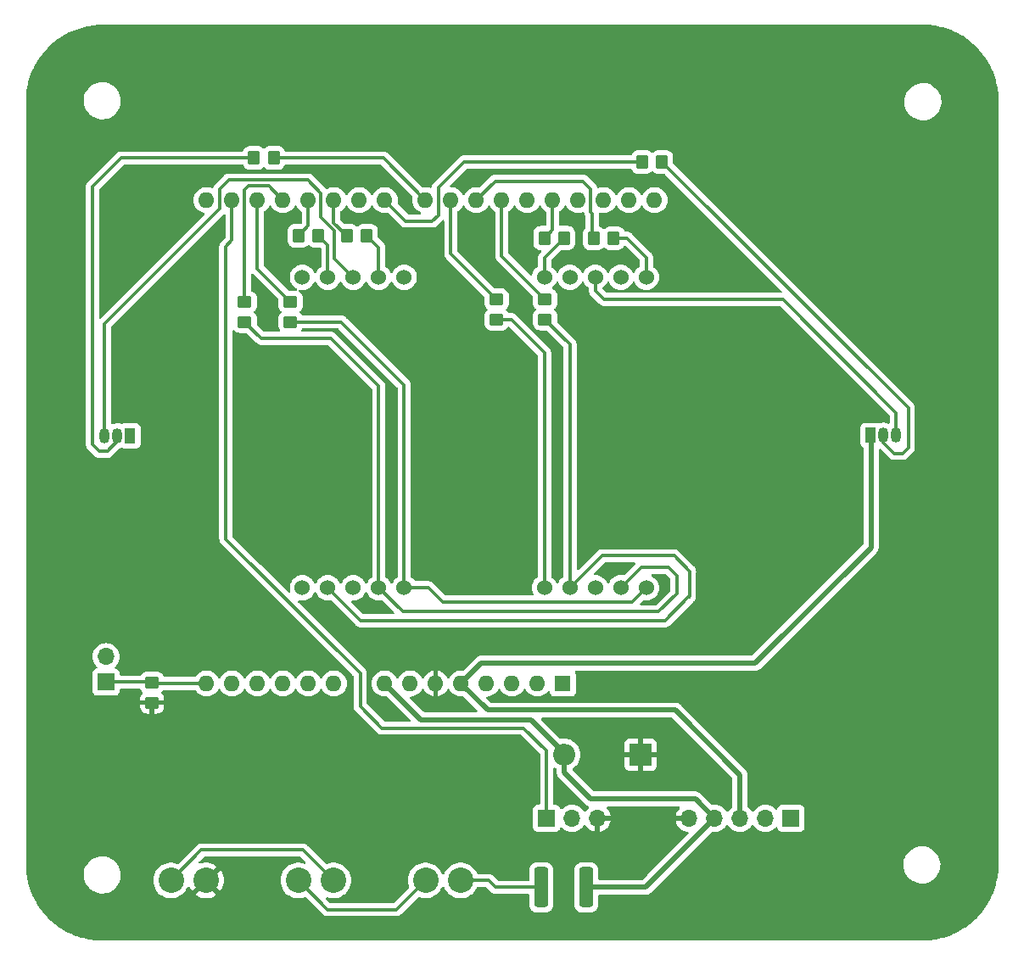
<source format=gbr>
%TF.GenerationSoftware,KiCad,Pcbnew,7.0.2*%
%TF.CreationDate,2023-04-27T19:49:04+02:00*%
%TF.ProjectId,CherrycountPCB,43686572-7279-4636-9f75-6e745043422e,rev?*%
%TF.SameCoordinates,Original*%
%TF.FileFunction,Copper,L1,Top*%
%TF.FilePolarity,Positive*%
%FSLAX46Y46*%
G04 Gerber Fmt 4.6, Leading zero omitted, Abs format (unit mm)*
G04 Created by KiCad (PCBNEW 7.0.2) date 2023-04-27 19:49:04*
%MOMM*%
%LPD*%
G01*
G04 APERTURE LIST*
G04 Aperture macros list*
%AMRoundRect*
0 Rectangle with rounded corners*
0 $1 Rounding radius*
0 $2 $3 $4 $5 $6 $7 $8 $9 X,Y pos of 4 corners*
0 Add a 4 corners polygon primitive as box body*
4,1,4,$2,$3,$4,$5,$6,$7,$8,$9,$2,$3,0*
0 Add four circle primitives for the rounded corners*
1,1,$1+$1,$2,$3*
1,1,$1+$1,$4,$5*
1,1,$1+$1,$6,$7*
1,1,$1+$1,$8,$9*
0 Add four rect primitives between the rounded corners*
20,1,$1+$1,$2,$3,$4,$5,0*
20,1,$1+$1,$4,$5,$6,$7,0*
20,1,$1+$1,$6,$7,$8,$9,0*
20,1,$1+$1,$8,$9,$2,$3,0*%
G04 Aperture macros list end*
%TA.AperFunction,SMDPad,CuDef*%
%ADD10RoundRect,0.250000X-0.350000X-0.450000X0.350000X-0.450000X0.350000X0.450000X-0.350000X0.450000X0*%
%TD*%
%TA.AperFunction,SMDPad,CuDef*%
%ADD11RoundRect,0.250000X-0.450000X0.350000X-0.450000X-0.350000X0.450000X-0.350000X0.450000X0.350000X0*%
%TD*%
%TA.AperFunction,ComponentPad*%
%ADD12R,1.700000X1.700000*%
%TD*%
%TA.AperFunction,ComponentPad*%
%ADD13O,1.700000X1.700000*%
%TD*%
%TA.AperFunction,ComponentPad*%
%ADD14R,1.050000X1.500000*%
%TD*%
%TA.AperFunction,ComponentPad*%
%ADD15O,1.050000X1.500000*%
%TD*%
%TA.AperFunction,ComponentPad*%
%ADD16C,2.540000*%
%TD*%
%TA.AperFunction,SMDPad,CuDef*%
%ADD17RoundRect,0.249750X-0.425250X-1.750250X0.425250X-1.750250X0.425250X1.750250X-0.425250X1.750250X0*%
%TD*%
%TA.AperFunction,SMDPad,CuDef*%
%ADD18RoundRect,0.250000X0.450000X-0.350000X0.450000X0.350000X-0.450000X0.350000X-0.450000X-0.350000X0*%
%TD*%
%TA.AperFunction,ComponentPad*%
%ADD19R,1.600000X1.600000*%
%TD*%
%TA.AperFunction,ComponentPad*%
%ADD20O,1.600000X1.600000*%
%TD*%
%TA.AperFunction,ComponentPad*%
%ADD21R,2.200000X2.200000*%
%TD*%
%TA.AperFunction,ComponentPad*%
%ADD22O,2.200000X2.200000*%
%TD*%
%TA.AperFunction,SMDPad,CuDef*%
%ADD23RoundRect,0.250000X0.350000X0.450000X-0.350000X0.450000X-0.350000X-0.450000X0.350000X-0.450000X0*%
%TD*%
%TA.AperFunction,ComponentPad*%
%ADD24C,1.524000*%
%TD*%
%TA.AperFunction,ViaPad*%
%ADD25C,0.800000*%
%TD*%
%TA.AperFunction,Conductor*%
%ADD26C,0.500000*%
%TD*%
%TA.AperFunction,Conductor*%
%ADD27C,0.300000*%
%TD*%
%TA.AperFunction,Conductor*%
%ADD28C,0.250000*%
%TD*%
G04 APERTURE END LIST*
D10*
%TO.P,R9,1*%
%TO.N,BASE1*%
X143176000Y-63818000D03*
%TO.P,R9,2*%
%TO.N,Net-(Q1-B)*%
X145176000Y-63818000D03*
%TD*%
%TO.P,R8,1*%
%TO.N,Net-(A1-D13)*%
X133412000Y-71417000D03*
%TO.P,R8,2*%
%TO.N,DP*%
X135412000Y-71417000D03*
%TD*%
D11*
%TO.P,R2,1*%
%TO.N,Net-(A1-D2{slash}SDA)*%
X108092000Y-77788000D03*
%TO.P,R2,2*%
%TO.N,Net-(AFF1-b)*%
X108092000Y-79788000D03*
%TD*%
D12*
%TO.P,J2,1,Pin_1*%
%TO.N,Conn1x3*%
X133642000Y-129350000D03*
D13*
%TO.P,J2,2,Pin_2*%
%TO.N,Net-(A1-+5V)*%
X136182000Y-129350000D03*
%TO.P,J2,3,Pin_3*%
%TO.N,GND*%
X138722000Y-129350000D03*
%TD*%
D14*
%TO.P,Q1,1,E*%
%TO.N,Net-(A1-+5V)*%
X165990000Y-91110000D03*
D15*
%TO.P,Q1,2,B*%
%TO.N,Net-(Q1-B)*%
X167260000Y-91110000D03*
%TO.P,Q1,3,C*%
%TO.N,Net-(Q1-C)*%
X168530000Y-91110000D03*
%TD*%
D10*
%TO.P,R3,1*%
%TO.N,Net-(A1-D4)*%
X108886000Y-71184000D03*
%TO.P,R3,2*%
%TO.N,Net-(AFF1-c)*%
X110886000Y-71184000D03*
%TD*%
D16*
%TO.P,J4,1,Pin_1*%
%TO.N,Net-(J4-Pin_1)*%
X121560000Y-135560000D03*
%TO.P,J4,2,Pin_2*%
%TO.N,Net-(J4-Pin_2)*%
X125060000Y-135560000D03*
%TD*%
D11*
%TO.P,R1,1*%
%TO.N,Net-(A1-D3{slash}SCL)*%
X103520000Y-77788000D03*
%TO.P,R1,2*%
%TO.N,Net-(AFF1-a)*%
X103520000Y-79788000D03*
%TD*%
D17*
%TO.P,F1,1*%
%TO.N,Net-(J4-Pin_2)*%
X133110000Y-136250000D03*
%TO.P,F1,2*%
%TO.N,VIN*%
X137610000Y-136250000D03*
%TD*%
D14*
%TO.P,Q2,1,E*%
%TO.N,Net-(A1-+5V)*%
X92090000Y-91160000D03*
D15*
%TO.P,Q2,2,B*%
%TO.N,Net-(Q2-B)*%
X90820000Y-91160000D03*
%TO.P,Q2,3,C*%
%TO.N,Net-(Q2-C)*%
X89550000Y-91160000D03*
%TD*%
D16*
%TO.P,J5,1,Pin_1*%
%TO.N,Net-(J4-Pin_1)*%
X108860000Y-135560000D03*
%TO.P,J5,2,Pin_2*%
%TO.N,Net-(J5-Pin_2)*%
X112360000Y-135560000D03*
%TD*%
D18*
%TO.P,R11,1*%
%TO.N,GND*%
X94270000Y-117800000D03*
%TO.P,R11,2*%
%TO.N,Net-(A1-A5)*%
X94270000Y-115800000D03*
%TD*%
D11*
%TO.P,R7,1*%
%TO.N,Net-(A1-D9)*%
X128666000Y-77566000D03*
%TO.P,R7,2*%
%TO.N,Net-(AFF1-g)*%
X128666000Y-79566000D03*
%TD*%
D16*
%TO.P,J6,1,Pin_1*%
%TO.N,Net-(J5-Pin_2)*%
X96160000Y-135560000D03*
%TO.P,J6,2,Pin_2*%
%TO.N,GND*%
X99660000Y-135560000D03*
%TD*%
D12*
%TO.P,J3,1,Pin_1*%
%TO.N,D12*%
X158026000Y-129350000D03*
D13*
%TO.P,J3,2,Pin_2*%
%TO.N,D6*%
X155486000Y-129350000D03*
%TO.P,J3,3,Pin_3*%
%TO.N,Net-(A1-+5V)*%
X152946000Y-129350000D03*
%TO.P,J3,4,Pin_4*%
%TO.N,VIN*%
X150406000Y-129350000D03*
%TO.P,J3,5,Pin_5*%
%TO.N,GND*%
X147866000Y-129350000D03*
%TD*%
D12*
%TO.P,J1,1,Pin_1*%
%TO.N,Net-(A1-A5)*%
X89680000Y-115750000D03*
D13*
%TO.P,J1,2,Pin_2*%
%TO.N,Net-(A1-+5V)*%
X89680000Y-113210000D03*
%TD*%
D19*
%TO.P,A1,1,NC*%
%TO.N,unconnected-(A1-NC-Pad1)*%
X135270000Y-115888000D03*
D20*
%TO.P,A1,2,IOREF*%
%TO.N,unconnected-(A1-IOREF-Pad2)*%
X132730000Y-115888000D03*
%TO.P,A1,3,~{RESET}*%
%TO.N,unconnected-(A1-~{RESET}-Pad3)*%
X130190000Y-115888000D03*
%TO.P,A1,4,3V3*%
%TO.N,unconnected-(A1-3V3-Pad4)*%
X127650000Y-115888000D03*
%TO.P,A1,5,+5V*%
%TO.N,Net-(A1-+5V)*%
X125110000Y-115888000D03*
%TO.P,A1,6,GND*%
%TO.N,GND*%
X122570000Y-115888000D03*
%TO.P,A1,7,GND*%
%TO.N,unconnected-(A1-GND-Pad7)*%
X120030000Y-115888000D03*
%TO.P,A1,8,VIN*%
%TO.N,VIN*%
X117490000Y-115888000D03*
%TO.P,A1,9,A0*%
%TO.N,unconnected-(A1-A0-Pad9)*%
X112410000Y-115888000D03*
%TO.P,A1,10,A1*%
%TO.N,unconnected-(A1-A1-Pad10)*%
X109870000Y-115888000D03*
%TO.P,A1,11,A2*%
%TO.N,unconnected-(A1-A2-Pad11)*%
X107330000Y-115888000D03*
%TO.P,A1,12,A3*%
%TO.N,unconnected-(A1-A3-Pad12)*%
X104790000Y-115888000D03*
%TO.P,A1,13,A4*%
%TO.N,unconnected-(A1-A4-Pad13)*%
X102250000Y-115888000D03*
%TO.P,A1,14,A5*%
%TO.N,Net-(A1-A5)*%
X99710000Y-115888000D03*
%TO.P,A1,15,D0/RX*%
%TO.N,unconnected-(A1-D0{slash}RX-Pad15)*%
X99710000Y-67628000D03*
%TO.P,A1,16,D1/TX*%
%TO.N,Conn1x3*%
X102250000Y-67628000D03*
%TO.P,A1,17,D2/SDA*%
%TO.N,Net-(A1-D2{slash}SDA)*%
X104790000Y-67628000D03*
%TO.P,A1,18,D3/SCL*%
%TO.N,Net-(A1-D3{slash}SCL)*%
X107330000Y-67628000D03*
%TO.P,A1,19,D4*%
%TO.N,Net-(A1-D4)*%
X109870000Y-67628000D03*
%TO.P,A1,20,D5*%
%TO.N,Net-(A1-D5)*%
X112410000Y-67628000D03*
%TO.P,A1,21,D6*%
%TO.N,D6*%
X114950000Y-67628000D03*
%TO.P,A1,22,D7*%
%TO.N,BASE1*%
X117490000Y-67628000D03*
%TO.P,A1,23,D8*%
%TO.N,BASE2*%
X121550000Y-67628000D03*
%TO.P,A1,24,D9*%
%TO.N,Net-(A1-D9)*%
X124090000Y-67628000D03*
%TO.P,A1,25,D10*%
%TO.N,Net-(A1-D10)*%
X126630000Y-67628000D03*
%TO.P,A1,26,D11*%
%TO.N,Net-(A1-D11)*%
X129170000Y-67628000D03*
%TO.P,A1,27,D12*%
%TO.N,D12*%
X131710000Y-67628000D03*
%TO.P,A1,28,D13*%
%TO.N,Net-(A1-D13)*%
X134250000Y-67628000D03*
%TO.P,A1,29,GND*%
%TO.N,unconnected-(A1-GND-Pad29)*%
X136790000Y-67628000D03*
%TO.P,A1,30,AREF*%
%TO.N,unconnected-(A1-AREF-Pad30)*%
X139330000Y-67628000D03*
%TO.P,A1,31,SDA/D2*%
%TO.N,unconnected-(A1-SDA{slash}D2-Pad31)*%
X141870000Y-67628000D03*
%TO.P,A1,32,SCL/D3*%
%TO.N,unconnected-(A1-SCL{slash}D3-Pad32)*%
X144410000Y-67628000D03*
%TD*%
D11*
%TO.P,R6,1*%
%TO.N,Net-(A1-D11)*%
X133492000Y-77534000D03*
%TO.P,R6,2*%
%TO.N,Net-(AFF1-f)*%
X133492000Y-79534000D03*
%TD*%
D10*
%TO.P,R5,1*%
%TO.N,Net-(A1-D10)*%
X138350000Y-71438000D03*
%TO.P,R5,2*%
%TO.N,Net-(AFF1-e)*%
X140350000Y-71438000D03*
%TD*%
D21*
%TO.P,D1,1,A*%
%TO.N,GND*%
X143040000Y-123000000D03*
D22*
%TO.P,D1,2,K*%
%TO.N,VIN*%
X135420000Y-123000000D03*
%TD*%
D10*
%TO.P,R4,1*%
%TO.N,Net-(A1-D5)*%
X113712000Y-71184000D03*
%TO.P,R4,2*%
%TO.N,Net-(AFF1-d)*%
X115712000Y-71184000D03*
%TD*%
D23*
%TO.P,R10,1*%
%TO.N,BASE2*%
X106452000Y-63417000D03*
%TO.P,R10,2*%
%TO.N,Net-(Q2-B)*%
X104452000Y-63417000D03*
%TD*%
D24*
%TO.P,AFF1,1,e*%
%TO.N,Net-(AFF1-e)*%
X143600000Y-75337000D03*
%TO.P,AFF1,2,d*%
%TO.N,Net-(AFF1-d)*%
X141060000Y-75337000D03*
%TO.P,AFF1,3,C.A.*%
%TO.N,Net-(Q1-C)*%
X138520000Y-75337000D03*
%TO.P,AFF1,4,c*%
%TO.N,Net-(AFF1-c)*%
X135980000Y-75337000D03*
%TO.P,AFF1,5,DP*%
%TO.N,DP*%
X133440000Y-75337000D03*
%TO.P,AFF1,6,b*%
%TO.N,Net-(AFF1-b)*%
X143600000Y-106337000D03*
%TO.P,AFF1,7,a*%
%TO.N,Net-(AFF1-a)*%
X141060000Y-106337000D03*
%TO.P,AFF1,8,C.A.*%
%TO.N,unconnected-(AFF1-C.A.-Pad8)*%
X138520000Y-106337000D03*
%TO.P,AFF1,9,f*%
%TO.N,Net-(AFF1-f)*%
X135980000Y-106337000D03*
%TO.P,AFF1,10,g*%
%TO.N,Net-(AFF1-g)*%
X133440000Y-106337000D03*
%TD*%
%TO.P,AFF2,1,e*%
%TO.N,Net-(AFF1-e)*%
X119437000Y-75337000D03*
%TO.P,AFF2,2,d*%
%TO.N,Net-(AFF1-d)*%
X116897000Y-75337000D03*
%TO.P,AFF2,3,C.A.*%
%TO.N,Net-(Q2-C)*%
X114357000Y-75337000D03*
%TO.P,AFF2,4,c*%
%TO.N,Net-(AFF1-c)*%
X111817000Y-75337000D03*
%TO.P,AFF2,5,DP*%
%TO.N,DP*%
X109277000Y-75337000D03*
%TO.P,AFF2,6,b*%
%TO.N,Net-(AFF1-b)*%
X119437000Y-106337000D03*
%TO.P,AFF2,7,a*%
%TO.N,Net-(AFF1-a)*%
X116897000Y-106337000D03*
%TO.P,AFF2,8,C.A.*%
%TO.N,unconnected-(AFF2-C.A.-Pad8)*%
X114357000Y-106337000D03*
%TO.P,AFF2,9,f*%
%TO.N,Net-(AFF1-f)*%
X111817000Y-106337000D03*
%TO.P,AFF2,10,g*%
%TO.N,Net-(AFF1-g)*%
X109277000Y-106337000D03*
%TD*%
D25*
%TO.N,GND*%
X106390000Y-71190000D03*
X136720000Y-69720000D03*
X139970000Y-104630000D03*
X116050000Y-108520000D03*
X104940000Y-76370000D03*
X92630000Y-69360000D03*
X141732000Y-85457000D03*
X134850000Y-126750000D03*
X145270000Y-106290000D03*
X148352000Y-71677000D03*
X118162000Y-91657000D03*
X131100000Y-70720000D03*
X132000000Y-125780000D03*
X134740000Y-84680000D03*
X108840000Y-92400000D03*
X122100000Y-94060000D03*
%TO.N,Net-(J4-Pin_2)*%
X124470000Y-135150000D03*
%TD*%
D26*
%TO.N,VIN*%
X144306000Y-135450000D02*
X144306000Y-135464000D01*
X135420000Y-124790000D02*
X135420000Y-123000000D01*
X148483000Y-127427000D02*
X138057000Y-127427000D01*
X144306000Y-135464000D02*
X143520000Y-136250000D01*
X121102000Y-119500000D02*
X117490000Y-115888000D01*
X135420000Y-122860000D02*
X132060000Y-119500000D01*
X135420000Y-123000000D02*
X135420000Y-122860000D01*
X150406000Y-129350000D02*
X148483000Y-127427000D01*
X138057000Y-127427000D02*
X136182000Y-125552000D01*
X132060000Y-119500000D02*
X121102000Y-119500000D01*
X136182000Y-125552000D02*
X135420000Y-124790000D01*
X143520000Y-136250000D02*
X137610000Y-136250000D01*
X150406000Y-129350000D02*
X144306000Y-135450000D01*
D27*
%TO.N,Conn1x3*%
X102250000Y-71649000D02*
X101632000Y-72267000D01*
X131370000Y-120340000D02*
X117180000Y-120340000D01*
X102250000Y-67628000D02*
X102250000Y-71649000D01*
X133642000Y-122612000D02*
X131370000Y-120340000D01*
X115040000Y-118200000D02*
X115040000Y-114875000D01*
X101632000Y-101467000D02*
X115040000Y-114875000D01*
X101632000Y-72267000D02*
X101632000Y-101467000D01*
X117180000Y-120340000D02*
X115040000Y-118200000D01*
X133642000Y-129350000D02*
X133642000Y-122612000D01*
%TO.N,BASE1*%
X122232000Y-69727000D02*
X119589000Y-69727000D01*
X125401000Y-63818000D02*
X122832000Y-66387000D01*
X122832000Y-69127000D02*
X122232000Y-69727000D01*
X119589000Y-69727000D02*
X117490000Y-67628000D01*
X143176000Y-63818000D02*
X125401000Y-63818000D01*
X122832000Y-66387000D02*
X122832000Y-69127000D01*
%TO.N,BASE2*%
X117339000Y-63417000D02*
X121550000Y-67628000D01*
X106452000Y-63417000D02*
X117339000Y-63417000D01*
%TO.N,DP*%
X135412000Y-71417000D02*
X133440000Y-73389000D01*
X133440000Y-73389000D02*
X133440000Y-75337000D01*
D26*
%TO.N,Net-(A1-+5V)*%
X165990000Y-91110000D02*
X166030000Y-91150000D01*
X166030000Y-91150000D02*
X166030000Y-102309000D01*
X154482000Y-113857000D02*
X127141000Y-113857000D01*
X152946000Y-125006000D02*
X152946000Y-129350000D01*
X125110000Y-115888000D02*
X127779000Y-118557000D01*
X127141000Y-113857000D02*
X125110000Y-115888000D01*
X127779000Y-118557000D02*
X146497000Y-118557000D01*
X166030000Y-102309000D02*
X154482000Y-113857000D01*
X146497000Y-118557000D02*
X152946000Y-125006000D01*
D27*
%TO.N,Net-(A1-D2{slash}SDA)*%
X104790000Y-74486000D02*
X104790000Y-67628000D01*
X108092000Y-77788000D02*
X104790000Y-74486000D01*
%TO.N,Net-(A1-D3{slash}SCL)*%
X103520000Y-77788000D02*
X103520000Y-66590000D01*
X105922000Y-66220000D02*
X107330000Y-67628000D01*
X103890000Y-66220000D02*
X105922000Y-66220000D01*
X103520000Y-66590000D02*
X103890000Y-66220000D01*
%TO.N,Net-(A1-D4)*%
X108886000Y-71184000D02*
X109870000Y-70200000D01*
X109870000Y-70200000D02*
X109870000Y-67628000D01*
%TO.N,Net-(A1-D5)*%
X112410000Y-69882000D02*
X112410000Y-67628000D01*
X113712000Y-71184000D02*
X112410000Y-69882000D01*
%TO.N,Net-(A1-D9)*%
X128666000Y-77566000D02*
X124090000Y-72990000D01*
X124090000Y-72990000D02*
X124090000Y-67628000D01*
%TO.N,Net-(A1-D10)*%
X137292000Y-65747000D02*
X129792000Y-65747000D01*
X138350000Y-71438000D02*
X138205000Y-71293000D01*
X138205000Y-69010000D02*
X138042000Y-68847000D01*
X138042000Y-66497000D02*
X137292000Y-65747000D01*
X138042000Y-68847000D02*
X138042000Y-66497000D01*
X128511000Y-65747000D02*
X129792000Y-65747000D01*
X126630000Y-67628000D02*
X128511000Y-65747000D01*
X138205000Y-71293000D02*
X138205000Y-69010000D01*
%TO.N,Net-(A1-D11)*%
X129170000Y-73212000D02*
X129170000Y-67628000D01*
X133492000Y-77534000D02*
X129170000Y-73212000D01*
%TO.N,Net-(A1-D13)*%
X134250000Y-70579000D02*
X134250000Y-67628000D01*
X133412000Y-71417000D02*
X134250000Y-70579000D01*
%TO.N,Net-(AFF1-e)*%
X141688000Y-71438000D02*
X143600000Y-73350000D01*
X140350000Y-71438000D02*
X141688000Y-71438000D01*
X143600000Y-73350000D02*
X143600000Y-75337000D01*
%TO.N,Net-(AFF1-d)*%
X116897000Y-72369000D02*
X116897000Y-75337000D01*
X115712000Y-71184000D02*
X116897000Y-72369000D01*
%TO.N,Net-(Q1-C)*%
X168530000Y-91110000D02*
X168530000Y-88845000D01*
X157222000Y-77537000D02*
X139367000Y-77537000D01*
X139367000Y-77537000D02*
X138520000Y-76690000D01*
X168530000Y-88845000D02*
X157222000Y-77537000D01*
X138520000Y-76690000D02*
X138520000Y-75337000D01*
%TO.N,Net-(AFF1-c)*%
X110886000Y-71184000D02*
X111817000Y-72115000D01*
X111817000Y-72115000D02*
X111817000Y-75337000D01*
%TO.N,Net-(AFF1-b)*%
X119437000Y-86082000D02*
X119437000Y-106337000D01*
X108092000Y-79788000D02*
X113143000Y-79788000D01*
X123262000Y-107767000D02*
X121832000Y-106337000D01*
X113143000Y-79788000D02*
X119437000Y-86082000D01*
X142170000Y-107767000D02*
X143600000Y-106337000D01*
X121832000Y-106337000D02*
X119437000Y-106337000D01*
X123262000Y-107767000D02*
X142170000Y-107767000D01*
%TO.N,Net-(AFF1-a)*%
X103520000Y-79788000D02*
X105159000Y-81427000D01*
X105159000Y-81427000D02*
X112122000Y-81427000D01*
X145802000Y-104317000D02*
X143080000Y-104317000D01*
X144832000Y-108717000D02*
X146652000Y-106897000D01*
X146652000Y-106897000D02*
X146652000Y-105167000D01*
X116897000Y-86202000D02*
X116897000Y-106337000D01*
X146652000Y-105167000D02*
X145802000Y-104317000D01*
X119277000Y-108717000D02*
X144832000Y-108717000D01*
X116897000Y-106337000D02*
X119277000Y-108717000D01*
X143080000Y-104317000D02*
X141060000Y-106337000D01*
X112122000Y-81427000D02*
X116897000Y-86202000D01*
%TO.N,Net-(AFF1-f)*%
X139170000Y-103147000D02*
X135980000Y-106337000D01*
X115117000Y-109637000D02*
X145462000Y-109637000D01*
X147912000Y-104677000D02*
X146382000Y-103147000D01*
D28*
X147803000Y-107297000D02*
X147912000Y-107188000D01*
D27*
X135980000Y-82022000D02*
X135980000Y-106337000D01*
X145462000Y-109637000D02*
X147802000Y-107297000D01*
X111817000Y-106337000D02*
X115117000Y-109637000D01*
X133492000Y-79534000D02*
X135980000Y-82022000D01*
X147912000Y-107188000D02*
X147912000Y-104677000D01*
D28*
X147802000Y-107297000D02*
X147803000Y-107297000D01*
D27*
X146382000Y-103147000D02*
X139170000Y-103147000D01*
%TO.N,Net-(AFF1-g)*%
X133440000Y-82875000D02*
X133440000Y-106337000D01*
X128666000Y-79566000D02*
X130131000Y-79566000D01*
X130131000Y-79566000D02*
X133440000Y-82875000D01*
%TO.N,Net-(Q2-C)*%
X101032000Y-66507000D02*
X101032000Y-68497000D01*
X109835000Y-65620000D02*
X101919000Y-65620000D01*
X112462000Y-70641106D02*
X111132000Y-69311106D01*
X112462000Y-73442000D02*
X112462000Y-70641106D01*
X89550000Y-79980000D02*
X90820000Y-78710000D01*
X111132000Y-66917000D02*
X109835000Y-65620000D01*
X101919000Y-65620000D02*
X101032000Y-66507000D01*
X89550000Y-91160000D02*
X89550000Y-79980000D01*
X114357000Y-75337000D02*
X112462000Y-73442000D01*
X111132000Y-69311106D02*
X111132000Y-66917000D01*
D28*
X90820000Y-78710000D02*
X90820000Y-78709000D01*
D27*
X101032000Y-68497000D02*
X90820000Y-78709000D01*
%TO.N,Net-(J4-Pin_2)*%
X133120000Y-135450000D02*
X133010000Y-135560000D01*
X127840000Y-135560000D02*
X125060000Y-135560000D01*
X133110000Y-136250000D02*
X128530000Y-136250000D01*
X128530000Y-136250000D02*
X127840000Y-135560000D01*
%TO.N,Net-(J4-Pin_1)*%
X118640000Y-138480000D02*
X111780000Y-138480000D01*
X111780000Y-138480000D02*
X108860000Y-135560000D01*
X121560000Y-135560000D02*
X118640000Y-138480000D01*
%TO.N,Net-(J5-Pin_2)*%
X99190000Y-132530000D02*
X96160000Y-135560000D01*
X112360000Y-135560000D02*
X109330000Y-132530000D01*
X109330000Y-132530000D02*
X99190000Y-132530000D01*
%TO.N,Net-(Q1-B)*%
X168350000Y-92920000D02*
X167260000Y-91830000D01*
X169190000Y-92920000D02*
X168350000Y-92920000D01*
X169740000Y-88382000D02*
X169740000Y-92370000D01*
X145176000Y-63818000D02*
X169740000Y-88382000D01*
D28*
X167260000Y-91830000D02*
X167260000Y-91110000D01*
D27*
X169740000Y-92370000D02*
X169190000Y-92920000D01*
%TO.N,Net-(Q2-B)*%
X88310000Y-66310000D02*
X91203000Y-63417000D01*
X89020000Y-92720000D02*
X88310000Y-92010000D01*
X89810000Y-92720000D02*
X89020000Y-92720000D01*
X91203000Y-63417000D02*
X104452000Y-63417000D01*
X90820000Y-91710000D02*
X89810000Y-92720000D01*
X88310000Y-92010000D02*
X88310000Y-66310000D01*
X90820000Y-91160000D02*
X90820000Y-91710000D01*
%TO.N,Net-(A1-A5)*%
X94270000Y-115800000D02*
X94220000Y-115750000D01*
D28*
X94358000Y-115888000D02*
X94270000Y-115800000D01*
D27*
X94220000Y-115750000D02*
X89680000Y-115750000D01*
X99710000Y-115888000D02*
X94358000Y-115888000D01*
%TD*%
%TA.AperFunction,Conductor*%
%TO.N,GND*%
G36*
X134481287Y-124301866D02*
G01*
X134573784Y-124358549D01*
X134610290Y-124380920D01*
X134657165Y-124432732D01*
X134669500Y-124486647D01*
X134669500Y-124726294D01*
X134668191Y-124744264D01*
X134664711Y-124768023D01*
X134669028Y-124817368D01*
X134669500Y-124828175D01*
X134669500Y-124833709D01*
X134669916Y-124837272D01*
X134669917Y-124837282D01*
X134673098Y-124864496D01*
X134673464Y-124868082D01*
X134680109Y-124944041D01*
X134684329Y-124963071D01*
X134684758Y-124964251D01*
X134684759Y-124964255D01*
X134710413Y-125034742D01*
X134711582Y-125038107D01*
X134735580Y-125110524D01*
X134744075Y-125128072D01*
X134785979Y-125191784D01*
X134787889Y-125194782D01*
X134827288Y-125258656D01*
X134827952Y-125259732D01*
X134840253Y-125274830D01*
X134841168Y-125275693D01*
X134841170Y-125275696D01*
X134884809Y-125316867D01*
X134895708Y-125327150D01*
X134898295Y-125329663D01*
X135589288Y-126020656D01*
X137481267Y-127912634D01*
X137493048Y-127926266D01*
X137507389Y-127945529D01*
X137545339Y-127977373D01*
X137553314Y-127984681D01*
X137557223Y-127988590D01*
X137560055Y-127990829D01*
X137560065Y-127990838D01*
X137581537Y-128007815D01*
X137584337Y-128010096D01*
X137642754Y-128059115D01*
X137659165Y-128069569D01*
X137660319Y-128070107D01*
X137660323Y-128070110D01*
X137728328Y-128101821D01*
X137731477Y-128103346D01*
X137796361Y-128135932D01*
X137847434Y-128183609D01*
X137864623Y-128251332D01*
X137842470Y-128317596D01*
X137828390Y-128334422D01*
X137683890Y-128478922D01*
X137553880Y-128664596D01*
X137499303Y-128708220D01*
X137429804Y-128715413D01*
X137367450Y-128683891D01*
X137350730Y-128664595D01*
X137220494Y-128478598D01*
X137053404Y-128311508D01*
X137053401Y-128311505D01*
X136859830Y-128175965D01*
X136645663Y-128076097D01*
X136579250Y-128058302D01*
X136417407Y-128014936D01*
X136181999Y-127994340D01*
X135946592Y-128014936D01*
X135718336Y-128076097D01*
X135504170Y-128175965D01*
X135310601Y-128311503D01*
X135188673Y-128433431D01*
X135127350Y-128466915D01*
X135057658Y-128461931D01*
X135001725Y-128420059D01*
X134984810Y-128389082D01*
X134964423Y-128334422D01*
X134935796Y-128257669D01*
X134849546Y-128142454D01*
X134734331Y-128056204D01*
X134599483Y-128005909D01*
X134539873Y-127999500D01*
X134536551Y-127999500D01*
X134416500Y-127999500D01*
X134349461Y-127979815D01*
X134303706Y-127927011D01*
X134292500Y-127875500D01*
X134292500Y-124407595D01*
X134312185Y-124340556D01*
X134364989Y-124294801D01*
X134434147Y-124284857D01*
X134481287Y-124301866D01*
G37*
%TD.AperFunction*%
%TA.AperFunction,Conductor*%
G36*
X103355306Y-64087185D02*
G01*
X103401061Y-64139989D01*
X103405973Y-64152495D01*
X103417186Y-64186335D01*
X103509288Y-64335657D01*
X103633342Y-64459711D01*
X103652186Y-64471334D01*
X103782666Y-64551814D01*
X103889858Y-64587334D01*
X103949202Y-64606999D01*
X104048858Y-64617180D01*
X104048859Y-64617180D01*
X104051991Y-64617500D01*
X104852008Y-64617499D01*
X104954797Y-64606999D01*
X105121334Y-64551814D01*
X105270656Y-64459712D01*
X105364319Y-64366048D01*
X105425640Y-64332564D01*
X105495331Y-64337548D01*
X105539680Y-64366049D01*
X105633342Y-64459711D01*
X105652186Y-64471334D01*
X105782666Y-64551814D01*
X105889858Y-64587334D01*
X105949202Y-64606999D01*
X106048858Y-64617180D01*
X106048859Y-64617180D01*
X106051991Y-64617500D01*
X106852008Y-64617499D01*
X106954797Y-64606999D01*
X107121334Y-64551814D01*
X107270656Y-64459712D01*
X107394712Y-64335656D01*
X107486814Y-64186334D01*
X107498027Y-64152494D01*
X107537801Y-64095050D01*
X107602317Y-64068228D01*
X107615733Y-64067500D01*
X117018192Y-64067500D01*
X117085231Y-64087185D01*
X117105873Y-64103819D01*
X120243115Y-67241061D01*
X120276600Y-67302384D01*
X120275209Y-67360834D01*
X120264364Y-67401307D01*
X120244531Y-67628000D01*
X120264364Y-67854689D01*
X120323261Y-68074497D01*
X120419432Y-68280735D01*
X120549953Y-68467140D01*
X120710859Y-68628046D01*
X120897264Y-68758567D01*
X120897265Y-68758567D01*
X120897266Y-68758568D01*
X120918499Y-68768469D01*
X121072149Y-68840118D01*
X121124588Y-68886291D01*
X121143740Y-68953484D01*
X121123524Y-69020365D01*
X121070359Y-69065700D01*
X121019744Y-69076500D01*
X119909808Y-69076500D01*
X119842769Y-69056815D01*
X119822127Y-69040181D01*
X118796884Y-68014938D01*
X118763399Y-67953615D01*
X118764791Y-67895161D01*
X118775635Y-67854691D01*
X118795468Y-67628000D01*
X118775635Y-67401310D01*
X118775635Y-67401308D01*
X118716739Y-67181504D01*
X118620568Y-66975266D01*
X118490047Y-66788861D01*
X118490046Y-66788859D01*
X118329140Y-66627953D01*
X118142735Y-66497432D01*
X117936497Y-66401261D01*
X117716689Y-66342364D01*
X117489999Y-66322531D01*
X117263310Y-66342364D01*
X117043502Y-66401261D01*
X116837264Y-66497432D01*
X116650859Y-66627953D01*
X116489953Y-66788859D01*
X116359433Y-66975263D01*
X116332382Y-67033275D01*
X116286209Y-67085714D01*
X116219015Y-67104865D01*
X116152134Y-67084649D01*
X116107618Y-67033275D01*
X116107617Y-67033273D01*
X116080568Y-66975266D01*
X115950047Y-66788861D01*
X115950046Y-66788859D01*
X115789140Y-66627953D01*
X115602735Y-66497432D01*
X115396497Y-66401261D01*
X115176689Y-66342364D01*
X114950000Y-66322531D01*
X114723310Y-66342364D01*
X114503502Y-66401261D01*
X114297264Y-66497432D01*
X114110859Y-66627953D01*
X113949953Y-66788859D01*
X113819431Y-66975266D01*
X113792380Y-67033276D01*
X113746207Y-67085714D01*
X113679013Y-67104865D01*
X113612132Y-67084648D01*
X113567617Y-67033273D01*
X113540568Y-66975266D01*
X113410046Y-66788859D01*
X113249140Y-66627953D01*
X113062735Y-66497432D01*
X112856497Y-66401261D01*
X112636689Y-66342364D01*
X112410000Y-66322531D01*
X112183310Y-66342364D01*
X111963501Y-66401261D01*
X111755764Y-66498132D01*
X111686686Y-66508624D01*
X111622902Y-66480104D01*
X111618027Y-66474835D01*
X111609964Y-66468164D01*
X111609963Y-66468163D01*
X111577732Y-66441499D01*
X111574779Y-66439056D01*
X111566140Y-66431194D01*
X110355434Y-65220488D01*
X110342091Y-65203833D01*
X110289166Y-65154134D01*
X110286369Y-65151423D01*
X110268789Y-65133843D01*
X110266035Y-65131089D01*
X110262956Y-65128701D01*
X110262951Y-65128696D01*
X110262548Y-65128383D01*
X110253669Y-65120800D01*
X110220392Y-65089551D01*
X110201793Y-65079326D01*
X110185532Y-65068645D01*
X110168764Y-65055638D01*
X110145177Y-65045431D01*
X110126869Y-65037508D01*
X110116379Y-65032369D01*
X110076367Y-65010372D01*
X110055800Y-65005091D01*
X110037398Y-64998791D01*
X110017924Y-64990364D01*
X109972837Y-64983223D01*
X109961398Y-64980854D01*
X109917178Y-64969500D01*
X109917177Y-64969500D01*
X109895955Y-64969500D01*
X109876556Y-64967973D01*
X109855596Y-64964653D01*
X109855595Y-64964653D01*
X109833558Y-64966736D01*
X109810139Y-64968950D01*
X109798470Y-64969500D01*
X102004504Y-64969500D01*
X101983294Y-64967158D01*
X101910737Y-64969439D01*
X101906842Y-64969500D01*
X101878075Y-64969500D01*
X101874213Y-64969987D01*
X101874192Y-64969989D01*
X101873681Y-64970054D01*
X101862059Y-64970968D01*
X101816430Y-64972402D01*
X101796051Y-64978323D01*
X101777007Y-64982267D01*
X101762639Y-64984082D01*
X101755941Y-64984929D01*
X101713490Y-65001736D01*
X101702443Y-65005518D01*
X101658598Y-65018256D01*
X101640330Y-65029060D01*
X101622864Y-65037617D01*
X101603129Y-65045431D01*
X101566202Y-65072260D01*
X101556442Y-65078671D01*
X101517136Y-65101917D01*
X101502125Y-65116928D01*
X101487336Y-65129558D01*
X101470164Y-65142034D01*
X101441057Y-65177218D01*
X101433196Y-65185856D01*
X100632484Y-65986568D01*
X100615831Y-65999910D01*
X100566133Y-66052833D01*
X100563428Y-66055625D01*
X100543089Y-66075965D01*
X100540713Y-66079027D01*
X100540702Y-66079040D01*
X100540378Y-66079459D01*
X100532806Y-66088323D01*
X100501550Y-66121607D01*
X100491322Y-66140212D01*
X100480645Y-66156467D01*
X100467636Y-66173238D01*
X100449506Y-66215132D01*
X100444370Y-66225616D01*
X100422372Y-66265632D01*
X100417091Y-66286199D01*
X100410791Y-66304600D01*
X100402364Y-66324073D01*
X100399811Y-66340194D01*
X100369879Y-66403328D01*
X100310566Y-66440257D01*
X100240704Y-66439257D01*
X100224933Y-66433174D01*
X100156497Y-66401261D01*
X99936689Y-66342364D01*
X99710000Y-66322531D01*
X99483310Y-66342364D01*
X99263502Y-66401261D01*
X99057264Y-66497432D01*
X98870859Y-66627953D01*
X98709953Y-66788859D01*
X98579432Y-66975264D01*
X98483261Y-67181502D01*
X98424364Y-67401310D01*
X98404531Y-67627999D01*
X98424364Y-67854689D01*
X98483261Y-68074497D01*
X98579432Y-68280735D01*
X98709953Y-68467140D01*
X98870859Y-68628046D01*
X99057264Y-68758567D01*
X99057265Y-68758567D01*
X99057266Y-68758568D01*
X99263504Y-68854739D01*
X99443137Y-68902871D01*
X99502798Y-68939236D01*
X99533327Y-69002083D01*
X99525032Y-69071458D01*
X99498725Y-69110327D01*
X90333842Y-78275211D01*
X90333834Y-78275219D01*
X90331089Y-78277965D01*
X90328786Y-78280932D01*
X90323639Y-78286413D01*
X89172180Y-79437872D01*
X89110857Y-79471357D01*
X89041165Y-79466373D01*
X88985232Y-79424501D01*
X88960815Y-79359037D01*
X88960500Y-79350218D01*
X88960500Y-66630806D01*
X88980185Y-66563768D01*
X88996814Y-66543131D01*
X91436127Y-64103818D01*
X91497450Y-64070334D01*
X91523808Y-64067500D01*
X103288267Y-64067500D01*
X103355306Y-64087185D01*
G37*
%TD.AperFunction*%
%TA.AperFunction,Conductor*%
G36*
X127967865Y-68171348D02*
G01*
X128012382Y-68222725D01*
X128039431Y-68280733D01*
X128169953Y-68467140D01*
X128330860Y-68628047D01*
X128466622Y-68723108D01*
X128510247Y-68777685D01*
X128519499Y-68824683D01*
X128519499Y-73126501D01*
X128517158Y-73147708D01*
X128519439Y-73220262D01*
X128519500Y-73224157D01*
X128519500Y-73252925D01*
X128519987Y-73256785D01*
X128519989Y-73256808D01*
X128520054Y-73257320D01*
X128520968Y-73268942D01*
X128522402Y-73314569D01*
X128528323Y-73334950D01*
X128532267Y-73353995D01*
X128534928Y-73375059D01*
X128551737Y-73417515D01*
X128555520Y-73428563D01*
X128568256Y-73472400D01*
X128579061Y-73490670D01*
X128587621Y-73508143D01*
X128595431Y-73527869D01*
X128622267Y-73564808D01*
X128628673Y-73574560D01*
X128651919Y-73613865D01*
X128651921Y-73613867D01*
X128666925Y-73628871D01*
X128679564Y-73643669D01*
X128692037Y-73660837D01*
X128727212Y-73689936D01*
X128735854Y-73697800D01*
X132255181Y-77217127D01*
X132288666Y-77278450D01*
X132291500Y-77304808D01*
X132291500Y-77930858D01*
X132291500Y-77930877D01*
X132291501Y-77934008D01*
X132291820Y-77937140D01*
X132291821Y-77937141D01*
X132302000Y-78036796D01*
X132357186Y-78203334D01*
X132449288Y-78352657D01*
X132542950Y-78446319D01*
X132576435Y-78507642D01*
X132571451Y-78577334D01*
X132542950Y-78621681D01*
X132449288Y-78715342D01*
X132357186Y-78864665D01*
X132302000Y-79031202D01*
X132291819Y-79130858D01*
X132291817Y-79130878D01*
X132291500Y-79133991D01*
X132291500Y-79137138D01*
X132291500Y-79137139D01*
X132291500Y-79930858D01*
X132291500Y-79930877D01*
X132291501Y-79934008D01*
X132291820Y-79937140D01*
X132291821Y-79937141D01*
X132302000Y-80036796D01*
X132357186Y-80203334D01*
X132449288Y-80352657D01*
X132573342Y-80476711D01*
X132573344Y-80476712D01*
X132722666Y-80568814D01*
X132834017Y-80605712D01*
X132889202Y-80623999D01*
X132988858Y-80634180D01*
X132988859Y-80634180D01*
X132991991Y-80634500D01*
X133621191Y-80634499D01*
X133688230Y-80654183D01*
X133708872Y-80670818D01*
X135293181Y-82255127D01*
X135326666Y-82316450D01*
X135329500Y-82342808D01*
X135329500Y-105186705D01*
X135309815Y-105253744D01*
X135276624Y-105288279D01*
X135165380Y-105366173D01*
X135009174Y-105522379D01*
X134882466Y-105703338D01*
X134822382Y-105832189D01*
X134776209Y-105884628D01*
X134709016Y-105903780D01*
X134642135Y-105883564D01*
X134597618Y-105832189D01*
X134569848Y-105772637D01*
X134537534Y-105703339D01*
X134410826Y-105522380D01*
X134254620Y-105366174D01*
X134143374Y-105288278D01*
X134099751Y-105233703D01*
X134090500Y-105186710D01*
X134090499Y-82960503D01*
X134092841Y-82939300D01*
X134092759Y-82936706D01*
X134092760Y-82936704D01*
X134090561Y-82866722D01*
X134090500Y-82862828D01*
X134090500Y-82837977D01*
X134090500Y-82837976D01*
X134090500Y-82834075D01*
X134089948Y-82829712D01*
X134089031Y-82818064D01*
X134087598Y-82772431D01*
X134081675Y-82752045D01*
X134077731Y-82733004D01*
X134075071Y-82711942D01*
X134058267Y-82669501D01*
X134054484Y-82658452D01*
X134041745Y-82614602D01*
X134038594Y-82609275D01*
X134030937Y-82596326D01*
X134022376Y-82578850D01*
X134014568Y-82559129D01*
X133987731Y-82522191D01*
X133981317Y-82512425D01*
X133958081Y-82473135D01*
X133943074Y-82458128D01*
X133930436Y-82443331D01*
X133917963Y-82426163D01*
X133882779Y-82397056D01*
X133874140Y-82389194D01*
X130651434Y-79166488D01*
X130638091Y-79149833D01*
X130585166Y-79100134D01*
X130582369Y-79097423D01*
X130564789Y-79079843D01*
X130562035Y-79077089D01*
X130558956Y-79074701D01*
X130558951Y-79074696D01*
X130558548Y-79074383D01*
X130549669Y-79066800D01*
X130545837Y-79063202D01*
X130516393Y-79035552D01*
X130516392Y-79035551D01*
X130497793Y-79025326D01*
X130481532Y-79014645D01*
X130464764Y-79001638D01*
X130422870Y-78983508D01*
X130412379Y-78978369D01*
X130372367Y-78956372D01*
X130351800Y-78951091D01*
X130333398Y-78944791D01*
X130313924Y-78936364D01*
X130268837Y-78929223D01*
X130257398Y-78926854D01*
X130213178Y-78915500D01*
X130213177Y-78915500D01*
X130191955Y-78915500D01*
X130172556Y-78913973D01*
X130151596Y-78910653D01*
X130151595Y-78910653D01*
X130129558Y-78912736D01*
X130106139Y-78914950D01*
X130094470Y-78915500D01*
X129881638Y-78915500D01*
X129814599Y-78895815D01*
X129776099Y-78856596D01*
X129708713Y-78747345D01*
X129672599Y-78711231D01*
X129615047Y-78653679D01*
X129581564Y-78592359D01*
X129586548Y-78522667D01*
X129615047Y-78478320D01*
X129708712Y-78384656D01*
X129800814Y-78235334D01*
X129855999Y-78068797D01*
X129866500Y-77966009D01*
X129866499Y-77165992D01*
X129855999Y-77063203D01*
X129800814Y-76896666D01*
X129713895Y-76755747D01*
X129708711Y-76747342D01*
X129584657Y-76623288D01*
X129435334Y-76531186D01*
X129268797Y-76476000D01*
X129169141Y-76465819D01*
X129169122Y-76465818D01*
X129166009Y-76465500D01*
X129162860Y-76465500D01*
X128536808Y-76465500D01*
X128469769Y-76445815D01*
X128449127Y-76429181D01*
X124776819Y-72756873D01*
X124743334Y-72695550D01*
X124740500Y-72669192D01*
X124740500Y-68824683D01*
X124760185Y-68757644D01*
X124793377Y-68723108D01*
X124929140Y-68628046D01*
X125090046Y-68467140D01*
X125220567Y-68280735D01*
X125220568Y-68280734D01*
X125247618Y-68222724D01*
X125293790Y-68170285D01*
X125360983Y-68151133D01*
X125427865Y-68171348D01*
X125472382Y-68222725D01*
X125499431Y-68280733D01*
X125629953Y-68467140D01*
X125790859Y-68628046D01*
X125977264Y-68758567D01*
X125977265Y-68758567D01*
X125977266Y-68758568D01*
X126183504Y-68854739D01*
X126403308Y-68913635D01*
X126630000Y-68933468D01*
X126856692Y-68913635D01*
X127076496Y-68854739D01*
X127282734Y-68758568D01*
X127469139Y-68628047D01*
X127630047Y-68467139D01*
X127760568Y-68280734D01*
X127787618Y-68222724D01*
X127833790Y-68170285D01*
X127900983Y-68151133D01*
X127967865Y-68171348D01*
G37*
%TD.AperFunction*%
%TA.AperFunction,Conductor*%
G36*
X137317865Y-75790436D02*
G01*
X137362382Y-75841811D01*
X137422466Y-75970662D01*
X137549174Y-76151620D01*
X137705377Y-76307824D01*
X137705380Y-76307826D01*
X137816623Y-76385718D01*
X137860248Y-76440294D01*
X137869500Y-76487293D01*
X137869500Y-76604494D01*
X137867158Y-76625702D01*
X137869439Y-76698262D01*
X137869500Y-76702157D01*
X137869500Y-76730925D01*
X137869987Y-76734785D01*
X137869989Y-76734808D01*
X137870054Y-76735320D01*
X137870968Y-76746942D01*
X137872402Y-76792569D01*
X137878323Y-76812950D01*
X137882267Y-76831995D01*
X137884928Y-76853059D01*
X137901737Y-76895515D01*
X137905520Y-76906563D01*
X137918256Y-76950400D01*
X137929061Y-76968670D01*
X137937621Y-76986143D01*
X137945431Y-77005869D01*
X137972267Y-77042808D01*
X137978673Y-77052560D01*
X138001919Y-77091865D01*
X138001921Y-77091867D01*
X138016925Y-77106871D01*
X138029564Y-77121669D01*
X138042037Y-77138837D01*
X138077212Y-77167936D01*
X138085854Y-77175800D01*
X138846564Y-77936510D01*
X138859911Y-77953169D01*
X138912832Y-78002864D01*
X138915629Y-78005575D01*
X138935965Y-78025911D01*
X138939036Y-78028293D01*
X138939437Y-78028604D01*
X138948323Y-78036192D01*
X138981607Y-78067448D01*
X139000199Y-78077669D01*
X139016462Y-78088352D01*
X139033234Y-78101362D01*
X139033235Y-78101362D01*
X139033236Y-78101363D01*
X139075147Y-78119499D01*
X139085628Y-78124634D01*
X139125632Y-78146627D01*
X139146183Y-78151903D01*
X139164594Y-78158206D01*
X139184074Y-78166636D01*
X139229178Y-78173779D01*
X139240597Y-78176144D01*
X139284823Y-78187500D01*
X139306045Y-78187500D01*
X139325443Y-78189026D01*
X139346405Y-78192347D01*
X139388319Y-78188384D01*
X139391861Y-78188050D01*
X139403530Y-78187500D01*
X156901192Y-78187500D01*
X156968231Y-78207185D01*
X156988873Y-78223819D01*
X167843181Y-89078127D01*
X167876666Y-89139450D01*
X167879500Y-89165808D01*
X167879500Y-89846445D01*
X167859815Y-89913484D01*
X167807011Y-89959239D01*
X167737853Y-89969183D01*
X167697048Y-89955804D01*
X167665119Y-89938738D01*
X167654341Y-89932977D01*
X167530786Y-89895497D01*
X167461031Y-89874337D01*
X167281962Y-89856701D01*
X167260000Y-89854538D01*
X167259999Y-89854538D01*
X167058968Y-89874337D01*
X166864574Y-89933306D01*
X166794707Y-89933929D01*
X166763698Y-89918579D01*
X166757331Y-89916204D01*
X166622483Y-89865909D01*
X166562873Y-89859500D01*
X166559550Y-89859500D01*
X165420439Y-89859500D01*
X165420420Y-89859500D01*
X165417128Y-89859501D01*
X165413848Y-89859853D01*
X165413840Y-89859854D01*
X165357515Y-89865909D01*
X165222669Y-89916204D01*
X165107454Y-90002454D01*
X165021204Y-90117668D01*
X165021203Y-90117669D01*
X165021204Y-90117669D01*
X164970909Y-90252517D01*
X164964500Y-90312127D01*
X164964500Y-90315448D01*
X164964500Y-90315449D01*
X164964500Y-91904560D01*
X164964500Y-91904578D01*
X164964501Y-91907872D01*
X164964853Y-91911152D01*
X164964854Y-91911159D01*
X164968846Y-91948296D01*
X164970909Y-91967483D01*
X165021204Y-92102331D01*
X165107454Y-92217546D01*
X165222669Y-92303796D01*
X165222670Y-92303796D01*
X165229811Y-92309142D01*
X165271682Y-92365076D01*
X165279500Y-92408409D01*
X165279500Y-101946770D01*
X165259815Y-102013809D01*
X165243181Y-102034451D01*
X154207451Y-113070181D01*
X154146128Y-113103666D01*
X154119770Y-113106500D01*
X127204706Y-113106500D01*
X127186736Y-113105191D01*
X127172853Y-113103157D01*
X127162977Y-113101711D01*
X127162976Y-113101711D01*
X127113631Y-113106028D01*
X127102824Y-113106500D01*
X127097291Y-113106500D01*
X127093730Y-113106916D01*
X127093715Y-113106917D01*
X127066501Y-113110098D01*
X127062916Y-113110464D01*
X126986961Y-113117109D01*
X126967921Y-113121330D01*
X126896232Y-113147421D01*
X126892831Y-113148603D01*
X126820474Y-113172580D01*
X126802927Y-113181075D01*
X126739221Y-113222975D01*
X126736181Y-113224912D01*
X126671280Y-113264944D01*
X126656164Y-113277257D01*
X126603831Y-113332726D01*
X126601319Y-113335312D01*
X125375348Y-114561282D01*
X125314025Y-114594767D01*
X125276860Y-114597129D01*
X125110000Y-114582531D01*
X124883310Y-114602364D01*
X124663502Y-114661261D01*
X124457264Y-114757432D01*
X124270859Y-114887953D01*
X124109953Y-115048859D01*
X123979430Y-115235267D01*
X123952105Y-115293866D01*
X123905932Y-115346305D01*
X123838739Y-115365456D01*
X123771858Y-115345239D01*
X123727342Y-115293865D01*
X123700134Y-115235519D01*
X123569658Y-115049180D01*
X123408819Y-114888341D01*
X123222480Y-114757865D01*
X123016326Y-114661733D01*
X122820000Y-114609126D01*
X122819999Y-115452498D01*
X122712315Y-115403320D01*
X122605763Y-115388000D01*
X122534237Y-115388000D01*
X122427685Y-115403320D01*
X122320000Y-115452498D01*
X122320000Y-114609127D01*
X122319999Y-114609126D01*
X122123673Y-114661733D01*
X121917519Y-114757865D01*
X121731180Y-114888341D01*
X121570341Y-115049180D01*
X121439863Y-115235522D01*
X121412656Y-115293866D01*
X121366483Y-115346305D01*
X121299290Y-115365456D01*
X121232409Y-115345239D01*
X121187893Y-115293865D01*
X121160567Y-115235264D01*
X121030046Y-115048859D01*
X120869140Y-114887953D01*
X120682735Y-114757432D01*
X120476497Y-114661261D01*
X120256689Y-114602364D01*
X120030000Y-114582531D01*
X119803310Y-114602364D01*
X119583502Y-114661261D01*
X119377264Y-114757432D01*
X119190859Y-114887953D01*
X119029953Y-115048859D01*
X118899433Y-115235263D01*
X118872382Y-115293275D01*
X118826209Y-115345714D01*
X118759015Y-115364865D01*
X118692134Y-115344649D01*
X118647618Y-115293275D01*
X118620568Y-115235266D01*
X118608349Y-115217815D01*
X118490046Y-115048859D01*
X118329140Y-114887953D01*
X118142735Y-114757432D01*
X117936497Y-114661261D01*
X117716689Y-114602364D01*
X117489999Y-114582531D01*
X117263310Y-114602364D01*
X117043502Y-114661261D01*
X116837264Y-114757432D01*
X116650859Y-114887953D01*
X116489953Y-115048859D01*
X116359432Y-115235264D01*
X116263261Y-115441502D01*
X116204364Y-115661310D01*
X116184531Y-115888000D01*
X116204364Y-116114689D01*
X116263261Y-116334497D01*
X116359432Y-116540735D01*
X116489953Y-116727140D01*
X116650859Y-116888046D01*
X116837264Y-117018567D01*
X116837265Y-117018567D01*
X116837266Y-117018568D01*
X117043504Y-117114739D01*
X117263308Y-117173635D01*
X117414435Y-117186856D01*
X117489999Y-117193468D01*
X117489999Y-117193467D01*
X117490000Y-117193468D01*
X117656861Y-117178869D01*
X117725359Y-117192635D01*
X117755348Y-117214716D01*
X118957195Y-118416563D01*
X120018452Y-119477819D01*
X120051937Y-119539142D01*
X120046953Y-119608834D01*
X120005081Y-119664767D01*
X119939617Y-119689184D01*
X119930771Y-119689500D01*
X117500808Y-119689500D01*
X117433769Y-119669815D01*
X117413127Y-119653181D01*
X115726818Y-117966872D01*
X115693333Y-117905549D01*
X115690499Y-117879200D01*
X115690499Y-114960508D01*
X115692841Y-114939300D01*
X115692759Y-114936705D01*
X115692760Y-114936703D01*
X115690560Y-114866735D01*
X115690500Y-114862841D01*
X115690500Y-114837976D01*
X115690500Y-114834075D01*
X115689948Y-114829709D01*
X115689030Y-114818055D01*
X115688862Y-114812703D01*
X115687597Y-114772430D01*
X115681675Y-114752047D01*
X115677732Y-114733010D01*
X115675071Y-114711942D01*
X115661729Y-114678246D01*
X115658266Y-114669498D01*
X115654481Y-114658444D01*
X115645400Y-114627185D01*
X115641744Y-114614601D01*
X115630934Y-114596322D01*
X115622380Y-114578862D01*
X115614568Y-114559129D01*
X115587723Y-114522180D01*
X115581332Y-114512451D01*
X115558081Y-114473135D01*
X115543068Y-114458122D01*
X115530435Y-114443330D01*
X115517963Y-114426163D01*
X115482779Y-114397056D01*
X115474140Y-114389194D01*
X108855626Y-107770679D01*
X108822141Y-107709356D01*
X108827125Y-107639664D01*
X108868997Y-107583731D01*
X108934461Y-107559314D01*
X108975402Y-107563224D01*
X109056930Y-107585070D01*
X109276999Y-107604323D01*
X109276999Y-107604322D01*
X109277000Y-107604323D01*
X109497068Y-107585070D01*
X109710450Y-107527894D01*
X109910662Y-107434534D01*
X110091620Y-107307826D01*
X110247826Y-107151620D01*
X110374534Y-106970662D01*
X110434617Y-106841811D01*
X110480790Y-106789372D01*
X110547984Y-106770220D01*
X110614865Y-106790436D01*
X110659382Y-106841811D01*
X110719466Y-106970662D01*
X110846174Y-107151620D01*
X111002380Y-107307826D01*
X111183338Y-107434534D01*
X111383550Y-107527894D01*
X111596932Y-107585070D01*
X111817000Y-107604323D01*
X112037068Y-107585070D01*
X112053133Y-107580765D01*
X112122981Y-107582424D01*
X112172912Y-107612857D01*
X114596564Y-110036509D01*
X114609909Y-110053167D01*
X114662848Y-110102879D01*
X114665645Y-110105590D01*
X114685966Y-110125911D01*
X114689442Y-110128607D01*
X114698322Y-110136191D01*
X114731607Y-110167448D01*
X114750212Y-110177676D01*
X114766466Y-110188353D01*
X114783237Y-110201363D01*
X114825144Y-110219497D01*
X114835618Y-110224628D01*
X114875632Y-110246627D01*
X114896197Y-110251906D01*
X114914593Y-110258205D01*
X114934074Y-110266636D01*
X114979178Y-110273779D01*
X114990597Y-110276144D01*
X115034823Y-110287500D01*
X115056045Y-110287500D01*
X115075443Y-110289026D01*
X115096405Y-110292347D01*
X115138319Y-110288384D01*
X115141861Y-110288050D01*
X115153530Y-110287500D01*
X145376495Y-110287500D01*
X145397704Y-110289841D01*
X145400294Y-110289759D01*
X145400296Y-110289760D01*
X145470262Y-110287560D01*
X145474157Y-110287500D01*
X145499025Y-110287500D01*
X145502925Y-110287500D01*
X145507294Y-110286947D01*
X145518939Y-110286030D01*
X145564569Y-110284597D01*
X145584949Y-110278675D01*
X145603989Y-110274732D01*
X145625058Y-110272071D01*
X145667520Y-110255258D01*
X145678557Y-110251480D01*
X145722398Y-110238744D01*
X145740670Y-110227936D01*
X145758136Y-110219380D01*
X145777871Y-110211568D01*
X145814816Y-110184725D01*
X145824548Y-110178332D01*
X145863865Y-110155081D01*
X145878874Y-110140071D01*
X145893663Y-110127439D01*
X145910837Y-110114963D01*
X145939946Y-110079774D01*
X145947790Y-110071154D01*
X148290911Y-107728034D01*
X148293307Y-107724944D01*
X148295878Y-107722029D01*
X148293577Y-107724810D01*
X148324559Y-107696617D01*
X148326372Y-107695465D01*
X148329940Y-107693202D01*
X148442448Y-107573393D01*
X148521627Y-107429368D01*
X148521628Y-107429365D01*
X148562500Y-107270179D01*
X148562500Y-104762503D01*
X148564841Y-104741300D01*
X148564759Y-104738706D01*
X148564760Y-104738704D01*
X148562561Y-104668722D01*
X148562500Y-104664828D01*
X148562500Y-104639977D01*
X148562500Y-104639976D01*
X148562500Y-104636075D01*
X148561948Y-104631712D01*
X148561031Y-104620064D01*
X148560035Y-104588357D01*
X148559598Y-104574431D01*
X148553675Y-104554045D01*
X148549731Y-104535004D01*
X148547071Y-104513942D01*
X148530267Y-104471501D01*
X148526484Y-104460452D01*
X148513745Y-104416602D01*
X148510594Y-104411275D01*
X148502937Y-104398326D01*
X148494376Y-104380850D01*
X148486568Y-104361129D01*
X148459731Y-104324191D01*
X148453317Y-104314425D01*
X148430081Y-104275135D01*
X148415074Y-104260128D01*
X148402436Y-104245331D01*
X148389963Y-104228163D01*
X148354779Y-104199056D01*
X148346140Y-104191194D01*
X146902434Y-102747488D01*
X146889091Y-102730833D01*
X146836166Y-102681134D01*
X146833369Y-102678423D01*
X146815789Y-102660843D01*
X146813035Y-102658089D01*
X146809956Y-102655701D01*
X146809951Y-102655696D01*
X146809548Y-102655383D01*
X146800669Y-102647800D01*
X146767392Y-102616551D01*
X146748793Y-102606326D01*
X146732532Y-102595645D01*
X146715764Y-102582638D01*
X146692177Y-102572431D01*
X146673869Y-102564508D01*
X146663379Y-102559369D01*
X146623367Y-102537372D01*
X146602800Y-102532091D01*
X146584398Y-102525791D01*
X146564924Y-102517364D01*
X146519837Y-102510223D01*
X146508398Y-102507854D01*
X146464178Y-102496500D01*
X146464177Y-102496500D01*
X146442955Y-102496500D01*
X146423556Y-102494973D01*
X146402596Y-102491653D01*
X146402595Y-102491653D01*
X146380558Y-102493736D01*
X146357139Y-102495950D01*
X146345470Y-102496500D01*
X139255504Y-102496500D01*
X139234294Y-102494158D01*
X139161737Y-102496439D01*
X139157842Y-102496500D01*
X139129075Y-102496500D01*
X139125213Y-102496987D01*
X139125192Y-102496989D01*
X139124681Y-102497054D01*
X139113059Y-102497968D01*
X139067430Y-102499402D01*
X139047051Y-102505323D01*
X139028007Y-102509267D01*
X139013639Y-102511082D01*
X139006941Y-102511929D01*
X138964490Y-102528736D01*
X138953443Y-102532518D01*
X138909598Y-102545256D01*
X138891330Y-102556060D01*
X138873864Y-102564617D01*
X138854129Y-102572431D01*
X138817202Y-102599260D01*
X138807442Y-102605671D01*
X138768136Y-102628917D01*
X138753125Y-102643928D01*
X138738336Y-102656558D01*
X138721164Y-102669034D01*
X138692057Y-102704218D01*
X138684196Y-102712856D01*
X136842181Y-104554872D01*
X136780858Y-104588357D01*
X136711166Y-104583373D01*
X136655233Y-104541501D01*
X136630816Y-104476037D01*
X136630500Y-104467191D01*
X136630500Y-82107502D01*
X136632841Y-82086299D01*
X136632759Y-82083705D01*
X136632760Y-82083703D01*
X136630561Y-82013735D01*
X136630500Y-82009840D01*
X136630500Y-81984976D01*
X136630500Y-81981075D01*
X136629948Y-81976709D01*
X136629030Y-81965055D01*
X136628791Y-81957448D01*
X136627597Y-81919430D01*
X136621675Y-81899047D01*
X136617732Y-81880010D01*
X136615071Y-81858942D01*
X136598266Y-81816498D01*
X136594481Y-81805444D01*
X136581744Y-81761602D01*
X136581744Y-81761601D01*
X136570934Y-81743322D01*
X136562380Y-81725862D01*
X136554568Y-81706129D01*
X136527723Y-81669180D01*
X136521332Y-81659451D01*
X136498081Y-81620135D01*
X136483068Y-81605122D01*
X136470435Y-81590330D01*
X136457963Y-81573163D01*
X136422779Y-81544056D01*
X136414140Y-81536194D01*
X134728818Y-79850872D01*
X134695333Y-79789549D01*
X134692499Y-79763191D01*
X134692499Y-79137140D01*
X134692499Y-79137139D01*
X134692499Y-79133992D01*
X134681999Y-79031203D01*
X134626814Y-78864666D01*
X134563269Y-78761642D01*
X134534713Y-78715345D01*
X134519685Y-78700317D01*
X134441047Y-78621679D01*
X134407564Y-78560359D01*
X134412548Y-78490667D01*
X134441047Y-78446320D01*
X134534712Y-78352656D01*
X134626814Y-78203334D01*
X134681999Y-78036797D01*
X134692500Y-77934009D01*
X134692499Y-77133992D01*
X134681999Y-77031203D01*
X134626814Y-76864666D01*
X134554450Y-76747344D01*
X134534711Y-76715342D01*
X134410657Y-76591288D01*
X134272300Y-76505950D01*
X134225575Y-76454002D01*
X134214352Y-76385040D01*
X134242195Y-76320958D01*
X134249715Y-76312729D01*
X134254613Y-76307830D01*
X134254620Y-76307826D01*
X134410826Y-76151620D01*
X134537534Y-75970662D01*
X134595185Y-75847027D01*
X134597618Y-75841811D01*
X134643790Y-75789372D01*
X134710984Y-75770220D01*
X134777865Y-75790436D01*
X134822382Y-75841811D01*
X134882466Y-75970661D01*
X134882466Y-75970662D01*
X135009174Y-76151620D01*
X135165380Y-76307826D01*
X135346338Y-76434534D01*
X135546550Y-76527894D01*
X135759932Y-76585070D01*
X135980000Y-76604323D01*
X136200068Y-76585070D01*
X136413450Y-76527894D01*
X136613662Y-76434534D01*
X136794620Y-76307826D01*
X136950826Y-76151620D01*
X137077534Y-75970662D01*
X137135185Y-75847027D01*
X137137618Y-75841811D01*
X137183790Y-75789372D01*
X137250984Y-75770220D01*
X137317865Y-75790436D01*
G37*
%TD.AperFunction*%
%TA.AperFunction,Conductor*%
G36*
X146201809Y-119327185D02*
G01*
X146222451Y-119343819D01*
X152159181Y-125280548D01*
X152192666Y-125341871D01*
X152195500Y-125368229D01*
X152195500Y-128162298D01*
X152175815Y-128229337D01*
X152142625Y-128263872D01*
X152074597Y-128311506D01*
X151907505Y-128478598D01*
X151777575Y-128664159D01*
X151722998Y-128707784D01*
X151653500Y-128714978D01*
X151591145Y-128683455D01*
X151574425Y-128664159D01*
X151444494Y-128478598D01*
X151277404Y-128311508D01*
X151277403Y-128311508D01*
X151277401Y-128311505D01*
X151083830Y-128175965D01*
X150869663Y-128076097D01*
X150803250Y-128058302D01*
X150641407Y-128014936D01*
X150405999Y-127994340D01*
X150192985Y-128012977D01*
X150124485Y-127999210D01*
X150094497Y-127977130D01*
X149058728Y-126941360D01*
X149046946Y-126927727D01*
X149032609Y-126908469D01*
X148994666Y-126876631D01*
X148986691Y-126869323D01*
X148985329Y-126867961D01*
X148982777Y-126865409D01*
X148958444Y-126846169D01*
X148955647Y-126843890D01*
X148897251Y-126794890D01*
X148880821Y-126784422D01*
X148811691Y-126752186D01*
X148808447Y-126750615D01*
X148740306Y-126716394D01*
X148721903Y-126709997D01*
X148647211Y-126694574D01*
X148643692Y-126693794D01*
X148569490Y-126676208D01*
X148550121Y-126674229D01*
X148473869Y-126676448D01*
X148470263Y-126676500D01*
X138419229Y-126676500D01*
X138352190Y-126656815D01*
X138331548Y-126640181D01*
X136681786Y-124990418D01*
X136681785Y-124990417D01*
X136681777Y-124990409D01*
X136681772Y-124990405D01*
X136508735Y-124817368D01*
X136243325Y-124551957D01*
X136209840Y-124490634D01*
X136214824Y-124420942D01*
X136256696Y-124365009D01*
X136266216Y-124358549D01*
X136363659Y-124298836D01*
X136544342Y-124144518D01*
X141440000Y-124144518D01*
X141440354Y-124151132D01*
X141446400Y-124207371D01*
X141496647Y-124342089D01*
X141582811Y-124457188D01*
X141697910Y-124543352D01*
X141832628Y-124593599D01*
X141888867Y-124599645D01*
X141895482Y-124600000D01*
X142790000Y-124600000D01*
X142790000Y-123491683D01*
X142818819Y-123509209D01*
X142964404Y-123550000D01*
X143077622Y-123550000D01*
X143189783Y-123534584D01*
X143290000Y-123491053D01*
X143290000Y-124600000D01*
X144184518Y-124600000D01*
X144191132Y-124599645D01*
X144247371Y-124593599D01*
X144382089Y-124543352D01*
X144497188Y-124457188D01*
X144583352Y-124342089D01*
X144633599Y-124207371D01*
X144639645Y-124151132D01*
X144640000Y-124144518D01*
X144640000Y-123250000D01*
X143534852Y-123250000D01*
X143583559Y-123112953D01*
X143593877Y-122962114D01*
X143563116Y-122814085D01*
X143529910Y-122750000D01*
X144640000Y-122750000D01*
X144640000Y-121855481D01*
X144639645Y-121848867D01*
X144633599Y-121792628D01*
X144583352Y-121657910D01*
X144497188Y-121542811D01*
X144382089Y-121456647D01*
X144247371Y-121406400D01*
X144191132Y-121400354D01*
X144184518Y-121400000D01*
X143290000Y-121400000D01*
X143290000Y-122508316D01*
X143261181Y-122490791D01*
X143115596Y-122450000D01*
X143002378Y-122450000D01*
X142890217Y-122465416D01*
X142790000Y-122508946D01*
X142790000Y-121400000D01*
X141895482Y-121400000D01*
X141888867Y-121400354D01*
X141832628Y-121406400D01*
X141697910Y-121456647D01*
X141582811Y-121542811D01*
X141496647Y-121657910D01*
X141446400Y-121792628D01*
X141440354Y-121848867D01*
X141440000Y-121855481D01*
X141440000Y-122750000D01*
X142545148Y-122750000D01*
X142496441Y-122887047D01*
X142486123Y-123037886D01*
X142516884Y-123185915D01*
X142550090Y-123250000D01*
X141440000Y-123250000D01*
X141440000Y-124144518D01*
X136544342Y-124144518D01*
X136555224Y-124135224D01*
X136718836Y-123943659D01*
X136850466Y-123728859D01*
X136946873Y-123496111D01*
X137005683Y-123251148D01*
X137025449Y-123000000D01*
X137005683Y-122748852D01*
X136946873Y-122503889D01*
X136850466Y-122271141D01*
X136718836Y-122056341D01*
X136555224Y-121864776D01*
X136363659Y-121701164D01*
X136148859Y-121569534D01*
X136032484Y-121521330D01*
X135916110Y-121473126D01*
X135671149Y-121414317D01*
X135420000Y-121394551D01*
X135168848Y-121414317D01*
X135128988Y-121423887D01*
X135059206Y-121420396D01*
X135012361Y-121390994D01*
X133140549Y-119519181D01*
X133107064Y-119457858D01*
X133112048Y-119388166D01*
X133153920Y-119332233D01*
X133219384Y-119307816D01*
X133228230Y-119307500D01*
X146134770Y-119307500D01*
X146201809Y-119327185D01*
G37*
%TD.AperFunction*%
%TA.AperFunction,Conductor*%
G36*
X122820000Y-117166871D02*
G01*
X123016326Y-117114266D01*
X123222480Y-117018134D01*
X123408819Y-116887658D01*
X123569658Y-116726819D01*
X123700135Y-116540479D01*
X123727342Y-116482135D01*
X123773514Y-116429695D01*
X123840707Y-116410543D01*
X123907589Y-116430758D01*
X123952105Y-116482132D01*
X123979432Y-116540733D01*
X123979433Y-116540736D01*
X124109953Y-116727140D01*
X124270859Y-116888046D01*
X124457264Y-117018567D01*
X124457265Y-117018567D01*
X124457266Y-117018568D01*
X124663504Y-117114739D01*
X124883308Y-117173635D01*
X125034436Y-117186857D01*
X125109999Y-117193468D01*
X125109999Y-117193467D01*
X125110000Y-117193468D01*
X125276861Y-117178869D01*
X125345359Y-117192635D01*
X125375348Y-117214716D01*
X126698451Y-118537819D01*
X126731936Y-118599142D01*
X126726952Y-118668834D01*
X126685080Y-118724767D01*
X126619616Y-118749184D01*
X126610770Y-118749500D01*
X121464229Y-118749500D01*
X121397190Y-118729815D01*
X121376548Y-118713181D01*
X120058800Y-117395432D01*
X120025315Y-117334109D01*
X120030299Y-117264417D01*
X120072171Y-117208484D01*
X120135674Y-117184223D01*
X120198809Y-117178699D01*
X120256692Y-117173635D01*
X120476496Y-117114739D01*
X120682734Y-117018568D01*
X120869139Y-116888047D01*
X121030047Y-116727139D01*
X121160568Y-116540734D01*
X121187893Y-116482134D01*
X121234065Y-116429695D01*
X121301258Y-116410543D01*
X121368139Y-116430758D01*
X121412657Y-116482133D01*
X121439866Y-116540482D01*
X121570341Y-116726819D01*
X121731180Y-116887658D01*
X121917519Y-117018134D01*
X122123673Y-117114266D01*
X122319999Y-117166871D01*
X122320000Y-117166871D01*
X122320000Y-116323501D01*
X122427685Y-116372680D01*
X122534237Y-116388000D01*
X122605763Y-116388000D01*
X122712315Y-116372680D01*
X122819999Y-116323501D01*
X122820000Y-117166871D01*
G37*
%TD.AperFunction*%
%TA.AperFunction,Conductor*%
G36*
X102487703Y-80617518D02*
G01*
X102494181Y-80623550D01*
X102601342Y-80730711D01*
X102601344Y-80730712D01*
X102750666Y-80822814D01*
X102862017Y-80859712D01*
X102917202Y-80877999D01*
X103016858Y-80888180D01*
X103016859Y-80888180D01*
X103019991Y-80888500D01*
X103649191Y-80888499D01*
X103716230Y-80908183D01*
X103736872Y-80924818D01*
X104638564Y-81826510D01*
X104651911Y-81843169D01*
X104704832Y-81892864D01*
X104707629Y-81895575D01*
X104727965Y-81915911D01*
X104731036Y-81918293D01*
X104731437Y-81918604D01*
X104740327Y-81926196D01*
X104773607Y-81957448D01*
X104792206Y-81967673D01*
X104808466Y-81978354D01*
X104825236Y-81991362D01*
X104845046Y-81999934D01*
X104867129Y-82009491D01*
X104877620Y-82014630D01*
X104917632Y-82036627D01*
X104938196Y-82041906D01*
X104956601Y-82048208D01*
X104976074Y-82056635D01*
X105021171Y-82063777D01*
X105032586Y-82066141D01*
X105076823Y-82077500D01*
X105098045Y-82077500D01*
X105117444Y-82079027D01*
X105119799Y-82079399D01*
X105138405Y-82082347D01*
X105180319Y-82078384D01*
X105183861Y-82078050D01*
X105195530Y-82077500D01*
X111801192Y-82077500D01*
X111868231Y-82097185D01*
X111888873Y-82113819D01*
X116210180Y-86435126D01*
X116243665Y-86496449D01*
X116246499Y-86522807D01*
X116246500Y-105186705D01*
X116226815Y-105253744D01*
X116193624Y-105288279D01*
X116082380Y-105366173D01*
X115926174Y-105522379D01*
X115799466Y-105703338D01*
X115739382Y-105832189D01*
X115693209Y-105884628D01*
X115626016Y-105903780D01*
X115559135Y-105883564D01*
X115514618Y-105832189D01*
X115486848Y-105772637D01*
X115454534Y-105703339D01*
X115327826Y-105522380D01*
X115171620Y-105366174D01*
X114990662Y-105239466D01*
X114914352Y-105203882D01*
X114790451Y-105146106D01*
X114577065Y-105088929D01*
X114356999Y-105069676D01*
X114136934Y-105088929D01*
X113923548Y-105146106D01*
X113723338Y-105239466D01*
X113542379Y-105366174D01*
X113386174Y-105522379D01*
X113259466Y-105703338D01*
X113199382Y-105832189D01*
X113153209Y-105884628D01*
X113086016Y-105903780D01*
X113019135Y-105883564D01*
X112974618Y-105832189D01*
X112946848Y-105772637D01*
X112914534Y-105703339D01*
X112787826Y-105522380D01*
X112631620Y-105366174D01*
X112450662Y-105239466D01*
X112374352Y-105203882D01*
X112250451Y-105146106D01*
X112037065Y-105088929D01*
X111816999Y-105069676D01*
X111596934Y-105088929D01*
X111383548Y-105146106D01*
X111183338Y-105239466D01*
X111002379Y-105366174D01*
X110846174Y-105522379D01*
X110719466Y-105703338D01*
X110659382Y-105832189D01*
X110613209Y-105884628D01*
X110546016Y-105903780D01*
X110479135Y-105883564D01*
X110434618Y-105832189D01*
X110406848Y-105772637D01*
X110374534Y-105703339D01*
X110247826Y-105522380D01*
X110091620Y-105366174D01*
X109910662Y-105239466D01*
X109834352Y-105203882D01*
X109710451Y-105146106D01*
X109497065Y-105088929D01*
X109277000Y-105069676D01*
X109056934Y-105088929D01*
X108843548Y-105146106D01*
X108643338Y-105239466D01*
X108462379Y-105366174D01*
X108306174Y-105522379D01*
X108179466Y-105703338D01*
X108086106Y-105903548D01*
X108028929Y-106116934D01*
X108009676Y-106337000D01*
X108028929Y-106557065D01*
X108050776Y-106638598D01*
X108049113Y-106708448D01*
X108009951Y-106766311D01*
X107945722Y-106793815D01*
X107876820Y-106782229D01*
X107843320Y-106758373D01*
X105087650Y-104002703D01*
X102318816Y-101233869D01*
X102285333Y-101172549D01*
X102282500Y-101146200D01*
X102282500Y-80711231D01*
X102302185Y-80644192D01*
X102354989Y-80598437D01*
X102424147Y-80588493D01*
X102487703Y-80617518D01*
G37*
%TD.AperFunction*%
%TA.AperFunction,Conductor*%
G36*
X115694865Y-106790436D02*
G01*
X115739382Y-106841811D01*
X115799466Y-106970662D01*
X115926174Y-107151620D01*
X116082380Y-107307826D01*
X116263338Y-107434534D01*
X116463550Y-107527894D01*
X116676932Y-107585070D01*
X116823644Y-107597905D01*
X116896999Y-107604323D01*
X116896999Y-107604322D01*
X116897000Y-107604323D01*
X116945945Y-107600041D01*
X117117062Y-107585071D01*
X117117064Y-107585070D01*
X117117068Y-107585070D01*
X117133133Y-107580765D01*
X117202979Y-107582424D01*
X117252911Y-107612857D01*
X118414873Y-108774819D01*
X118448358Y-108836142D01*
X118443374Y-108905834D01*
X118401502Y-108961767D01*
X118336038Y-108986184D01*
X118327192Y-108986500D01*
X115437808Y-108986500D01*
X115370769Y-108966815D01*
X115350127Y-108950181D01*
X114211352Y-107811406D01*
X114177867Y-107750083D01*
X114182851Y-107680391D01*
X114224723Y-107624458D01*
X114290187Y-107600041D01*
X114309838Y-107600196D01*
X114357000Y-107604323D01*
X114357000Y-107604322D01*
X114357001Y-107604323D01*
X114412017Y-107599509D01*
X114577068Y-107585070D01*
X114790450Y-107527894D01*
X114990662Y-107434534D01*
X115171620Y-107307826D01*
X115327826Y-107151620D01*
X115454534Y-106970662D01*
X115514617Y-106841811D01*
X115560790Y-106789372D01*
X115627984Y-106770220D01*
X115694865Y-106790436D01*
G37*
%TD.AperFunction*%
%TA.AperFunction,Conductor*%
G36*
X142447230Y-103817185D02*
G01*
X142492985Y-103869989D01*
X142502929Y-103939147D01*
X142473904Y-104002703D01*
X142467872Y-104009181D01*
X141415911Y-105061141D01*
X141354588Y-105094626D01*
X141296137Y-105093235D01*
X141280067Y-105088929D01*
X141060000Y-105069676D01*
X140839934Y-105088929D01*
X140626548Y-105146106D01*
X140426338Y-105239466D01*
X140245379Y-105366174D01*
X140089174Y-105522379D01*
X139962466Y-105703338D01*
X139902382Y-105832189D01*
X139856209Y-105884628D01*
X139789016Y-105903780D01*
X139722135Y-105883564D01*
X139677618Y-105832189D01*
X139649848Y-105772637D01*
X139617534Y-105703339D01*
X139490826Y-105522380D01*
X139334620Y-105366174D01*
X139153662Y-105239466D01*
X139077352Y-105203882D01*
X138953451Y-105146106D01*
X138740065Y-105088929D01*
X138519999Y-105069676D01*
X138472838Y-105073802D01*
X138404338Y-105060035D01*
X138354156Y-105011419D01*
X138338223Y-104943390D01*
X138361599Y-104877547D01*
X138374343Y-104862601D01*
X139403126Y-103833819D01*
X139464450Y-103800334D01*
X139490808Y-103797500D01*
X142380191Y-103797500D01*
X142447230Y-103817185D01*
G37*
%TD.AperFunction*%
%TA.AperFunction,Conductor*%
G36*
X145548231Y-104987185D02*
G01*
X145568873Y-105003819D01*
X145965181Y-105400127D01*
X145998666Y-105461450D01*
X146001500Y-105487808D01*
X146001500Y-106576192D01*
X145981815Y-106643231D01*
X145965181Y-106663873D01*
X144598873Y-108030181D01*
X144537550Y-108063666D01*
X144511192Y-108066500D01*
X143089808Y-108066500D01*
X143022769Y-108046815D01*
X142977014Y-107994011D01*
X142967070Y-107924853D01*
X142996095Y-107861297D01*
X143002118Y-107854827D01*
X143244090Y-107612854D01*
X143305409Y-107579372D01*
X143363866Y-107580764D01*
X143379932Y-107585070D01*
X143600000Y-107604323D01*
X143820068Y-107585070D01*
X144033450Y-107527894D01*
X144233662Y-107434534D01*
X144414620Y-107307826D01*
X144570826Y-107151620D01*
X144697534Y-106970662D01*
X144790894Y-106770450D01*
X144848070Y-106557068D01*
X144867323Y-106337000D01*
X144848070Y-106116932D01*
X144790894Y-105903550D01*
X144697534Y-105703339D01*
X144570826Y-105522380D01*
X144414620Y-105366174D01*
X144233662Y-105239466D01*
X144157350Y-105203881D01*
X144104912Y-105157710D01*
X144085760Y-105090516D01*
X144105976Y-105023635D01*
X144159141Y-104978301D01*
X144209756Y-104967500D01*
X145481192Y-104967500D01*
X145548231Y-104987185D01*
G37*
%TD.AperFunction*%
%TA.AperFunction,Conductor*%
G36*
X116287865Y-68171348D02*
G01*
X116332382Y-68222725D01*
X116359431Y-68280733D01*
X116489953Y-68467140D01*
X116650859Y-68628046D01*
X116837264Y-68758567D01*
X116837265Y-68758567D01*
X116837266Y-68758568D01*
X117043504Y-68854739D01*
X117263308Y-68913635D01*
X117414435Y-68926856D01*
X117489999Y-68933468D01*
X117489999Y-68933467D01*
X117490000Y-68933468D01*
X117716692Y-68913635D01*
X117757161Y-68902791D01*
X117827011Y-68904452D01*
X117876938Y-68934884D01*
X119068564Y-70126510D01*
X119081911Y-70143169D01*
X119134832Y-70192864D01*
X119137629Y-70195575D01*
X119157965Y-70215911D01*
X119161036Y-70218293D01*
X119161437Y-70218604D01*
X119170323Y-70226192D01*
X119203607Y-70257448D01*
X119214251Y-70263299D01*
X119222204Y-70267672D01*
X119238464Y-70278352D01*
X119255236Y-70291362D01*
X119297140Y-70309495D01*
X119307620Y-70314629D01*
X119347632Y-70336627D01*
X119368195Y-70341906D01*
X119386598Y-70348207D01*
X119406073Y-70356635D01*
X119451175Y-70363778D01*
X119462570Y-70366137D01*
X119506823Y-70377500D01*
X119528051Y-70377500D01*
X119547449Y-70379026D01*
X119568405Y-70382346D01*
X119613851Y-70378050D01*
X119625521Y-70377500D01*
X122146495Y-70377500D01*
X122167704Y-70379841D01*
X122170294Y-70379759D01*
X122170296Y-70379760D01*
X122240262Y-70377560D01*
X122244157Y-70377500D01*
X122269025Y-70377500D01*
X122272925Y-70377500D01*
X122277294Y-70376947D01*
X122288939Y-70376030D01*
X122334569Y-70374597D01*
X122354949Y-70368675D01*
X122373989Y-70364732D01*
X122395058Y-70362071D01*
X122437520Y-70345258D01*
X122448557Y-70341480D01*
X122492398Y-70328744D01*
X122510670Y-70317936D01*
X122528136Y-70309380D01*
X122547871Y-70301568D01*
X122584816Y-70274725D01*
X122594548Y-70268332D01*
X122633865Y-70245081D01*
X122648874Y-70230071D01*
X122663663Y-70217439D01*
X122680837Y-70204963D01*
X122709946Y-70169774D01*
X122717790Y-70161154D01*
X123227820Y-69651124D01*
X123289141Y-69617641D01*
X123358833Y-69622625D01*
X123414766Y-69664497D01*
X123439183Y-69729961D01*
X123439499Y-69738807D01*
X123439499Y-72904501D01*
X123437158Y-72925708D01*
X123439439Y-72998262D01*
X123439500Y-73002157D01*
X123439500Y-73030925D01*
X123439987Y-73034785D01*
X123439989Y-73034808D01*
X123440054Y-73035320D01*
X123440968Y-73046942D01*
X123442402Y-73092569D01*
X123448323Y-73112950D01*
X123452267Y-73131995D01*
X123454928Y-73153059D01*
X123471737Y-73195515D01*
X123475520Y-73206563D01*
X123488256Y-73250400D01*
X123499061Y-73268670D01*
X123507621Y-73286143D01*
X123515169Y-73305208D01*
X123515432Y-73305871D01*
X123528648Y-73324062D01*
X123542267Y-73342808D01*
X123548673Y-73352560D01*
X123571919Y-73391865D01*
X123571921Y-73391867D01*
X123586925Y-73406871D01*
X123599562Y-73421667D01*
X123604573Y-73428563D01*
X123612037Y-73438837D01*
X123647212Y-73467936D01*
X123655854Y-73475800D01*
X127429181Y-77249127D01*
X127462666Y-77310450D01*
X127465500Y-77336808D01*
X127465500Y-77962858D01*
X127465500Y-77962877D01*
X127465501Y-77966008D01*
X127465820Y-77969140D01*
X127465821Y-77969141D01*
X127476000Y-78068796D01*
X127531186Y-78235334D01*
X127623287Y-78384655D01*
X127716950Y-78478319D01*
X127750434Y-78539642D01*
X127745450Y-78609334D01*
X127716950Y-78653681D01*
X127623287Y-78747344D01*
X127531186Y-78896665D01*
X127476000Y-79063202D01*
X127465819Y-79162858D01*
X127465817Y-79162878D01*
X127465500Y-79165991D01*
X127465500Y-79169138D01*
X127465500Y-79169139D01*
X127465500Y-79962858D01*
X127465500Y-79962877D01*
X127465501Y-79966008D01*
X127465820Y-79969140D01*
X127465821Y-79969141D01*
X127476000Y-80068796D01*
X127531186Y-80235334D01*
X127623288Y-80384657D01*
X127747342Y-80508711D01*
X127747344Y-80508712D01*
X127896666Y-80600814D01*
X127999389Y-80634853D01*
X128063202Y-80655999D01*
X128162858Y-80666180D01*
X128162859Y-80666180D01*
X128165991Y-80666500D01*
X129166008Y-80666499D01*
X129268797Y-80655999D01*
X129435334Y-80600814D01*
X129584656Y-80508712D01*
X129708712Y-80384656D01*
X129748843Y-80319591D01*
X129800788Y-80272868D01*
X129869751Y-80261645D01*
X129933833Y-80289488D01*
X129942062Y-80297008D01*
X132753181Y-83108127D01*
X132786666Y-83169450D01*
X132789500Y-83195808D01*
X132789500Y-105186705D01*
X132769815Y-105253744D01*
X132736624Y-105288279D01*
X132625380Y-105366173D01*
X132469174Y-105522379D01*
X132342466Y-105703338D01*
X132249106Y-105903548D01*
X132191929Y-106116934D01*
X132172676Y-106337000D01*
X132191929Y-106557065D01*
X132249106Y-106770451D01*
X132260001Y-106793815D01*
X132328213Y-106940096D01*
X132338705Y-107009172D01*
X132310185Y-107072957D01*
X132251709Y-107111196D01*
X132215831Y-107116500D01*
X123582808Y-107116500D01*
X123515769Y-107096815D01*
X123495127Y-107080181D01*
X122352434Y-105937488D01*
X122339091Y-105920833D01*
X122286166Y-105871134D01*
X122283369Y-105868423D01*
X122265789Y-105850843D01*
X122263035Y-105848089D01*
X122259956Y-105845701D01*
X122259951Y-105845696D01*
X122259548Y-105845383D01*
X122250669Y-105837800D01*
X122217392Y-105806551D01*
X122198793Y-105796326D01*
X122182532Y-105785645D01*
X122165764Y-105772638D01*
X122123870Y-105754508D01*
X122113379Y-105749369D01*
X122073367Y-105727372D01*
X122052800Y-105722091D01*
X122034398Y-105715791D01*
X122014924Y-105707364D01*
X121969837Y-105700223D01*
X121958398Y-105697854D01*
X121914178Y-105686500D01*
X121914177Y-105686500D01*
X121892955Y-105686500D01*
X121873556Y-105684973D01*
X121852596Y-105681653D01*
X121852595Y-105681653D01*
X121830558Y-105683736D01*
X121807139Y-105685950D01*
X121795470Y-105686500D01*
X120587294Y-105686500D01*
X120520255Y-105666815D01*
X120485719Y-105633623D01*
X120407826Y-105522379D01*
X120251619Y-105366173D01*
X120140376Y-105288279D01*
X120096751Y-105233702D01*
X120087500Y-105186705D01*
X120087500Y-86167502D01*
X120089841Y-86146299D01*
X120089759Y-86143705D01*
X120089760Y-86143703D01*
X120087561Y-86073736D01*
X120087500Y-86069841D01*
X120087500Y-86044976D01*
X120087500Y-86041075D01*
X120086948Y-86036709D01*
X120086030Y-86025055D01*
X120085133Y-85996506D01*
X120084597Y-85979431D01*
X120078675Y-85959048D01*
X120074732Y-85940011D01*
X120072071Y-85918942D01*
X120055264Y-85876492D01*
X120051483Y-85865448D01*
X120038745Y-85821604D01*
X120038744Y-85821603D01*
X120038744Y-85821601D01*
X120027934Y-85803322D01*
X120019380Y-85785862D01*
X120011568Y-85766129D01*
X119984723Y-85729180D01*
X119978332Y-85719451D01*
X119955081Y-85680135D01*
X119940068Y-85665122D01*
X119927435Y-85650330D01*
X119914963Y-85633163D01*
X119879779Y-85604056D01*
X119871140Y-85596194D01*
X113663434Y-79388488D01*
X113650091Y-79371833D01*
X113597166Y-79322134D01*
X113594369Y-79319423D01*
X113576789Y-79301843D01*
X113574035Y-79299089D01*
X113570956Y-79296701D01*
X113570951Y-79296696D01*
X113570548Y-79296383D01*
X113561669Y-79288800D01*
X113557837Y-79285202D01*
X113528393Y-79257552D01*
X113528392Y-79257551D01*
X113509793Y-79247326D01*
X113493532Y-79236645D01*
X113476764Y-79223638D01*
X113434870Y-79205508D01*
X113424379Y-79200369D01*
X113384367Y-79178372D01*
X113363800Y-79173091D01*
X113345398Y-79166791D01*
X113325924Y-79158364D01*
X113280837Y-79151223D01*
X113269398Y-79148854D01*
X113225178Y-79137500D01*
X113225177Y-79137500D01*
X113203955Y-79137500D01*
X113184556Y-79135973D01*
X113163596Y-79132653D01*
X113163595Y-79132653D01*
X113149431Y-79133992D01*
X113118139Y-79136950D01*
X113106470Y-79137500D01*
X109307638Y-79137500D01*
X109240599Y-79117815D01*
X109202099Y-79078596D01*
X109134713Y-78969345D01*
X109092222Y-78926854D01*
X109041047Y-78875679D01*
X109007564Y-78814359D01*
X109012548Y-78744667D01*
X109041047Y-78700320D01*
X109134712Y-78606656D01*
X109226814Y-78457334D01*
X109281999Y-78290797D01*
X109292500Y-78188009D01*
X109292499Y-77387992D01*
X109281999Y-77285203D01*
X109226814Y-77118666D01*
X109141871Y-76980950D01*
X109134711Y-76969342D01*
X109010658Y-76845289D01*
X108949708Y-76807695D01*
X108902984Y-76755747D01*
X108891761Y-76686784D01*
X108919605Y-76622702D01*
X108977674Y-76583846D01*
X109046900Y-76582382D01*
X109056932Y-76585070D01*
X109232986Y-76600472D01*
X109276999Y-76604323D01*
X109276999Y-76604322D01*
X109277000Y-76604323D01*
X109497068Y-76585070D01*
X109710450Y-76527894D01*
X109910662Y-76434534D01*
X110091620Y-76307826D01*
X110247826Y-76151620D01*
X110374534Y-75970662D01*
X110432185Y-75847027D01*
X110434618Y-75841811D01*
X110480790Y-75789372D01*
X110547984Y-75770220D01*
X110614865Y-75790436D01*
X110659382Y-75841811D01*
X110719466Y-75970661D01*
X110719466Y-75970662D01*
X110846174Y-76151620D01*
X111002380Y-76307826D01*
X111183338Y-76434534D01*
X111383550Y-76527894D01*
X111596932Y-76585070D01*
X111743643Y-76597905D01*
X111816999Y-76604323D01*
X111816999Y-76604322D01*
X111817000Y-76604323D01*
X112037068Y-76585070D01*
X112250450Y-76527894D01*
X112450662Y-76434534D01*
X112631620Y-76307826D01*
X112787826Y-76151620D01*
X112914534Y-75970662D01*
X112972185Y-75847027D01*
X112974618Y-75841811D01*
X113020790Y-75789372D01*
X113087984Y-75770220D01*
X113154865Y-75790436D01*
X113199382Y-75841811D01*
X113259466Y-75970661D01*
X113259466Y-75970662D01*
X113386174Y-76151620D01*
X113542380Y-76307826D01*
X113723338Y-76434534D01*
X113923550Y-76527894D01*
X114136932Y-76585070D01*
X114357000Y-76604323D01*
X114577068Y-76585070D01*
X114790450Y-76527894D01*
X114990662Y-76434534D01*
X115171620Y-76307826D01*
X115327826Y-76151620D01*
X115454534Y-75970662D01*
X115512185Y-75847027D01*
X115514618Y-75841811D01*
X115560790Y-75789372D01*
X115627984Y-75770220D01*
X115694865Y-75790436D01*
X115739382Y-75841811D01*
X115799466Y-75970661D01*
X115799466Y-75970662D01*
X115926174Y-76151620D01*
X116082380Y-76307826D01*
X116263338Y-76434534D01*
X116463550Y-76527894D01*
X116676932Y-76585070D01*
X116823644Y-76597905D01*
X116896999Y-76604323D01*
X116896999Y-76604322D01*
X116897000Y-76604323D01*
X117117068Y-76585070D01*
X117330450Y-76527894D01*
X117530662Y-76434534D01*
X117711620Y-76307826D01*
X117867826Y-76151620D01*
X117994534Y-75970662D01*
X118054618Y-75841810D01*
X118100789Y-75789372D01*
X118167982Y-75770220D01*
X118234863Y-75790435D01*
X118279381Y-75841811D01*
X118339466Y-75970661D01*
X118339466Y-75970662D01*
X118466174Y-76151620D01*
X118622380Y-76307826D01*
X118803338Y-76434534D01*
X119003550Y-76527894D01*
X119216932Y-76585070D01*
X119363643Y-76597905D01*
X119436999Y-76604323D01*
X119436999Y-76604322D01*
X119437000Y-76604323D01*
X119657068Y-76585070D01*
X119870450Y-76527894D01*
X120070662Y-76434534D01*
X120251620Y-76307826D01*
X120407826Y-76151620D01*
X120534534Y-75970662D01*
X120627894Y-75770450D01*
X120685070Y-75557068D01*
X120704323Y-75337000D01*
X120685070Y-75116932D01*
X120627894Y-74903550D01*
X120534534Y-74703339D01*
X120407826Y-74522380D01*
X120251620Y-74366174D01*
X120070662Y-74239466D01*
X120021527Y-74216554D01*
X119870451Y-74146106D01*
X119657065Y-74088929D01*
X119437000Y-74069676D01*
X119216934Y-74088929D01*
X119003548Y-74146106D01*
X118803338Y-74239466D01*
X118622379Y-74366174D01*
X118466174Y-74522379D01*
X118339467Y-74703336D01*
X118279381Y-74832190D01*
X118233208Y-74884629D01*
X118166014Y-74903780D01*
X118099133Y-74883564D01*
X118054617Y-74832188D01*
X117994534Y-74703339D01*
X117867825Y-74522379D01*
X117711623Y-74366177D01*
X117711622Y-74366177D01*
X117711620Y-74366174D01*
X117600374Y-74288278D01*
X117556751Y-74233703D01*
X117547499Y-74186709D01*
X117547499Y-72454509D01*
X117549841Y-72433301D01*
X117549759Y-72430706D01*
X117549760Y-72430704D01*
X117547560Y-72360736D01*
X117547500Y-72356842D01*
X117547500Y-72331976D01*
X117547500Y-72328075D01*
X117546948Y-72323709D01*
X117546030Y-72312055D01*
X117545762Y-72303528D01*
X117544597Y-72266431D01*
X117538675Y-72246048D01*
X117534732Y-72227011D01*
X117532071Y-72205942D01*
X117515263Y-72163491D01*
X117511480Y-72152442D01*
X117498744Y-72108602D01*
X117487937Y-72090329D01*
X117479382Y-72072866D01*
X117471568Y-72053129D01*
X117444733Y-72016193D01*
X117438325Y-72006436D01*
X117415084Y-71967138D01*
X117415081Y-71967135D01*
X117400068Y-71952122D01*
X117387435Y-71937330D01*
X117374963Y-71920163D01*
X117339779Y-71891056D01*
X117331140Y-71883194D01*
X116848818Y-71400872D01*
X116815333Y-71339549D01*
X116812499Y-71313191D01*
X116812499Y-70687140D01*
X116812499Y-70687139D01*
X116812499Y-70683992D01*
X116801999Y-70581203D01*
X116746814Y-70414666D01*
X116660506Y-70274737D01*
X116654711Y-70265342D01*
X116530657Y-70141288D01*
X116381334Y-70049186D01*
X116214797Y-69994000D01*
X116115141Y-69983819D01*
X116115122Y-69983818D01*
X116112009Y-69983500D01*
X116108860Y-69983500D01*
X115315141Y-69983500D01*
X115315121Y-69983500D01*
X115311992Y-69983501D01*
X115308860Y-69983820D01*
X115308858Y-69983821D01*
X115209203Y-69994000D01*
X115042665Y-70049186D01*
X114893342Y-70141288D01*
X114799681Y-70234950D01*
X114738358Y-70268435D01*
X114668666Y-70263451D01*
X114624319Y-70234950D01*
X114530657Y-70141288D01*
X114381334Y-70049186D01*
X114214797Y-69994000D01*
X114115141Y-69983819D01*
X114115122Y-69983818D01*
X114112009Y-69983500D01*
X114108860Y-69983500D01*
X113482808Y-69983500D01*
X113415769Y-69963815D01*
X113395127Y-69947181D01*
X113096819Y-69648873D01*
X113063334Y-69587550D01*
X113060500Y-69561192D01*
X113060500Y-68824683D01*
X113080185Y-68757644D01*
X113113377Y-68723108D01*
X113249140Y-68628046D01*
X113410046Y-68467140D01*
X113540567Y-68280735D01*
X113540568Y-68280734D01*
X113567618Y-68222724D01*
X113613790Y-68170285D01*
X113680983Y-68151133D01*
X113747865Y-68171348D01*
X113792382Y-68222725D01*
X113819431Y-68280733D01*
X113949953Y-68467140D01*
X114110859Y-68628046D01*
X114297264Y-68758567D01*
X114297265Y-68758567D01*
X114297266Y-68758568D01*
X114503504Y-68854739D01*
X114723308Y-68913635D01*
X114950000Y-68933468D01*
X115176692Y-68913635D01*
X115396496Y-68854739D01*
X115602734Y-68758568D01*
X115789139Y-68628047D01*
X115950047Y-68467139D01*
X116080568Y-68280734D01*
X116107618Y-68222724D01*
X116153790Y-68170285D01*
X116220983Y-68151133D01*
X116287865Y-68171348D01*
G37*
%TD.AperFunction*%
%TA.AperFunction,Conductor*%
G36*
X104375703Y-74992095D02*
G01*
X104382181Y-74998127D01*
X106855181Y-77471127D01*
X106888666Y-77532450D01*
X106891500Y-77558808D01*
X106891500Y-78184858D01*
X106891500Y-78184877D01*
X106891501Y-78188008D01*
X106891820Y-78191140D01*
X106891821Y-78191141D01*
X106902000Y-78290796D01*
X106957186Y-78457334D01*
X107049288Y-78606657D01*
X107142950Y-78700319D01*
X107176435Y-78761642D01*
X107171451Y-78831334D01*
X107142950Y-78875681D01*
X107049288Y-78969342D01*
X106957186Y-79118665D01*
X106902000Y-79285202D01*
X106891819Y-79384858D01*
X106891817Y-79384878D01*
X106891500Y-79387991D01*
X106891500Y-79391138D01*
X106891500Y-79391139D01*
X106891500Y-80184858D01*
X106891500Y-80184877D01*
X106891501Y-80188008D01*
X106891820Y-80191140D01*
X106891821Y-80191141D01*
X106902000Y-80290796D01*
X106957186Y-80457334D01*
X107037413Y-80587404D01*
X107055853Y-80654796D01*
X107034930Y-80721460D01*
X106981288Y-80766229D01*
X106931874Y-80776500D01*
X105479808Y-80776500D01*
X105412769Y-80756815D01*
X105392127Y-80740181D01*
X104756818Y-80104872D01*
X104723333Y-80043549D01*
X104720499Y-80017191D01*
X104720499Y-79391140D01*
X104720499Y-79391139D01*
X104720499Y-79387992D01*
X104709999Y-79285203D01*
X104654814Y-79118666D01*
X104582631Y-79001638D01*
X104562713Y-78969345D01*
X104520222Y-78926854D01*
X104469047Y-78875679D01*
X104435564Y-78814359D01*
X104440548Y-78744667D01*
X104469047Y-78700320D01*
X104562712Y-78606656D01*
X104654814Y-78457334D01*
X104709999Y-78290797D01*
X104720500Y-78188009D01*
X104720499Y-77387992D01*
X104709999Y-77285203D01*
X104654814Y-77118666D01*
X104569871Y-76980950D01*
X104562711Y-76969342D01*
X104438657Y-76845288D01*
X104289335Y-76753186D01*
X104269107Y-76746483D01*
X104255494Y-76741972D01*
X104198050Y-76702199D01*
X104171228Y-76637683D01*
X104170500Y-76624267D01*
X104170500Y-75085808D01*
X104190185Y-75018769D01*
X104242989Y-74973014D01*
X104312147Y-74963070D01*
X104375703Y-74992095D01*
G37*
%TD.AperFunction*%
%TA.AperFunction,Conductor*%
G36*
X112889231Y-80458185D02*
G01*
X112909873Y-80474819D01*
X118750181Y-86315127D01*
X118783666Y-86376450D01*
X118786500Y-86402808D01*
X118786500Y-105186705D01*
X118766815Y-105253744D01*
X118733624Y-105288279D01*
X118622380Y-105366173D01*
X118466174Y-105522379D01*
X118339466Y-105703338D01*
X118279382Y-105832189D01*
X118233209Y-105884628D01*
X118166016Y-105903780D01*
X118099135Y-105883564D01*
X118054618Y-105832189D01*
X118026848Y-105772637D01*
X117994534Y-105703339D01*
X117867826Y-105522380D01*
X117711620Y-105366174D01*
X117711619Y-105366173D01*
X117600376Y-105288279D01*
X117556751Y-105233702D01*
X117547500Y-105186705D01*
X117547500Y-86287503D01*
X117549841Y-86266300D01*
X117549759Y-86263706D01*
X117549760Y-86263704D01*
X117547561Y-86193722D01*
X117547500Y-86189828D01*
X117547500Y-86164977D01*
X117547500Y-86164976D01*
X117547500Y-86161075D01*
X117546948Y-86156712D01*
X117546031Y-86145064D01*
X117544598Y-86099431D01*
X117538675Y-86079045D01*
X117534731Y-86060004D01*
X117532071Y-86038942D01*
X117515267Y-85996501D01*
X117511484Y-85985452D01*
X117509735Y-85979431D01*
X117498745Y-85941602D01*
X117495594Y-85936275D01*
X117487937Y-85923326D01*
X117479376Y-85905850D01*
X117471568Y-85886129D01*
X117444731Y-85849191D01*
X117438317Y-85839425D01*
X117415081Y-85800135D01*
X117400074Y-85785128D01*
X117387436Y-85770331D01*
X117374963Y-85753163D01*
X117339779Y-85724056D01*
X117331140Y-85716194D01*
X112642434Y-81027488D01*
X112629091Y-81010833D01*
X112576166Y-80961134D01*
X112573369Y-80958423D01*
X112555789Y-80940843D01*
X112553035Y-80938089D01*
X112549956Y-80935701D01*
X112549951Y-80935696D01*
X112549548Y-80935383D01*
X112540669Y-80927800D01*
X112537493Y-80924818D01*
X112507393Y-80896552D01*
X112507392Y-80896551D01*
X112488793Y-80886326D01*
X112472532Y-80875645D01*
X112455764Y-80862638D01*
X112413870Y-80844508D01*
X112403379Y-80839369D01*
X112363367Y-80817372D01*
X112342800Y-80812091D01*
X112324398Y-80805791D01*
X112304924Y-80797364D01*
X112259837Y-80790223D01*
X112248398Y-80787854D01*
X112204178Y-80776500D01*
X112204177Y-80776500D01*
X112182955Y-80776500D01*
X112163556Y-80774973D01*
X112142596Y-80771653D01*
X112142595Y-80771653D01*
X112120558Y-80773736D01*
X112097139Y-80775950D01*
X112085470Y-80776500D01*
X109252126Y-80776500D01*
X109185087Y-80756815D01*
X109139332Y-80704011D01*
X109129388Y-80634853D01*
X109146587Y-80587404D01*
X109202099Y-80497404D01*
X109254047Y-80450679D01*
X109307638Y-80438500D01*
X112822192Y-80438500D01*
X112889231Y-80458185D01*
G37*
%TD.AperFunction*%
%TA.AperFunction,Conductor*%
G36*
X142079306Y-64488185D02*
G01*
X142125061Y-64540989D01*
X142129973Y-64553495D01*
X142141186Y-64587335D01*
X142233288Y-64736657D01*
X142357342Y-64860711D01*
X142413895Y-64895592D01*
X142506666Y-64952814D01*
X142618017Y-64989712D01*
X142673202Y-65007999D01*
X142772858Y-65018180D01*
X142772859Y-65018180D01*
X142775991Y-65018500D01*
X143576008Y-65018499D01*
X143678797Y-65007999D01*
X143845334Y-64952814D01*
X143994656Y-64860712D01*
X144088320Y-64767047D01*
X144149641Y-64733564D01*
X144219333Y-64738548D01*
X144263679Y-64767047D01*
X144357343Y-64860711D01*
X144357345Y-64860713D01*
X144432005Y-64906762D01*
X144506666Y-64952814D01*
X144618017Y-64989712D01*
X144673202Y-65007999D01*
X144772858Y-65018180D01*
X144772859Y-65018180D01*
X144775991Y-65018500D01*
X145405191Y-65018499D01*
X145472230Y-65038183D01*
X145492872Y-65054818D01*
X157112873Y-76674819D01*
X157146358Y-76736142D01*
X157141374Y-76805834D01*
X157099502Y-76861767D01*
X157034038Y-76886184D01*
X157025192Y-76886500D01*
X139687808Y-76886500D01*
X139620769Y-76866815D01*
X139600127Y-76850181D01*
X139276282Y-76526336D01*
X139242797Y-76465013D01*
X139247781Y-76395321D01*
X139289653Y-76339388D01*
X139292814Y-76337098D01*
X139334620Y-76307826D01*
X139490826Y-76151620D01*
X139617534Y-75970662D01*
X139675185Y-75847027D01*
X139677618Y-75841811D01*
X139723790Y-75789372D01*
X139790984Y-75770220D01*
X139857865Y-75790436D01*
X139902382Y-75841811D01*
X139962466Y-75970661D01*
X139962466Y-75970662D01*
X140089174Y-76151620D01*
X140245380Y-76307826D01*
X140426338Y-76434534D01*
X140626550Y-76527894D01*
X140839932Y-76585070D01*
X140986643Y-76597905D01*
X141059999Y-76604323D01*
X141059999Y-76604322D01*
X141060000Y-76604323D01*
X141280068Y-76585070D01*
X141493450Y-76527894D01*
X141693662Y-76434534D01*
X141874620Y-76307826D01*
X142030826Y-76151620D01*
X142157534Y-75970662D01*
X142215185Y-75847027D01*
X142217618Y-75841811D01*
X142263790Y-75789372D01*
X142330984Y-75770220D01*
X142397865Y-75790436D01*
X142442382Y-75841811D01*
X142502466Y-75970661D01*
X142502466Y-75970662D01*
X142629174Y-76151620D01*
X142785380Y-76307826D01*
X142966338Y-76434534D01*
X143166550Y-76527894D01*
X143379932Y-76585070D01*
X143600000Y-76604323D01*
X143820068Y-76585070D01*
X144033450Y-76527894D01*
X144233662Y-76434534D01*
X144414620Y-76307826D01*
X144570826Y-76151620D01*
X144697534Y-75970662D01*
X144790894Y-75770450D01*
X144848070Y-75557068D01*
X144867323Y-75337000D01*
X144848070Y-75116932D01*
X144790894Y-74903550D01*
X144697534Y-74703339D01*
X144570826Y-74522380D01*
X144414620Y-74366174D01*
X144414619Y-74366173D01*
X144303376Y-74288279D01*
X144259751Y-74233702D01*
X144250500Y-74186705D01*
X144250500Y-73435502D01*
X144252841Y-73414299D01*
X144252759Y-73411705D01*
X144252760Y-73411703D01*
X144250561Y-73341735D01*
X144250500Y-73337840D01*
X144250500Y-73312976D01*
X144250500Y-73309075D01*
X144249948Y-73304709D01*
X144249030Y-73293055D01*
X144248813Y-73286143D01*
X144247597Y-73247430D01*
X144241675Y-73227047D01*
X144237732Y-73208010D01*
X144235071Y-73186942D01*
X144218266Y-73144498D01*
X144214481Y-73133444D01*
X144208527Y-73112950D01*
X144201744Y-73089601D01*
X144190934Y-73071322D01*
X144182380Y-73053862D01*
X144174568Y-73034129D01*
X144147723Y-72997180D01*
X144141332Y-72987451D01*
X144118081Y-72948135D01*
X144103068Y-72933122D01*
X144090435Y-72918330D01*
X144089868Y-72917550D01*
X144077963Y-72901163D01*
X144065910Y-72891192D01*
X144042779Y-72872056D01*
X144034140Y-72864194D01*
X142208434Y-71038488D01*
X142195091Y-71021833D01*
X142142166Y-70972134D01*
X142139369Y-70969423D01*
X142121789Y-70951843D01*
X142119035Y-70949089D01*
X142115956Y-70946701D01*
X142115951Y-70946696D01*
X142115548Y-70946383D01*
X142106669Y-70938800D01*
X142105807Y-70937991D01*
X142073393Y-70907552D01*
X142073392Y-70907551D01*
X142054793Y-70897326D01*
X142038532Y-70886645D01*
X142021764Y-70873638D01*
X141979870Y-70855508D01*
X141969379Y-70850369D01*
X141929367Y-70828372D01*
X141908800Y-70823091D01*
X141890398Y-70816791D01*
X141870924Y-70808364D01*
X141825837Y-70801223D01*
X141814398Y-70798854D01*
X141770178Y-70787500D01*
X141770177Y-70787500D01*
X141748955Y-70787500D01*
X141729556Y-70785973D01*
X141708596Y-70782653D01*
X141708595Y-70782653D01*
X141686558Y-70784736D01*
X141663139Y-70786950D01*
X141651470Y-70787500D01*
X141513733Y-70787500D01*
X141446694Y-70767815D01*
X141400939Y-70715011D01*
X141396027Y-70702505D01*
X141384814Y-70668666D01*
X141292712Y-70519344D01*
X141292711Y-70519342D01*
X141168657Y-70395288D01*
X141019334Y-70303186D01*
X140852797Y-70248000D01*
X140753141Y-70237819D01*
X140753122Y-70237818D01*
X140750009Y-70237500D01*
X140746860Y-70237500D01*
X139953141Y-70237500D01*
X139953121Y-70237500D01*
X139949992Y-70237501D01*
X139946860Y-70237820D01*
X139946858Y-70237821D01*
X139847203Y-70248000D01*
X139680665Y-70303186D01*
X139531342Y-70395288D01*
X139437681Y-70488950D01*
X139376358Y-70522435D01*
X139306666Y-70517451D01*
X139262319Y-70488950D01*
X139168657Y-70395288D01*
X139019335Y-70303186D01*
X138940495Y-70277061D01*
X138883050Y-70237287D01*
X138856228Y-70172771D01*
X138855500Y-70159355D01*
X138855500Y-69095503D01*
X138857841Y-69074301D01*
X138857759Y-69071706D01*
X138857760Y-69071704D01*
X138855909Y-69012821D01*
X138873478Y-68945199D01*
X138924818Y-68897808D01*
X138993630Y-68885696D01*
X139011933Y-68889151D01*
X139103308Y-68913635D01*
X139330000Y-68933468D01*
X139556692Y-68913635D01*
X139776496Y-68854739D01*
X139982734Y-68758568D01*
X140169139Y-68628047D01*
X140330047Y-68467139D01*
X140460568Y-68280734D01*
X140487618Y-68222724D01*
X140533790Y-68170285D01*
X140600983Y-68151133D01*
X140667865Y-68171348D01*
X140712382Y-68222725D01*
X140739431Y-68280733D01*
X140869953Y-68467140D01*
X141030859Y-68628046D01*
X141217264Y-68758567D01*
X141217265Y-68758567D01*
X141217266Y-68758568D01*
X141423504Y-68854739D01*
X141643308Y-68913635D01*
X141870000Y-68933468D01*
X142096692Y-68913635D01*
X142316496Y-68854739D01*
X142522734Y-68758568D01*
X142709139Y-68628047D01*
X142870047Y-68467139D01*
X143000568Y-68280734D01*
X143027618Y-68222724D01*
X143073790Y-68170285D01*
X143140983Y-68151133D01*
X143207865Y-68171348D01*
X143252382Y-68222725D01*
X143279431Y-68280733D01*
X143409953Y-68467140D01*
X143570859Y-68628046D01*
X143757264Y-68758567D01*
X143757265Y-68758567D01*
X143757266Y-68758568D01*
X143963504Y-68854739D01*
X144183308Y-68913635D01*
X144334436Y-68926856D01*
X144409999Y-68933468D01*
X144409999Y-68933467D01*
X144410000Y-68933468D01*
X144636692Y-68913635D01*
X144856496Y-68854739D01*
X145062734Y-68758568D01*
X145249139Y-68628047D01*
X145410047Y-68467139D01*
X145540568Y-68280734D01*
X145636739Y-68074496D01*
X145695635Y-67854692D01*
X145715468Y-67628000D01*
X145695635Y-67401308D01*
X145636739Y-67181504D01*
X145540568Y-66975266D01*
X145410047Y-66788861D01*
X145410046Y-66788859D01*
X145249140Y-66627953D01*
X145062735Y-66497432D01*
X144856497Y-66401261D01*
X144636689Y-66342364D01*
X144410000Y-66322531D01*
X144183310Y-66342364D01*
X143963502Y-66401261D01*
X143757264Y-66497432D01*
X143570859Y-66627953D01*
X143409953Y-66788859D01*
X143279433Y-66975263D01*
X143252382Y-67033275D01*
X143206209Y-67085714D01*
X143139015Y-67104865D01*
X143072134Y-67084649D01*
X143027618Y-67033275D01*
X143027617Y-67033273D01*
X143000568Y-66975266D01*
X142870047Y-66788861D01*
X142870046Y-66788859D01*
X142709140Y-66627953D01*
X142522735Y-66497432D01*
X142316497Y-66401261D01*
X142096689Y-66342364D01*
X141869999Y-66322531D01*
X141643310Y-66342364D01*
X141423502Y-66401261D01*
X141217264Y-66497432D01*
X141030859Y-66627953D01*
X140869953Y-66788859D01*
X140739433Y-66975263D01*
X140712382Y-67033275D01*
X140666209Y-67085714D01*
X140599015Y-67104865D01*
X140532134Y-67084649D01*
X140487618Y-67033275D01*
X140487617Y-67033273D01*
X140460568Y-66975266D01*
X140330047Y-66788861D01*
X140330046Y-66788859D01*
X140169140Y-66627953D01*
X139982735Y-66497432D01*
X139776497Y-66401261D01*
X139556689Y-66342364D01*
X139330000Y-66322531D01*
X139103310Y-66342364D01*
X138993686Y-66371738D01*
X138883504Y-66401261D01*
X138850700Y-66416558D01*
X138781622Y-66427049D01*
X138717838Y-66398528D01*
X138684657Y-66347787D01*
X138682838Y-66348508D01*
X138673164Y-66324074D01*
X138660264Y-66291492D01*
X138656483Y-66280448D01*
X138643745Y-66236604D01*
X138643744Y-66236603D01*
X138643744Y-66236601D01*
X138632934Y-66218322D01*
X138624380Y-66200862D01*
X138616568Y-66181129D01*
X138589723Y-66144180D01*
X138583332Y-66134451D01*
X138560081Y-66095135D01*
X138545068Y-66080122D01*
X138532435Y-66065330D01*
X138519963Y-66048163D01*
X138484779Y-66019056D01*
X138476140Y-66011194D01*
X137812434Y-65347488D01*
X137799091Y-65330833D01*
X137746166Y-65281134D01*
X137743369Y-65278423D01*
X137725789Y-65260843D01*
X137723035Y-65258089D01*
X137719956Y-65255701D01*
X137719951Y-65255696D01*
X137719548Y-65255383D01*
X137710669Y-65247800D01*
X137677392Y-65216551D01*
X137658793Y-65206326D01*
X137642532Y-65195645D01*
X137625764Y-65182638D01*
X137613239Y-65177218D01*
X137583869Y-65164508D01*
X137573379Y-65159369D01*
X137533367Y-65137372D01*
X137512800Y-65132091D01*
X137494398Y-65125791D01*
X137474924Y-65117364D01*
X137429837Y-65110223D01*
X137418398Y-65107854D01*
X137374178Y-65096500D01*
X137374177Y-65096500D01*
X137352955Y-65096500D01*
X137333556Y-65094973D01*
X137312596Y-65091653D01*
X137312595Y-65091653D01*
X137290558Y-65093736D01*
X137267139Y-65095950D01*
X137255470Y-65096500D01*
X128596505Y-65096500D01*
X128575294Y-65094158D01*
X128502724Y-65096439D01*
X128498829Y-65096500D01*
X128470075Y-65096500D01*
X128466212Y-65096987D01*
X128466193Y-65096989D01*
X128465691Y-65097053D01*
X128454069Y-65097967D01*
X128408428Y-65099401D01*
X128388041Y-65105324D01*
X128368998Y-65109268D01*
X128347942Y-65111928D01*
X128305496Y-65128733D01*
X128294450Y-65132514D01*
X128250602Y-65145254D01*
X128232324Y-65156063D01*
X128214861Y-65164618D01*
X128195130Y-65172431D01*
X128158187Y-65199270D01*
X128148428Y-65205680D01*
X128109135Y-65228918D01*
X128094125Y-65243928D01*
X128079336Y-65256558D01*
X128062164Y-65269034D01*
X128033057Y-65304218D01*
X128025196Y-65312856D01*
X127016937Y-66321115D01*
X126955614Y-66354600D01*
X126897162Y-66353209D01*
X126856692Y-66342365D01*
X126856691Y-66342364D01*
X126856688Y-66342364D01*
X126629999Y-66322531D01*
X126403310Y-66342364D01*
X126183502Y-66401261D01*
X125977264Y-66497432D01*
X125790859Y-66627953D01*
X125629953Y-66788859D01*
X125499431Y-66975266D01*
X125472380Y-67033276D01*
X125426207Y-67085714D01*
X125359013Y-67104865D01*
X125292132Y-67084648D01*
X125247617Y-67033273D01*
X125220568Y-66975266D01*
X125090046Y-66788859D01*
X124929140Y-66627953D01*
X124742735Y-66497432D01*
X124536497Y-66401261D01*
X124316689Y-66342364D01*
X124103329Y-66323697D01*
X124038261Y-66298244D01*
X123997282Y-66241653D01*
X123993404Y-66171891D01*
X124026454Y-66112490D01*
X125634126Y-64504819D01*
X125695450Y-64471334D01*
X125721808Y-64468500D01*
X142012267Y-64468500D01*
X142079306Y-64488185D01*
G37*
%TD.AperFunction*%
%TA.AperFunction,Conductor*%
G36*
X108667865Y-68171348D02*
G01*
X108712382Y-68222725D01*
X108739431Y-68280733D01*
X108869953Y-68467140D01*
X109030859Y-68628046D01*
X109166623Y-68723108D01*
X109210248Y-68777684D01*
X109219500Y-68824683D01*
X109219500Y-69859500D01*
X109199815Y-69926539D01*
X109147011Y-69972294D01*
X109095500Y-69983500D01*
X108489141Y-69983500D01*
X108489121Y-69983500D01*
X108485992Y-69983501D01*
X108482860Y-69983820D01*
X108482858Y-69983821D01*
X108383203Y-69994000D01*
X108216665Y-70049186D01*
X108067342Y-70141288D01*
X107943288Y-70265342D01*
X107851186Y-70414665D01*
X107796000Y-70581202D01*
X107785819Y-70680858D01*
X107785817Y-70680878D01*
X107785500Y-70683991D01*
X107785500Y-70687138D01*
X107785500Y-70687139D01*
X107785500Y-71680859D01*
X107785500Y-71680878D01*
X107785501Y-71684008D01*
X107785820Y-71687140D01*
X107785821Y-71687141D01*
X107796000Y-71786796D01*
X107851186Y-71953334D01*
X107943288Y-72102657D01*
X108067342Y-72226711D01*
X108099333Y-72246443D01*
X108216666Y-72318814D01*
X108321534Y-72353564D01*
X108383202Y-72373999D01*
X108482858Y-72384180D01*
X108482859Y-72384180D01*
X108485991Y-72384500D01*
X109286008Y-72384499D01*
X109388797Y-72373999D01*
X109555334Y-72318814D01*
X109704656Y-72226712D01*
X109798320Y-72133047D01*
X109859641Y-72099564D01*
X109929333Y-72104548D01*
X109973679Y-72133047D01*
X110025455Y-72184823D01*
X110067345Y-72226713D01*
X110131739Y-72266431D01*
X110216666Y-72318814D01*
X110321534Y-72353564D01*
X110383202Y-72373999D01*
X110482858Y-72384180D01*
X110482859Y-72384180D01*
X110485991Y-72384500D01*
X111042499Y-72384499D01*
X111109538Y-72404183D01*
X111155293Y-72456987D01*
X111166499Y-72508499D01*
X111166499Y-74186705D01*
X111146814Y-74253744D01*
X111113623Y-74288279D01*
X111002380Y-74366173D01*
X110846174Y-74522379D01*
X110719466Y-74703338D01*
X110659382Y-74832189D01*
X110613209Y-74884628D01*
X110546016Y-74903780D01*
X110479135Y-74883564D01*
X110434618Y-74832189D01*
X110407048Y-74773065D01*
X110374534Y-74703339D01*
X110247826Y-74522380D01*
X110091620Y-74366174D01*
X109910662Y-74239466D01*
X109861527Y-74216554D01*
X109710451Y-74146106D01*
X109497065Y-74088929D01*
X109277000Y-74069676D01*
X109056934Y-74088929D01*
X108843548Y-74146106D01*
X108643338Y-74239466D01*
X108462379Y-74366174D01*
X108306174Y-74522379D01*
X108179466Y-74703338D01*
X108086106Y-74903548D01*
X108028929Y-75116934D01*
X108009676Y-75336999D01*
X108028929Y-75557065D01*
X108086106Y-75770451D01*
X108179466Y-75970661D01*
X108179466Y-75970662D01*
X108306174Y-76151620D01*
X108462380Y-76307826D01*
X108572653Y-76385040D01*
X108643338Y-76434534D01*
X108686805Y-76454803D01*
X108739245Y-76500975D01*
X108758397Y-76568168D01*
X108738182Y-76635050D01*
X108685016Y-76680384D01*
X108621800Y-76690543D01*
X108595143Y-76687820D01*
X108595139Y-76687819D01*
X108592009Y-76687500D01*
X108588860Y-76687500D01*
X107962808Y-76687500D01*
X107895769Y-76667815D01*
X107875127Y-76651181D01*
X105476819Y-74252873D01*
X105443334Y-74191550D01*
X105440500Y-74165192D01*
X105440500Y-68824683D01*
X105460185Y-68757644D01*
X105493377Y-68723108D01*
X105629140Y-68628046D01*
X105790046Y-68467140D01*
X105920567Y-68280735D01*
X105920568Y-68280734D01*
X105947618Y-68222724D01*
X105993790Y-68170285D01*
X106060983Y-68151133D01*
X106127865Y-68171348D01*
X106172382Y-68222725D01*
X106199431Y-68280733D01*
X106329953Y-68467140D01*
X106490859Y-68628046D01*
X106677264Y-68758567D01*
X106677265Y-68758567D01*
X106677266Y-68758568D01*
X106883504Y-68854739D01*
X107103308Y-68913635D01*
X107330000Y-68933468D01*
X107556692Y-68913635D01*
X107776496Y-68854739D01*
X107982734Y-68758568D01*
X108169139Y-68628047D01*
X108330047Y-68467139D01*
X108460568Y-68280734D01*
X108487618Y-68222724D01*
X108533790Y-68170285D01*
X108600983Y-68151133D01*
X108667865Y-68171348D01*
G37*
%TD.AperFunction*%
%TA.AperFunction,Conductor*%
G36*
X133047865Y-68171348D02*
G01*
X133092382Y-68222725D01*
X133119431Y-68280733D01*
X133249953Y-68467140D01*
X133410859Y-68628046D01*
X133546623Y-68723108D01*
X133590248Y-68777684D01*
X133599500Y-68824683D01*
X133599500Y-70092500D01*
X133579815Y-70159539D01*
X133527011Y-70205294D01*
X133475500Y-70216500D01*
X133015141Y-70216500D01*
X133015121Y-70216500D01*
X133011992Y-70216501D01*
X133008860Y-70216820D01*
X133008858Y-70216821D01*
X132909203Y-70227000D01*
X132742665Y-70282186D01*
X132593342Y-70374288D01*
X132469288Y-70498342D01*
X132377186Y-70647665D01*
X132322000Y-70814202D01*
X132311819Y-70913858D01*
X132311817Y-70913878D01*
X132311500Y-70916991D01*
X132311500Y-70920138D01*
X132311500Y-70920139D01*
X132311500Y-71913859D01*
X132311500Y-71913878D01*
X132311501Y-71917008D01*
X132311820Y-71920140D01*
X132311821Y-71920141D01*
X132322000Y-72019796D01*
X132377186Y-72186334D01*
X132469288Y-72335657D01*
X132593342Y-72459711D01*
X132627392Y-72480713D01*
X132742666Y-72551814D01*
X132854016Y-72588712D01*
X132909202Y-72606999D01*
X132938127Y-72609954D01*
X133006042Y-72616892D01*
X133070734Y-72643288D01*
X133110885Y-72700468D01*
X133113749Y-72770279D01*
X133081121Y-72827931D01*
X133040484Y-72868568D01*
X133023831Y-72881910D01*
X132974133Y-72934833D01*
X132971428Y-72937625D01*
X132951089Y-72957965D01*
X132948713Y-72961027D01*
X132948702Y-72961040D01*
X132948378Y-72961459D01*
X132940806Y-72970323D01*
X132909550Y-73003607D01*
X132899322Y-73022212D01*
X132888645Y-73038467D01*
X132875636Y-73055238D01*
X132857506Y-73097132D01*
X132852370Y-73107616D01*
X132830372Y-73147632D01*
X132825091Y-73168199D01*
X132818791Y-73186600D01*
X132810364Y-73206074D01*
X132803223Y-73251161D01*
X132800855Y-73262593D01*
X132789745Y-73305871D01*
X132789500Y-73306824D01*
X132789500Y-73328045D01*
X132787973Y-73347444D01*
X132784652Y-73368405D01*
X132788949Y-73413860D01*
X132789499Y-73425528D01*
X132789500Y-74186705D01*
X132769816Y-74253744D01*
X132736624Y-74288279D01*
X132625380Y-74366173D01*
X132469174Y-74522379D01*
X132342466Y-74703338D01*
X132249106Y-74903548D01*
X132205875Y-75064886D01*
X132169509Y-75124547D01*
X132106662Y-75155075D01*
X132037287Y-75146780D01*
X131998419Y-75120473D01*
X129856819Y-72978873D01*
X129823334Y-72917550D01*
X129820500Y-72891192D01*
X129820500Y-68824683D01*
X129840185Y-68757644D01*
X129873377Y-68723108D01*
X130009140Y-68628046D01*
X130170046Y-68467140D01*
X130300567Y-68280735D01*
X130300568Y-68280734D01*
X130327618Y-68222724D01*
X130373790Y-68170285D01*
X130440983Y-68151133D01*
X130507865Y-68171348D01*
X130552382Y-68222725D01*
X130579431Y-68280733D01*
X130709953Y-68467140D01*
X130870859Y-68628046D01*
X131057264Y-68758567D01*
X131057265Y-68758567D01*
X131057266Y-68758568D01*
X131263504Y-68854739D01*
X131483308Y-68913635D01*
X131710000Y-68933468D01*
X131936692Y-68913635D01*
X132156496Y-68854739D01*
X132362734Y-68758568D01*
X132549139Y-68628047D01*
X132710047Y-68467139D01*
X132840568Y-68280734D01*
X132867618Y-68222724D01*
X132913790Y-68170285D01*
X132980983Y-68151133D01*
X133047865Y-68171348D01*
G37*
%TD.AperFunction*%
%TA.AperFunction,Conductor*%
G36*
X135587865Y-68171348D02*
G01*
X135632382Y-68222725D01*
X135659431Y-68280733D01*
X135789953Y-68467140D01*
X135950859Y-68628046D01*
X136137264Y-68758567D01*
X136137265Y-68758567D01*
X136137266Y-68758568D01*
X136343504Y-68854739D01*
X136563308Y-68913635D01*
X136714436Y-68926856D01*
X136789999Y-68933468D01*
X136789999Y-68933467D01*
X136790000Y-68933468D01*
X137016692Y-68913635D01*
X137236496Y-68854739D01*
X137236498Y-68854737D01*
X137240144Y-68853761D01*
X137309994Y-68855424D01*
X137367857Y-68894586D01*
X137391315Y-68938943D01*
X137400322Y-68969947D01*
X137404267Y-68988995D01*
X137406928Y-69010059D01*
X137423737Y-69052515D01*
X137427520Y-69063563D01*
X137440256Y-69107400D01*
X137451061Y-69125670D01*
X137459621Y-69143143D01*
X137467431Y-69162869D01*
X137494267Y-69199808D01*
X137500673Y-69209560D01*
X137523919Y-69248865D01*
X137523921Y-69248867D01*
X137531893Y-69262346D01*
X137529460Y-69263784D01*
X137551666Y-69304450D01*
X137554500Y-69330808D01*
X137554500Y-70320769D01*
X137534815Y-70387808D01*
X137518181Y-70408450D01*
X137407288Y-70519342D01*
X137315186Y-70668665D01*
X137260000Y-70835202D01*
X137249819Y-70934858D01*
X137249817Y-70934878D01*
X137249500Y-70937991D01*
X137249500Y-70941138D01*
X137249500Y-70941139D01*
X137249500Y-71934859D01*
X137249500Y-71934878D01*
X137249501Y-71938008D01*
X137249820Y-71941140D01*
X137249821Y-71941141D01*
X137260000Y-72040796D01*
X137315186Y-72207334D01*
X137407288Y-72356657D01*
X137531342Y-72480711D01*
X137562819Y-72500126D01*
X137680666Y-72572814D01*
X137769124Y-72602126D01*
X137847202Y-72627999D01*
X137946858Y-72638180D01*
X137946859Y-72638180D01*
X137949991Y-72638500D01*
X138750008Y-72638499D01*
X138852797Y-72627999D01*
X139019334Y-72572814D01*
X139168656Y-72480712D01*
X139262320Y-72387047D01*
X139323641Y-72353564D01*
X139393333Y-72358548D01*
X139437679Y-72387047D01*
X139485026Y-72434394D01*
X139531345Y-72480713D01*
X139562819Y-72500126D01*
X139680666Y-72572814D01*
X139769124Y-72602126D01*
X139847202Y-72627999D01*
X139946858Y-72638180D01*
X139946859Y-72638180D01*
X139949991Y-72638500D01*
X140750008Y-72638499D01*
X140852797Y-72627999D01*
X141019334Y-72572814D01*
X141168656Y-72480712D01*
X141292712Y-72356656D01*
X141360692Y-72246441D01*
X141412638Y-72199717D01*
X141481600Y-72188494D01*
X141545683Y-72216337D01*
X141553911Y-72223857D01*
X142913181Y-73583127D01*
X142946666Y-73644450D01*
X142949500Y-73670808D01*
X142949500Y-74186705D01*
X142929815Y-74253744D01*
X142896624Y-74288279D01*
X142785380Y-74366173D01*
X142629174Y-74522379D01*
X142502466Y-74703338D01*
X142442382Y-74832189D01*
X142396209Y-74884628D01*
X142329016Y-74903780D01*
X142262135Y-74883564D01*
X142217618Y-74832189D01*
X142190048Y-74773065D01*
X142157534Y-74703339D01*
X142030826Y-74522380D01*
X141874620Y-74366174D01*
X141693662Y-74239466D01*
X141644527Y-74216554D01*
X141493451Y-74146106D01*
X141280065Y-74088929D01*
X141060000Y-74069676D01*
X140839934Y-74088929D01*
X140626548Y-74146106D01*
X140426338Y-74239466D01*
X140245379Y-74366174D01*
X140089174Y-74522379D01*
X139962466Y-74703338D01*
X139902382Y-74832189D01*
X139856209Y-74884628D01*
X139789016Y-74903780D01*
X139722135Y-74883564D01*
X139677618Y-74832189D01*
X139650048Y-74773065D01*
X139617534Y-74703339D01*
X139490826Y-74522380D01*
X139334620Y-74366174D01*
X139153662Y-74239466D01*
X139104527Y-74216554D01*
X138953451Y-74146106D01*
X138740065Y-74088929D01*
X138520000Y-74069676D01*
X138299934Y-74088929D01*
X138086548Y-74146106D01*
X137886338Y-74239466D01*
X137705379Y-74366174D01*
X137549174Y-74522379D01*
X137422466Y-74703338D01*
X137362382Y-74832189D01*
X137316209Y-74884628D01*
X137249016Y-74903780D01*
X137182135Y-74883564D01*
X137137618Y-74832189D01*
X137110048Y-74773065D01*
X137077534Y-74703339D01*
X136950826Y-74522380D01*
X136794620Y-74366174D01*
X136613662Y-74239466D01*
X136564527Y-74216554D01*
X136413451Y-74146106D01*
X136200065Y-74088929D01*
X135979999Y-74069676D01*
X135759934Y-74088929D01*
X135546548Y-74146106D01*
X135346338Y-74239466D01*
X135165379Y-74366174D01*
X135009174Y-74522379D01*
X134882467Y-74703336D01*
X134822381Y-74832190D01*
X134776208Y-74884629D01*
X134709014Y-74903780D01*
X134642133Y-74883564D01*
X134597617Y-74832188D01*
X134537534Y-74703339D01*
X134410825Y-74522379D01*
X134254619Y-74366173D01*
X134143376Y-74288279D01*
X134099751Y-74233702D01*
X134090500Y-74186705D01*
X134090500Y-73709807D01*
X134110185Y-73642768D01*
X134126814Y-73622130D01*
X135095127Y-72653817D01*
X135156450Y-72620333D01*
X135182808Y-72617499D01*
X135808859Y-72617499D01*
X135812008Y-72617499D01*
X135914797Y-72606999D01*
X136081334Y-72551814D01*
X136230656Y-72459712D01*
X136354712Y-72335656D01*
X136446814Y-72186334D01*
X136501999Y-72019797D01*
X136512500Y-71917009D01*
X136512499Y-70916992D01*
X136501999Y-70814203D01*
X136446814Y-70647666D01*
X136354712Y-70498344D01*
X136354711Y-70498342D01*
X136230657Y-70374288D01*
X136081334Y-70282186D01*
X135914797Y-70227000D01*
X135815141Y-70216819D01*
X135815122Y-70216818D01*
X135812009Y-70216500D01*
X135808860Y-70216500D01*
X135024500Y-70216500D01*
X134957461Y-70196815D01*
X134911706Y-70144011D01*
X134900500Y-70092500D01*
X134900500Y-68824683D01*
X134920185Y-68757644D01*
X134953377Y-68723108D01*
X135089140Y-68628046D01*
X135250046Y-68467140D01*
X135380567Y-68280735D01*
X135380568Y-68280734D01*
X135407618Y-68222724D01*
X135453790Y-68170285D01*
X135520983Y-68151133D01*
X135587865Y-68171348D01*
G37*
%TD.AperFunction*%
%TA.AperFunction,Conductor*%
G36*
X171761323Y-50120649D02*
G01*
X171956830Y-50140749D01*
X172191590Y-50165989D01*
X172199375Y-50167078D01*
X172475997Y-50214774D01*
X172715756Y-50258033D01*
X172723021Y-50259572D01*
X172992816Y-50325320D01*
X173232141Y-50386406D01*
X173238970Y-50388359D01*
X173502131Y-50471883D01*
X173738313Y-50550494D01*
X173744633Y-50552790D01*
X174000681Y-50653763D01*
X174231761Y-50749481D01*
X174237553Y-50752056D01*
X174484531Y-50869514D01*
X174486698Y-50870571D01*
X174710126Y-50982412D01*
X174715333Y-50985177D01*
X174953363Y-51119015D01*
X174955791Y-51120419D01*
X175171005Y-51248113D01*
X175175739Y-51251068D01*
X175403707Y-51400593D01*
X175406419Y-51402423D01*
X175612178Y-51545284D01*
X175616375Y-51548330D01*
X175833553Y-51713021D01*
X175836351Y-51715210D01*
X176031540Y-51872503D01*
X176035220Y-51875588D01*
X176067152Y-51903431D01*
X176240489Y-52054573D01*
X176243488Y-52057274D01*
X176273405Y-52085128D01*
X176427049Y-52228176D01*
X176430234Y-52231250D01*
X176622748Y-52423764D01*
X176625822Y-52426949D01*
X176796720Y-52610506D01*
X176799425Y-52613509D01*
X176978404Y-52818771D01*
X176981495Y-52822458D01*
X177138775Y-53017630D01*
X177140992Y-53020465D01*
X177160008Y-53045541D01*
X177305662Y-53237615D01*
X177308714Y-53241820D01*
X177451575Y-53447579D01*
X177453405Y-53450291D01*
X177602930Y-53678259D01*
X177605885Y-53682993D01*
X177733579Y-53898207D01*
X177735024Y-53900707D01*
X177868804Y-54138634D01*
X177871602Y-54143903D01*
X177983407Y-54367260D01*
X177984504Y-54369509D01*
X178101939Y-54616438D01*
X178104519Y-54622241D01*
X178200248Y-54853349D01*
X178301207Y-55109360D01*
X178303504Y-55115683D01*
X178382124Y-55351894D01*
X178465637Y-55615022D01*
X178467593Y-55621861D01*
X178528686Y-55861214D01*
X178594416Y-56130932D01*
X178595971Y-56138271D01*
X178639242Y-56378096D01*
X178686918Y-56654610D01*
X178688010Y-56662422D01*
X178713251Y-56897178D01*
X178742684Y-57183477D01*
X178743255Y-57191730D01*
X178750350Y-57390327D01*
X178761274Y-57710046D01*
X178761346Y-57714280D01*
X178761346Y-133937873D01*
X178761274Y-133942107D01*
X178750923Y-134245107D01*
X178743189Y-134461101D01*
X178742618Y-134469344D01*
X178714276Y-134745047D01*
X178687890Y-134990470D01*
X178686798Y-134998283D01*
X178640267Y-135268160D01*
X178595796Y-135514638D01*
X178594241Y-135521977D01*
X178529707Y-135786797D01*
X178467362Y-136031061D01*
X178465405Y-136037902D01*
X178383124Y-136297153D01*
X178303218Y-136537236D01*
X178300920Y-136543562D01*
X178201234Y-136796350D01*
X178104151Y-137030730D01*
X178101574Y-137036525D01*
X177985483Y-137280629D01*
X177984386Y-137282877D01*
X177871150Y-137509096D01*
X177868352Y-137514366D01*
X177735993Y-137749767D01*
X177734549Y-137752266D01*
X177605364Y-137969997D01*
X177602409Y-137974732D01*
X177454354Y-138200462D01*
X177452523Y-138203174D01*
X177308071Y-138411225D01*
X177305019Y-138415430D01*
X177141960Y-138630457D01*
X177139707Y-138633338D01*
X176980745Y-138830597D01*
X176977655Y-138834284D01*
X176800349Y-139037629D01*
X176797643Y-139040631D01*
X176624935Y-139226134D01*
X176621861Y-139229320D01*
X176431158Y-139420024D01*
X176427973Y-139423098D01*
X176242442Y-139595835D01*
X176239440Y-139598540D01*
X176036151Y-139775800D01*
X176032463Y-139778891D01*
X175835166Y-139937884D01*
X175832286Y-139940137D01*
X175617262Y-140103196D01*
X175613056Y-140106248D01*
X175404984Y-140250716D01*
X175402272Y-140252546D01*
X175176590Y-140400572D01*
X175171856Y-140403527D01*
X174954117Y-140532719D01*
X174951617Y-140534164D01*
X174716203Y-140666532D01*
X174710934Y-140669330D01*
X174484713Y-140782570D01*
X174482464Y-140783667D01*
X174238374Y-140899752D01*
X174232571Y-140902332D01*
X173998152Y-140999433D01*
X173745434Y-141099092D01*
X173739112Y-141101389D01*
X173499002Y-141181308D01*
X173239739Y-141263596D01*
X173232899Y-141265552D01*
X172988700Y-141327882D01*
X172723816Y-141392433D01*
X172716477Y-141393988D01*
X172470023Y-141438455D01*
X172200111Y-141484993D01*
X172192299Y-141486085D01*
X171946940Y-141512466D01*
X171671209Y-141540813D01*
X171662956Y-141541384D01*
X171434120Y-141549559D01*
X171145289Y-141559428D01*
X171141055Y-141559500D01*
X89302126Y-141559500D01*
X89297892Y-141559428D01*
X88978225Y-141548507D01*
X88779574Y-141541412D01*
X88771320Y-141540841D01*
X88485175Y-141511425D01*
X88250250Y-141486167D01*
X88242438Y-141485075D01*
X87966027Y-141437418D01*
X87726107Y-141394131D01*
X87718767Y-141392576D01*
X87449065Y-141326851D01*
X87209707Y-141265758D01*
X87202866Y-141263801D01*
X86939718Y-141180283D01*
X86845002Y-141148759D01*
X86703540Y-141101676D01*
X86697229Y-141099383D01*
X86441188Y-140998414D01*
X86210071Y-140902683D01*
X86204276Y-140900106D01*
X85957324Y-140782660D01*
X85955075Y-140781563D01*
X85731755Y-140669777D01*
X85726487Y-140666979D01*
X85488514Y-140533174D01*
X85486013Y-140531730D01*
X85270856Y-140404071D01*
X85266122Y-140401116D01*
X85038101Y-140251557D01*
X85035389Y-140249726D01*
X84829650Y-140106879D01*
X84825445Y-140103827D01*
X84608349Y-139939198D01*
X84605468Y-139936946D01*
X84410286Y-139779659D01*
X84406599Y-139776567D01*
X84201323Y-139597575D01*
X84198320Y-139594870D01*
X84014792Y-139424000D01*
X84011607Y-139420926D01*
X83819072Y-139228391D01*
X83815998Y-139225206D01*
X83645128Y-139041678D01*
X83642423Y-139038675D01*
X83463431Y-138833399D01*
X83460352Y-138829727D01*
X83303046Y-138634523D01*
X83300800Y-138631649D01*
X83136171Y-138414553D01*
X83133119Y-138410348D01*
X82990272Y-138204609D01*
X82988441Y-138201897D01*
X82838882Y-137973876D01*
X82835938Y-137969160D01*
X82708229Y-137753917D01*
X82706824Y-137751484D01*
X82573019Y-137513511D01*
X82570234Y-137508269D01*
X82458405Y-137284862D01*
X82457338Y-137282674D01*
X82339884Y-137035704D01*
X82337314Y-137029922D01*
X82327110Y-137005288D01*
X82285713Y-136905345D01*
X82241585Y-136798810D01*
X82140615Y-136542768D01*
X82138319Y-136536445D01*
X82059732Y-136300331D01*
X81976188Y-136037105D01*
X81974245Y-136030312D01*
X81913148Y-135790934D01*
X81897245Y-135725675D01*
X81847416Y-135521205D01*
X81845870Y-135513907D01*
X81802592Y-135274032D01*
X81767027Y-135067764D01*
X87445787Y-135067764D01*
X87475413Y-135337016D01*
X87487145Y-135381890D01*
X87543928Y-135599088D01*
X87644468Y-135835677D01*
X87649871Y-135848392D01*
X87790982Y-136079611D01*
X87964253Y-136287818D01*
X87964255Y-136287820D01*
X88165998Y-136468582D01*
X88391910Y-136618044D01*
X88459033Y-136649510D01*
X88637177Y-136733021D01*
X88864314Y-136801356D01*
X88896569Y-136811060D01*
X89164561Y-136850500D01*
X89164564Y-136850500D01*
X89365369Y-136850500D01*
X89367631Y-136850500D01*
X89570156Y-136835677D01*
X89834553Y-136776780D01*
X90087558Y-136680014D01*
X90323777Y-136547441D01*
X90538177Y-136381888D01*
X90726186Y-136186881D01*
X90883799Y-135966579D01*
X91007656Y-135725675D01*
X91064177Y-135560000D01*
X94384534Y-135560000D01*
X94404364Y-135824616D01*
X94463414Y-136083329D01*
X94560360Y-136330343D01*
X94685701Y-136547441D01*
X94693042Y-136560155D01*
X94858492Y-136767623D01*
X94970131Y-136871208D01*
X95053018Y-136948116D01*
X95213398Y-137057461D01*
X95272268Y-137097598D01*
X95511350Y-137212734D01*
X95764922Y-137290950D01*
X95980748Y-137323480D01*
X96027318Y-137330500D01*
X96027319Y-137330500D01*
X96292682Y-137330500D01*
X96332231Y-137324538D01*
X96555078Y-137290950D01*
X96808650Y-137212734D01*
X97047733Y-137097598D01*
X97195964Y-136996535D01*
X97266986Y-136948113D01*
X97411135Y-136814362D01*
X97461508Y-136767623D01*
X97626958Y-136560155D01*
X97759639Y-136330345D01*
X97794842Y-136240647D01*
X97837655Y-136185438D01*
X97903524Y-136162137D01*
X97971535Y-136178146D01*
X98020094Y-136228384D01*
X98025696Y-136240650D01*
X98060814Y-136330128D01*
X98193456Y-136559871D01*
X98243642Y-136622803D01*
X99011563Y-135854882D01*
X99070395Y-135966975D01*
X99184923Y-136096251D01*
X99327061Y-136194362D01*
X99364856Y-136208695D01*
X98596438Y-136977112D01*
X98772521Y-137097163D01*
X99011533Y-137212265D01*
X99265034Y-137290461D01*
X99527356Y-137330000D01*
X99792644Y-137330000D01*
X100054965Y-137290461D01*
X100308469Y-137212265D01*
X100547481Y-137097163D01*
X100723560Y-136977112D01*
X99955143Y-136208695D01*
X99992939Y-136194362D01*
X100135077Y-136096251D01*
X100249605Y-135966975D01*
X100308435Y-135854882D01*
X101076355Y-136622803D01*
X101126543Y-136559870D01*
X101259186Y-136330126D01*
X101356105Y-136083182D01*
X101415138Y-135824542D01*
X101434963Y-135559999D01*
X101415138Y-135295457D01*
X101356105Y-135036817D01*
X101259186Y-134789873D01*
X101126543Y-134560128D01*
X101076355Y-134497195D01*
X100308435Y-135265116D01*
X100249605Y-135153025D01*
X100135077Y-135023749D01*
X99992939Y-134925638D01*
X99955142Y-134911303D01*
X100723560Y-134142886D01*
X100547481Y-134022836D01*
X100308469Y-133907734D01*
X100054965Y-133829538D01*
X99792644Y-133790000D01*
X99527356Y-133790000D01*
X99265034Y-133829538D01*
X99085399Y-133884949D01*
X99015535Y-133885899D01*
X98956249Y-133848928D01*
X98926362Y-133785772D01*
X98935365Y-133716485D01*
X98961166Y-133678779D01*
X99423126Y-133216819D01*
X99484450Y-133183334D01*
X99510808Y-133180500D01*
X109009192Y-133180500D01*
X109076231Y-133200185D01*
X109096873Y-133216819D01*
X109558073Y-133678019D01*
X109591558Y-133739342D01*
X109586574Y-133809034D01*
X109544702Y-133864967D01*
X109479238Y-133889384D01*
X109433843Y-133884191D01*
X109255079Y-133829050D01*
X108992682Y-133789500D01*
X108992681Y-133789500D01*
X108727319Y-133789500D01*
X108727318Y-133789500D01*
X108464920Y-133829050D01*
X108211351Y-133907265D01*
X107972265Y-134022403D01*
X107753018Y-134171883D01*
X107558492Y-134352377D01*
X107393041Y-134559845D01*
X107260360Y-134789656D01*
X107163414Y-135036670D01*
X107104364Y-135295383D01*
X107084534Y-135560000D01*
X107104364Y-135824616D01*
X107163414Y-136083329D01*
X107260360Y-136330343D01*
X107385701Y-136547441D01*
X107393042Y-136560155D01*
X107558492Y-136767623D01*
X107670131Y-136871208D01*
X107753018Y-136948116D01*
X107913398Y-137057461D01*
X107972268Y-137097598D01*
X108211350Y-137212734D01*
X108464922Y-137290950D01*
X108680748Y-137323480D01*
X108727318Y-137330500D01*
X108727319Y-137330500D01*
X108992682Y-137330500D01*
X109123879Y-137310725D01*
X109255078Y-137290950D01*
X109501556Y-137214921D01*
X109571419Y-137213972D01*
X109625786Y-137245732D01*
X111259564Y-138879510D01*
X111272911Y-138896169D01*
X111325832Y-138945864D01*
X111328629Y-138948575D01*
X111348966Y-138968912D01*
X111352037Y-138971294D01*
X111352438Y-138971605D01*
X111361324Y-138979193D01*
X111394607Y-139010448D01*
X111413198Y-139020668D01*
X111429462Y-139031351D01*
X111446235Y-139044362D01*
X111488138Y-139062495D01*
X111498626Y-139067633D01*
X111538632Y-139089627D01*
X111559197Y-139094906D01*
X111577593Y-139101205D01*
X111597074Y-139109636D01*
X111642178Y-139116779D01*
X111653597Y-139119144D01*
X111697823Y-139130500D01*
X111719045Y-139130500D01*
X111738443Y-139132026D01*
X111759405Y-139135347D01*
X111804863Y-139131049D01*
X111816531Y-139130500D01*
X118554495Y-139130500D01*
X118575704Y-139132841D01*
X118578294Y-139132759D01*
X118578296Y-139132760D01*
X118648262Y-139130560D01*
X118652157Y-139130500D01*
X118677025Y-139130500D01*
X118680925Y-139130500D01*
X118685294Y-139129947D01*
X118696939Y-139129030D01*
X118742569Y-139127597D01*
X118762949Y-139121675D01*
X118781989Y-139117732D01*
X118803058Y-139115071D01*
X118845520Y-139098258D01*
X118856557Y-139094480D01*
X118900398Y-139081744D01*
X118918670Y-139070936D01*
X118936136Y-139062380D01*
X118955871Y-139054568D01*
X118992816Y-139027725D01*
X119002548Y-139021332D01*
X119041865Y-138998081D01*
X119056874Y-138983071D01*
X119071663Y-138970439D01*
X119088837Y-138957963D01*
X119117946Y-138922774D01*
X119125790Y-138914154D01*
X120794214Y-137245730D01*
X120855535Y-137212247D01*
X120918442Y-137214922D01*
X121048013Y-137254888D01*
X121164922Y-137290950D01*
X121380748Y-137323480D01*
X121427318Y-137330500D01*
X121427319Y-137330500D01*
X121692682Y-137330500D01*
X121732231Y-137324538D01*
X121955078Y-137290950D01*
X122208650Y-137212734D01*
X122447733Y-137097598D01*
X122595964Y-136996535D01*
X122666986Y-136948113D01*
X122811135Y-136814362D01*
X122861508Y-136767623D01*
X123026958Y-136560155D01*
X123159639Y-136330345D01*
X123194572Y-136241335D01*
X123237387Y-136186122D01*
X123303257Y-136162821D01*
X123371268Y-136178832D01*
X123419827Y-136229069D01*
X123425425Y-136241331D01*
X123443670Y-136287818D01*
X123460360Y-136330343D01*
X123585701Y-136547441D01*
X123593042Y-136560155D01*
X123758492Y-136767623D01*
X123870131Y-136871208D01*
X123953018Y-136948116D01*
X124113398Y-137057461D01*
X124172268Y-137097598D01*
X124411350Y-137212734D01*
X124664922Y-137290950D01*
X124880748Y-137323480D01*
X124927318Y-137330500D01*
X124927319Y-137330500D01*
X125192682Y-137330500D01*
X125232231Y-137324538D01*
X125455078Y-137290950D01*
X125708650Y-137212734D01*
X125947733Y-137097598D01*
X126095964Y-136996535D01*
X126166986Y-136948113D01*
X126311135Y-136814362D01*
X126361508Y-136767623D01*
X126526958Y-136560155D01*
X126659639Y-136330345D01*
X126672666Y-136297153D01*
X126675789Y-136289197D01*
X126718605Y-136233984D01*
X126784475Y-136210683D01*
X126791217Y-136210500D01*
X127519192Y-136210500D01*
X127586231Y-136230185D01*
X127606873Y-136246819D01*
X128009564Y-136649510D01*
X128022911Y-136666169D01*
X128075832Y-136715864D01*
X128078629Y-136718575D01*
X128098965Y-136738911D01*
X128102036Y-136741293D01*
X128102437Y-136741604D01*
X128111323Y-136749192D01*
X128144607Y-136780448D01*
X128155251Y-136786299D01*
X128163204Y-136790672D01*
X128179464Y-136801352D01*
X128196236Y-136814362D01*
X128238140Y-136832495D01*
X128248620Y-136837629D01*
X128288632Y-136859627D01*
X128309195Y-136864906D01*
X128327598Y-136871207D01*
X128347073Y-136879635D01*
X128392175Y-136886778D01*
X128403570Y-136889137D01*
X128447823Y-136900500D01*
X128469051Y-136900500D01*
X128488449Y-136902026D01*
X128509405Y-136905346D01*
X128554851Y-136901050D01*
X128566521Y-136900500D01*
X131810501Y-136900500D01*
X131877540Y-136920185D01*
X131923295Y-136972989D01*
X131934501Y-137024500D01*
X131934501Y-138050238D01*
X131934820Y-138053370D01*
X131934821Y-138053371D01*
X131944997Y-138152995D01*
X132000163Y-138319476D01*
X132092237Y-138468751D01*
X132216248Y-138592762D01*
X132216250Y-138592763D01*
X132216251Y-138592764D01*
X132365522Y-138684836D01*
X132448763Y-138712419D01*
X132532003Y-138740002D01*
X132631628Y-138750180D01*
X132631629Y-138750180D01*
X132634761Y-138750500D01*
X133585238Y-138750499D01*
X133687996Y-138740002D01*
X133854478Y-138684836D01*
X134003749Y-138592764D01*
X134127764Y-138468749D01*
X134219836Y-138319478D01*
X134275002Y-138152996D01*
X134285500Y-138050239D01*
X134285499Y-134449762D01*
X134275002Y-134347004D01*
X134219836Y-134180522D01*
X134127764Y-134031251D01*
X134127763Y-134031250D01*
X134127762Y-134031248D01*
X134003751Y-133907237D01*
X133909218Y-133848928D01*
X133854478Y-133815164D01*
X133854477Y-133815163D01*
X133854476Y-133815163D01*
X133687996Y-133759997D01*
X133588371Y-133749819D01*
X133588352Y-133749818D01*
X133585239Y-133749500D01*
X133582091Y-133749500D01*
X132637911Y-133749500D01*
X132637891Y-133749500D01*
X132634762Y-133749501D01*
X132631630Y-133749820D01*
X132631628Y-133749821D01*
X132532004Y-133759997D01*
X132365523Y-133815163D01*
X132216248Y-133907237D01*
X132092237Y-134031248D01*
X132000163Y-134180523D01*
X131944997Y-134347003D01*
X131934819Y-134446628D01*
X131934817Y-134446648D01*
X131934500Y-134449761D01*
X131934499Y-134452907D01*
X131934500Y-134452908D01*
X131934500Y-135475500D01*
X131914815Y-135542539D01*
X131862011Y-135588294D01*
X131810500Y-135599500D01*
X128850808Y-135599500D01*
X128783769Y-135579815D01*
X128763127Y-135563181D01*
X128360434Y-135160488D01*
X128347091Y-135143833D01*
X128294166Y-135094134D01*
X128291369Y-135091423D01*
X128273789Y-135073843D01*
X128271035Y-135071089D01*
X128267956Y-135068701D01*
X128267951Y-135068696D01*
X128267548Y-135068383D01*
X128258669Y-135060800D01*
X128225392Y-135029551D01*
X128206793Y-135019326D01*
X128190532Y-135008645D01*
X128173764Y-134995638D01*
X128131870Y-134977508D01*
X128121379Y-134972369D01*
X128081367Y-134950372D01*
X128060800Y-134945091D01*
X128042398Y-134938791D01*
X128022924Y-134930364D01*
X127977837Y-134923223D01*
X127966398Y-134920854D01*
X127922178Y-134909500D01*
X127922177Y-134909500D01*
X127900955Y-134909500D01*
X127881556Y-134907973D01*
X127860596Y-134904653D01*
X127860595Y-134904653D01*
X127838558Y-134906736D01*
X127815139Y-134908950D01*
X127803470Y-134909500D01*
X126791217Y-134909500D01*
X126724178Y-134889815D01*
X126678423Y-134837011D01*
X126675789Y-134830803D01*
X126659639Y-134789655D01*
X126526958Y-134559845D01*
X126454786Y-134469344D01*
X126361508Y-134352377D01*
X126361504Y-134352373D01*
X126166986Y-134171886D01*
X125947732Y-134022401D01*
X125708650Y-133907266D01*
X125455079Y-133829050D01*
X125192682Y-133789500D01*
X125192681Y-133789500D01*
X124927319Y-133789500D01*
X124927318Y-133789500D01*
X124664920Y-133829050D01*
X124411351Y-133907265D01*
X124172265Y-134022403D01*
X123953018Y-134171883D01*
X123758492Y-134352377D01*
X123593041Y-134559845D01*
X123460360Y-134789656D01*
X123425428Y-134878663D01*
X123382612Y-134933877D01*
X123316742Y-134957178D01*
X123248732Y-134941167D01*
X123200173Y-134890929D01*
X123194572Y-134878663D01*
X123162548Y-134797067D01*
X123159639Y-134789655D01*
X123026958Y-134559845D01*
X122861508Y-134352377D01*
X122861504Y-134352373D01*
X122666986Y-134171886D01*
X122447732Y-134022401D01*
X122208650Y-133907266D01*
X121955079Y-133829050D01*
X121692682Y-133789500D01*
X121692681Y-133789500D01*
X121427319Y-133789500D01*
X121427318Y-133789500D01*
X121164920Y-133829050D01*
X120911351Y-133907265D01*
X120672265Y-134022403D01*
X120453018Y-134171883D01*
X120258492Y-134352377D01*
X120093041Y-134559845D01*
X119960360Y-134789656D01*
X119863414Y-135036670D01*
X119804364Y-135295383D01*
X119784534Y-135560000D01*
X119804364Y-135824616D01*
X119818981Y-135888654D01*
X119863414Y-136083327D01*
X119878270Y-136121180D01*
X119905149Y-136189669D01*
X119911316Y-136259266D01*
X119878878Y-136321149D01*
X119877401Y-136322651D01*
X118406873Y-137793181D01*
X118345550Y-137826666D01*
X118319192Y-137829500D01*
X112100808Y-137829500D01*
X112033769Y-137809815D01*
X112013127Y-137793181D01*
X111661926Y-137441980D01*
X111628441Y-137380657D01*
X111633425Y-137310965D01*
X111675297Y-137255032D01*
X111740761Y-137230615D01*
X111786153Y-137235807D01*
X111931462Y-137280629D01*
X111964922Y-137290950D01*
X112227318Y-137330500D01*
X112227319Y-137330500D01*
X112492682Y-137330500D01*
X112532232Y-137324538D01*
X112755078Y-137290950D01*
X113008650Y-137212734D01*
X113247733Y-137097598D01*
X113395964Y-136996535D01*
X113466986Y-136948113D01*
X113611135Y-136814362D01*
X113661508Y-136767623D01*
X113826958Y-136560155D01*
X113959639Y-136330345D01*
X114056586Y-136083327D01*
X114115635Y-135824619D01*
X114135465Y-135560000D01*
X114115635Y-135295381D01*
X114056586Y-135036673D01*
X113959639Y-134789655D01*
X113826958Y-134559845D01*
X113661508Y-134352377D01*
X113661504Y-134352373D01*
X113466986Y-134171886D01*
X113247732Y-134022401D01*
X113008650Y-133907266D01*
X112755079Y-133829050D01*
X112492682Y-133789500D01*
X112492681Y-133789500D01*
X112227319Y-133789500D01*
X112227318Y-133789500D01*
X111964920Y-133829050D01*
X111718443Y-133905077D01*
X111648580Y-133906027D01*
X111594213Y-133874267D01*
X109850434Y-132130488D01*
X109837091Y-132113833D01*
X109784166Y-132064134D01*
X109781369Y-132061423D01*
X109763789Y-132043843D01*
X109761035Y-132041089D01*
X109757956Y-132038701D01*
X109757951Y-132038696D01*
X109757548Y-132038383D01*
X109748669Y-132030800D01*
X109715392Y-131999551D01*
X109696793Y-131989326D01*
X109680532Y-131978645D01*
X109663764Y-131965638D01*
X109640177Y-131955431D01*
X109621869Y-131947508D01*
X109611379Y-131942369D01*
X109571367Y-131920372D01*
X109550800Y-131915091D01*
X109532398Y-131908791D01*
X109512924Y-131900364D01*
X109467837Y-131893223D01*
X109456398Y-131890854D01*
X109412178Y-131879500D01*
X109412177Y-131879500D01*
X109390955Y-131879500D01*
X109371556Y-131877973D01*
X109350596Y-131874653D01*
X109350595Y-131874653D01*
X109328558Y-131876736D01*
X109305139Y-131878950D01*
X109293470Y-131879500D01*
X99275504Y-131879500D01*
X99254294Y-131877158D01*
X99181737Y-131879439D01*
X99177842Y-131879500D01*
X99149075Y-131879500D01*
X99145213Y-131879987D01*
X99145192Y-131879989D01*
X99144681Y-131880054D01*
X99133059Y-131880968D01*
X99087428Y-131882402D01*
X99067052Y-131888322D01*
X99048006Y-131892267D01*
X99026939Y-131894928D01*
X98984492Y-131911734D01*
X98973445Y-131915516D01*
X98929601Y-131928255D01*
X98911330Y-131939060D01*
X98893864Y-131947617D01*
X98874129Y-131955431D01*
X98837202Y-131982260D01*
X98827442Y-131988671D01*
X98788136Y-132011917D01*
X98773125Y-132026928D01*
X98758336Y-132039558D01*
X98741164Y-132052034D01*
X98712057Y-132087218D01*
X98704196Y-132095856D01*
X96925785Y-133874267D01*
X96864462Y-133907752D01*
X96801555Y-133905077D01*
X96555079Y-133829050D01*
X96292682Y-133789500D01*
X96292681Y-133789500D01*
X96027319Y-133789500D01*
X96027318Y-133789500D01*
X95764920Y-133829050D01*
X95511351Y-133907265D01*
X95272265Y-134022403D01*
X95053018Y-134171883D01*
X94858492Y-134352377D01*
X94693041Y-134559845D01*
X94560360Y-134789656D01*
X94463414Y-135036670D01*
X94404364Y-135295383D01*
X94384534Y-135560000D01*
X91064177Y-135560000D01*
X91095118Y-135469305D01*
X91144319Y-135202933D01*
X91154212Y-134932235D01*
X91124586Y-134662982D01*
X91056072Y-134400912D01*
X90950130Y-134151610D01*
X90820681Y-133939500D01*
X90809017Y-133920388D01*
X90635746Y-133712181D01*
X90580837Y-133662982D01*
X90434002Y-133531418D01*
X90208090Y-133381956D01*
X90208086Y-133381954D01*
X89962822Y-133266978D01*
X89703437Y-133188941D01*
X89703431Y-133188940D01*
X89435439Y-133149500D01*
X89232369Y-133149500D01*
X89230120Y-133149664D01*
X89230109Y-133149665D01*
X89029843Y-133164322D01*
X88765449Y-133223219D01*
X88512441Y-133319986D01*
X88276223Y-133452559D01*
X88061825Y-133618109D01*
X87873813Y-133813120D01*
X87716201Y-134033420D01*
X87592342Y-134274329D01*
X87504881Y-134530695D01*
X87455680Y-134797066D01*
X87445787Y-135067764D01*
X81767027Y-135067764D01*
X81754923Y-134997560D01*
X81753835Y-134989788D01*
X81728594Y-134755017D01*
X81699155Y-134468651D01*
X81698588Y-134460454D01*
X81691504Y-134262138D01*
X81680572Y-133942107D01*
X81680500Y-133937874D01*
X81680500Y-118050000D01*
X93070001Y-118050000D01*
X93070001Y-118196829D01*
X93070321Y-118203111D01*
X93080493Y-118302695D01*
X93135642Y-118469122D01*
X93227683Y-118618345D01*
X93351654Y-118742316D01*
X93500877Y-118834357D01*
X93667303Y-118889506D01*
X93766890Y-118899680D01*
X93773168Y-118899999D01*
X94019999Y-118899999D01*
X94020000Y-118899998D01*
X94020000Y-118050000D01*
X94520000Y-118050000D01*
X94520000Y-118899999D01*
X94766829Y-118899999D01*
X94773111Y-118899678D01*
X94872695Y-118889506D01*
X95039122Y-118834357D01*
X95188345Y-118742316D01*
X95312316Y-118618345D01*
X95404357Y-118469122D01*
X95459506Y-118302696D01*
X95469680Y-118203109D01*
X95470000Y-118196831D01*
X95470000Y-118050000D01*
X94520000Y-118050000D01*
X94020000Y-118050000D01*
X93070001Y-118050000D01*
X81680500Y-118050000D01*
X81680500Y-113209999D01*
X88324340Y-113209999D01*
X88344936Y-113445407D01*
X88389709Y-113612502D01*
X88406097Y-113673663D01*
X88505965Y-113887830D01*
X88641505Y-114081401D01*
X88641508Y-114081404D01*
X88763430Y-114203326D01*
X88796915Y-114264649D01*
X88791931Y-114334341D01*
X88750059Y-114390274D01*
X88719083Y-114407189D01*
X88587669Y-114456204D01*
X88472454Y-114542454D01*
X88386204Y-114657668D01*
X88335909Y-114792516D01*
X88330195Y-114845667D01*
X88329500Y-114852127D01*
X88329500Y-114855448D01*
X88329500Y-114855449D01*
X88329500Y-116644560D01*
X88329500Y-116644578D01*
X88329501Y-116647872D01*
X88329853Y-116651152D01*
X88329854Y-116651159D01*
X88335909Y-116707484D01*
X88354385Y-116757019D01*
X88386204Y-116842331D01*
X88472454Y-116957546D01*
X88587669Y-117043796D01*
X88722517Y-117094091D01*
X88782127Y-117100500D01*
X90577872Y-117100499D01*
X90637483Y-117094091D01*
X90772331Y-117043796D01*
X90887546Y-116957546D01*
X90973796Y-116842331D01*
X91024091Y-116707483D01*
X91030500Y-116647873D01*
X91030500Y-116524499D01*
X91050185Y-116457461D01*
X91102989Y-116411706D01*
X91154500Y-116400500D01*
X93023522Y-116400500D01*
X93090561Y-116420185D01*
X93129061Y-116459404D01*
X93227288Y-116618657D01*
X93321303Y-116712672D01*
X93354788Y-116773995D01*
X93349804Y-116843687D01*
X93321304Y-116888034D01*
X93227681Y-116981656D01*
X93135642Y-117130877D01*
X93080493Y-117297303D01*
X93070319Y-117396890D01*
X93070000Y-117403168D01*
X93070000Y-117550000D01*
X95469999Y-117550000D01*
X95469998Y-117549999D01*
X95469999Y-117403170D01*
X95469678Y-117396888D01*
X95459506Y-117297304D01*
X95404357Y-117130877D01*
X95312316Y-116981654D01*
X95218696Y-116888034D01*
X95185211Y-116826711D01*
X95190195Y-116757019D01*
X95218696Y-116712672D01*
X95248129Y-116683239D01*
X95312712Y-116618656D01*
X95325820Y-116597403D01*
X95377768Y-116550679D01*
X95431359Y-116538500D01*
X98513317Y-116538500D01*
X98580356Y-116558185D01*
X98614892Y-116591377D01*
X98709953Y-116727140D01*
X98870859Y-116888046D01*
X99057264Y-117018567D01*
X99057265Y-117018567D01*
X99057266Y-117018568D01*
X99263504Y-117114739D01*
X99483308Y-117173635D01*
X99710000Y-117193468D01*
X99936692Y-117173635D01*
X100156496Y-117114739D01*
X100362734Y-117018568D01*
X100549139Y-116888047D01*
X100710047Y-116727139D01*
X100840568Y-116540734D01*
X100867618Y-116482724D01*
X100913790Y-116430285D01*
X100980983Y-116411133D01*
X101047865Y-116431348D01*
X101092382Y-116482725D01*
X101119431Y-116540733D01*
X101249953Y-116727140D01*
X101410859Y-116888046D01*
X101597264Y-117018567D01*
X101597265Y-117018567D01*
X101597266Y-117018568D01*
X101803504Y-117114739D01*
X102023308Y-117173635D01*
X102174435Y-117186857D01*
X102249999Y-117193468D01*
X102249999Y-117193467D01*
X102250000Y-117193468D01*
X102476692Y-117173635D01*
X102696496Y-117114739D01*
X102902734Y-117018568D01*
X103089139Y-116888047D01*
X103250047Y-116727139D01*
X103380568Y-116540734D01*
X103407619Y-116482721D01*
X103453788Y-116430286D01*
X103520981Y-116411133D01*
X103587862Y-116431348D01*
X103632380Y-116482722D01*
X103659432Y-116540733D01*
X103659433Y-116540736D01*
X103789953Y-116727140D01*
X103950859Y-116888046D01*
X104137264Y-117018567D01*
X104137265Y-117018567D01*
X104137266Y-117018568D01*
X104343504Y-117114739D01*
X104563308Y-117173635D01*
X104790000Y-117193468D01*
X105016692Y-117173635D01*
X105236496Y-117114739D01*
X105442734Y-117018568D01*
X105629139Y-116888047D01*
X105790047Y-116727139D01*
X105920568Y-116540734D01*
X105947618Y-116482724D01*
X105993790Y-116430285D01*
X106060983Y-116411133D01*
X106127865Y-116431348D01*
X106172382Y-116482725D01*
X106199431Y-116540733D01*
X106329953Y-116727140D01*
X106490859Y-116888046D01*
X106677264Y-117018567D01*
X106677265Y-117018567D01*
X106677266Y-117018568D01*
X106883504Y-117114739D01*
X107103308Y-117173635D01*
X107254436Y-117186856D01*
X107329999Y-117193468D01*
X107329999Y-117193467D01*
X107330000Y-117193468D01*
X107556692Y-117173635D01*
X107776496Y-117114739D01*
X107982734Y-117018568D01*
X108169139Y-116888047D01*
X108330047Y-116727139D01*
X108460568Y-116540734D01*
X108487618Y-116482724D01*
X108533790Y-116430285D01*
X108600983Y-116411133D01*
X108667865Y-116431348D01*
X108712382Y-116482725D01*
X108739431Y-116540733D01*
X108869953Y-116727140D01*
X109030859Y-116888046D01*
X109217264Y-117018567D01*
X109217265Y-117018567D01*
X109217266Y-117018568D01*
X109423504Y-117114739D01*
X109643308Y-117173635D01*
X109870000Y-117193468D01*
X110096692Y-117173635D01*
X110316496Y-117114739D01*
X110522734Y-117018568D01*
X110709139Y-116888047D01*
X110870047Y-116727139D01*
X111000568Y-116540734D01*
X111027618Y-116482724D01*
X111073790Y-116430285D01*
X111140983Y-116411133D01*
X111207865Y-116431348D01*
X111252382Y-116482725D01*
X111279431Y-116540733D01*
X111409953Y-116727140D01*
X111570859Y-116888046D01*
X111757264Y-117018567D01*
X111757265Y-117018567D01*
X111757266Y-117018568D01*
X111963504Y-117114739D01*
X112183308Y-117173635D01*
X112410000Y-117193468D01*
X112636692Y-117173635D01*
X112856496Y-117114739D01*
X113062734Y-117018568D01*
X113249139Y-116888047D01*
X113410047Y-116727139D01*
X113540568Y-116540734D01*
X113636739Y-116334496D01*
X113695635Y-116114692D01*
X113715468Y-115888000D01*
X113695635Y-115661308D01*
X113636739Y-115441504D01*
X113540568Y-115235266D01*
X113512940Y-115195808D01*
X113410046Y-115048859D01*
X113249140Y-114887953D01*
X113062735Y-114757432D01*
X112856497Y-114661261D01*
X112636689Y-114602364D01*
X112410000Y-114582531D01*
X112183310Y-114602364D01*
X111963502Y-114661261D01*
X111757264Y-114757432D01*
X111570859Y-114887953D01*
X111409953Y-115048859D01*
X111279433Y-115235263D01*
X111252382Y-115293275D01*
X111206209Y-115345714D01*
X111139015Y-115364865D01*
X111072134Y-115344649D01*
X111027618Y-115293275D01*
X111000568Y-115235266D01*
X110988349Y-115217815D01*
X110870046Y-115048859D01*
X110709140Y-114887953D01*
X110522735Y-114757432D01*
X110316497Y-114661261D01*
X110096689Y-114602364D01*
X109870000Y-114582531D01*
X109643310Y-114602364D01*
X109423502Y-114661261D01*
X109217264Y-114757432D01*
X109030859Y-114887953D01*
X108869953Y-115048859D01*
X108739433Y-115235263D01*
X108712382Y-115293275D01*
X108666209Y-115345714D01*
X108599015Y-115364865D01*
X108532134Y-115344649D01*
X108487618Y-115293275D01*
X108460568Y-115235266D01*
X108448349Y-115217815D01*
X108330046Y-115048859D01*
X108169140Y-114887953D01*
X107982735Y-114757432D01*
X107776497Y-114661261D01*
X107556689Y-114602364D01*
X107329999Y-114582531D01*
X107103310Y-114602364D01*
X106883502Y-114661261D01*
X106677264Y-114757432D01*
X106490859Y-114887953D01*
X106329953Y-115048859D01*
X106199433Y-115235263D01*
X106172382Y-115293275D01*
X106126209Y-115345714D01*
X106059015Y-115364865D01*
X105992134Y-115344649D01*
X105947618Y-115293275D01*
X105920568Y-115235266D01*
X105908349Y-115217815D01*
X105790046Y-115048859D01*
X105629140Y-114887953D01*
X105442735Y-114757432D01*
X105236497Y-114661261D01*
X105016689Y-114602364D01*
X104790000Y-114582531D01*
X104563310Y-114602364D01*
X104343502Y-114661261D01*
X104137264Y-114757432D01*
X103950859Y-114887953D01*
X103789953Y-115048859D01*
X103659433Y-115235263D01*
X103632382Y-115293275D01*
X103586209Y-115345714D01*
X103519015Y-115364865D01*
X103452134Y-115344649D01*
X103407618Y-115293275D01*
X103380568Y-115235266D01*
X103368349Y-115217815D01*
X103250046Y-115048859D01*
X103089140Y-114887953D01*
X102902735Y-114757432D01*
X102696497Y-114661261D01*
X102476689Y-114602364D01*
X102249999Y-114582531D01*
X102023310Y-114602364D01*
X101803502Y-114661261D01*
X101597264Y-114757432D01*
X101410859Y-114887953D01*
X101249953Y-115048859D01*
X101119433Y-115235263D01*
X101092382Y-115293275D01*
X101046209Y-115345714D01*
X100979015Y-115364865D01*
X100912134Y-115344649D01*
X100867618Y-115293275D01*
X100840568Y-115235266D01*
X100828349Y-115217815D01*
X100710046Y-115048859D01*
X100549140Y-114887953D01*
X100362735Y-114757432D01*
X100156497Y-114661261D01*
X99936689Y-114602364D01*
X99710000Y-114582531D01*
X99483310Y-114602364D01*
X99263502Y-114661261D01*
X99057264Y-114757432D01*
X98870859Y-114887953D01*
X98709953Y-115048859D01*
X98614892Y-115184623D01*
X98560316Y-115228248D01*
X98513317Y-115237500D01*
X95529756Y-115237500D01*
X95462717Y-115217815D01*
X95416962Y-115165011D01*
X95412050Y-115152504D01*
X95409380Y-115144446D01*
X95404814Y-115130666D01*
X95346942Y-115036840D01*
X95312711Y-114981342D01*
X95188657Y-114857288D01*
X95039334Y-114765186D01*
X94872797Y-114710000D01*
X94773141Y-114699819D01*
X94773122Y-114699818D01*
X94770009Y-114699500D01*
X94766860Y-114699500D01*
X93773140Y-114699500D01*
X93773120Y-114699500D01*
X93769992Y-114699501D01*
X93766860Y-114699820D01*
X93766858Y-114699821D01*
X93667203Y-114710000D01*
X93500665Y-114765186D01*
X93351342Y-114857288D01*
X93227288Y-114981342D01*
X93190741Y-115040596D01*
X93138793Y-115087321D01*
X93085202Y-115099500D01*
X91154499Y-115099500D01*
X91087460Y-115079815D01*
X91041705Y-115027011D01*
X91030499Y-114975500D01*
X91030499Y-114855439D01*
X91030499Y-114852128D01*
X91024091Y-114792517D01*
X90973796Y-114657669D01*
X90887546Y-114542454D01*
X90772331Y-114456204D01*
X90691787Y-114426163D01*
X90640916Y-114407189D01*
X90584983Y-114365317D01*
X90560566Y-114299853D01*
X90575418Y-114231580D01*
X90596563Y-114203332D01*
X90718495Y-114081401D01*
X90854035Y-113887830D01*
X90953903Y-113673663D01*
X91015063Y-113445408D01*
X91035659Y-113210000D01*
X91027826Y-113120476D01*
X91015063Y-112974592D01*
X91015063Y-112974591D01*
X90953903Y-112746337D01*
X90854035Y-112532171D01*
X90718495Y-112338599D01*
X90551401Y-112171505D01*
X90357830Y-112035965D01*
X90143663Y-111936097D01*
X90082501Y-111919709D01*
X89915407Y-111874936D01*
X89680000Y-111854340D01*
X89444592Y-111874936D01*
X89216336Y-111936097D01*
X89002170Y-112035965D01*
X88808598Y-112171505D01*
X88641505Y-112338598D01*
X88505965Y-112532170D01*
X88406097Y-112746336D01*
X88344936Y-112974592D01*
X88324340Y-113209999D01*
X81680500Y-113209999D01*
X81680500Y-66289405D01*
X87654653Y-66289405D01*
X87658814Y-66333422D01*
X87658950Y-66334858D01*
X87659500Y-66346528D01*
X87659500Y-91924494D01*
X87657158Y-91945702D01*
X87659439Y-92018262D01*
X87659500Y-92022157D01*
X87659500Y-92050925D01*
X87659987Y-92054785D01*
X87659989Y-92054808D01*
X87660054Y-92055320D01*
X87660968Y-92066942D01*
X87662402Y-92112569D01*
X87668323Y-92132950D01*
X87672267Y-92151995D01*
X87674928Y-92173059D01*
X87691737Y-92215515D01*
X87695520Y-92226563D01*
X87708256Y-92270400D01*
X87719061Y-92288670D01*
X87727621Y-92306143D01*
X87729238Y-92310228D01*
X87735432Y-92325871D01*
X87743534Y-92337023D01*
X87762267Y-92362808D01*
X87768673Y-92372560D01*
X87791919Y-92411865D01*
X87791921Y-92411867D01*
X87806925Y-92426871D01*
X87819564Y-92441669D01*
X87832037Y-92458837D01*
X87867212Y-92487936D01*
X87875854Y-92495800D01*
X88499564Y-93119510D01*
X88512911Y-93136169D01*
X88565832Y-93185864D01*
X88568629Y-93188575D01*
X88588966Y-93208912D01*
X88592037Y-93211294D01*
X88592438Y-93211605D01*
X88601324Y-93219193D01*
X88634607Y-93250448D01*
X88653198Y-93260668D01*
X88669462Y-93271351D01*
X88686235Y-93284362D01*
X88728138Y-93302495D01*
X88738626Y-93307633D01*
X88778632Y-93329627D01*
X88799197Y-93334906D01*
X88817593Y-93341205D01*
X88837074Y-93349636D01*
X88882178Y-93356779D01*
X88893597Y-93359144D01*
X88937823Y-93370500D01*
X88959045Y-93370500D01*
X88978443Y-93372026D01*
X88999405Y-93375347D01*
X89044863Y-93371049D01*
X89056531Y-93370500D01*
X89724495Y-93370500D01*
X89745704Y-93372841D01*
X89748294Y-93372759D01*
X89748296Y-93372760D01*
X89818262Y-93370560D01*
X89822157Y-93370500D01*
X89847025Y-93370500D01*
X89850925Y-93370500D01*
X89855294Y-93369947D01*
X89866939Y-93369030D01*
X89912569Y-93367597D01*
X89932949Y-93361675D01*
X89951989Y-93357732D01*
X89973058Y-93355071D01*
X90015520Y-93338258D01*
X90026557Y-93334480D01*
X90070398Y-93321744D01*
X90088670Y-93310936D01*
X90106136Y-93302380D01*
X90125871Y-93294568D01*
X90162816Y-93267725D01*
X90172548Y-93261332D01*
X90211865Y-93238081D01*
X90226874Y-93223071D01*
X90241663Y-93210439D01*
X90258837Y-93197963D01*
X90287946Y-93162774D01*
X90295790Y-93154154D01*
X91046800Y-92403144D01*
X91098480Y-92372168D01*
X91214341Y-92337023D01*
X91214346Y-92337020D01*
X91215425Y-92336693D01*
X91285292Y-92336070D01*
X91316305Y-92351421D01*
X91322665Y-92353793D01*
X91322669Y-92353796D01*
X91457517Y-92404091D01*
X91517127Y-92410500D01*
X92662872Y-92410499D01*
X92722483Y-92404091D01*
X92857331Y-92353796D01*
X92972546Y-92267546D01*
X93058796Y-92152331D01*
X93109091Y-92017483D01*
X93115500Y-91957873D01*
X93115499Y-90362128D01*
X93109091Y-90302517D01*
X93058796Y-90167669D01*
X92972546Y-90052454D01*
X92857331Y-89966204D01*
X92722483Y-89915909D01*
X92662873Y-89909500D01*
X92659550Y-89909500D01*
X91520439Y-89909500D01*
X91520420Y-89909500D01*
X91517128Y-89909501D01*
X91513848Y-89909853D01*
X91513840Y-89909854D01*
X91457515Y-89915909D01*
X91305964Y-89972434D01*
X91305587Y-89971424D01*
X91260257Y-89988329D01*
X91215424Y-89983305D01*
X91021031Y-89924337D01*
X90841962Y-89906701D01*
X90820000Y-89904538D01*
X90819999Y-89904538D01*
X90618968Y-89924337D01*
X90515237Y-89955804D01*
X90425659Y-89982977D01*
X90425657Y-89982977D01*
X90425657Y-89982978D01*
X90382952Y-90005804D01*
X90314549Y-90020045D01*
X90249305Y-89995044D01*
X90207935Y-89938738D01*
X90200500Y-89896445D01*
X90200500Y-80300807D01*
X90220185Y-80233768D01*
X90236814Y-80213131D01*
X91308911Y-79141035D01*
X91311221Y-79138055D01*
X91316345Y-79132599D01*
X101387818Y-69061126D01*
X101449142Y-69027641D01*
X101518834Y-69032625D01*
X101574767Y-69074497D01*
X101599184Y-69139961D01*
X101599500Y-69148807D01*
X101599500Y-71328191D01*
X101579815Y-71395230D01*
X101563181Y-71415872D01*
X101232485Y-71746567D01*
X101215833Y-71759908D01*
X101166133Y-71812833D01*
X101163428Y-71815625D01*
X101143089Y-71835965D01*
X101140713Y-71839027D01*
X101140702Y-71839040D01*
X101140378Y-71839459D01*
X101132806Y-71848323D01*
X101101550Y-71881607D01*
X101091322Y-71900212D01*
X101080645Y-71916467D01*
X101067636Y-71933238D01*
X101049506Y-71975132D01*
X101044370Y-71985616D01*
X101022372Y-72025632D01*
X101017091Y-72046199D01*
X101010791Y-72064600D01*
X101002364Y-72084073D01*
X100995223Y-72129162D01*
X100992857Y-72140589D01*
X100981500Y-72184823D01*
X100981499Y-72184825D01*
X100981500Y-72184825D01*
X100981499Y-72206049D01*
X100979973Y-72225435D01*
X100976652Y-72246402D01*
X100980950Y-72291858D01*
X100981500Y-72303528D01*
X100981500Y-101381494D01*
X100979158Y-101402702D01*
X100981439Y-101475262D01*
X100981500Y-101479157D01*
X100981500Y-101507925D01*
X100981987Y-101511785D01*
X100981989Y-101511808D01*
X100982054Y-101512320D01*
X100982968Y-101523942D01*
X100984402Y-101569569D01*
X100990323Y-101589950D01*
X100994267Y-101608995D01*
X100996928Y-101630059D01*
X101013737Y-101672515D01*
X101017520Y-101683563D01*
X101030256Y-101727400D01*
X101041061Y-101745670D01*
X101049621Y-101763143D01*
X101057431Y-101782869D01*
X101084267Y-101819808D01*
X101090673Y-101829560D01*
X101113919Y-101868865D01*
X101113921Y-101868867D01*
X101128925Y-101883871D01*
X101141564Y-101898669D01*
X101154037Y-101915837D01*
X101189212Y-101944936D01*
X101197854Y-101952800D01*
X114353181Y-115108127D01*
X114386666Y-115169450D01*
X114389500Y-115195808D01*
X114389500Y-118114494D01*
X114387158Y-118135702D01*
X114389439Y-118208262D01*
X114389500Y-118212157D01*
X114389500Y-118240925D01*
X114389987Y-118244785D01*
X114389989Y-118244808D01*
X114390054Y-118245320D01*
X114390968Y-118256942D01*
X114392402Y-118302569D01*
X114398323Y-118322950D01*
X114402267Y-118341995D01*
X114404928Y-118363059D01*
X114421737Y-118405515D01*
X114425520Y-118416563D01*
X114438256Y-118460400D01*
X114449061Y-118478670D01*
X114457621Y-118496143D01*
X114465431Y-118515869D01*
X114492267Y-118552808D01*
X114498673Y-118562560D01*
X114521919Y-118601865D01*
X114521921Y-118601867D01*
X114536925Y-118616871D01*
X114549564Y-118631669D01*
X114562037Y-118648837D01*
X114597212Y-118677936D01*
X114605854Y-118685800D01*
X116659564Y-120739510D01*
X116672911Y-120756169D01*
X116725832Y-120805864D01*
X116728629Y-120808575D01*
X116748965Y-120828911D01*
X116752036Y-120831293D01*
X116752437Y-120831604D01*
X116761327Y-120839196D01*
X116794607Y-120870448D01*
X116813206Y-120880673D01*
X116829466Y-120891354D01*
X116846236Y-120904362D01*
X116866046Y-120912934D01*
X116888129Y-120922491D01*
X116898620Y-120927630D01*
X116938632Y-120949627D01*
X116959196Y-120954906D01*
X116977601Y-120961208D01*
X116997074Y-120969635D01*
X117042171Y-120976777D01*
X117053586Y-120979141D01*
X117097823Y-120990500D01*
X117119045Y-120990500D01*
X117138444Y-120992027D01*
X117140799Y-120992399D01*
X117159405Y-120995347D01*
X117201319Y-120991384D01*
X117204861Y-120991050D01*
X117216530Y-120990500D01*
X131049192Y-120990500D01*
X131116231Y-121010185D01*
X131136873Y-121026819D01*
X132955180Y-122845126D01*
X132988665Y-122906449D01*
X132991499Y-122932807D01*
X132991499Y-127875500D01*
X132971814Y-127942539D01*
X132919010Y-127988294D01*
X132867500Y-127999500D01*
X132747439Y-127999500D01*
X132747420Y-127999500D01*
X132744128Y-127999501D01*
X132740848Y-127999853D01*
X132740840Y-127999854D01*
X132684515Y-128005909D01*
X132549669Y-128056204D01*
X132434454Y-128142454D01*
X132348204Y-128257668D01*
X132297909Y-128392516D01*
X132292265Y-128445016D01*
X132291500Y-128452127D01*
X132291500Y-128455448D01*
X132291500Y-128455449D01*
X132291500Y-130244560D01*
X132291500Y-130244578D01*
X132291501Y-130247872D01*
X132291853Y-130251152D01*
X132291854Y-130251159D01*
X132297909Y-130307484D01*
X132323056Y-130374906D01*
X132348204Y-130442331D01*
X132434454Y-130557546D01*
X132549669Y-130643796D01*
X132684517Y-130694091D01*
X132744127Y-130700500D01*
X134539872Y-130700499D01*
X134599483Y-130694091D01*
X134734331Y-130643796D01*
X134849546Y-130557546D01*
X134935796Y-130442331D01*
X134984810Y-130310916D01*
X135026681Y-130254983D01*
X135092146Y-130230566D01*
X135160419Y-130245418D01*
X135188673Y-130266569D01*
X135310599Y-130388495D01*
X135504170Y-130524035D01*
X135718337Y-130623903D01*
X135916396Y-130676972D01*
X135946592Y-130685063D01*
X136181999Y-130705659D01*
X136181999Y-130705658D01*
X136182000Y-130705659D01*
X136417408Y-130685063D01*
X136645663Y-130623903D01*
X136859830Y-130524035D01*
X137053401Y-130388495D01*
X137220495Y-130221401D01*
X137350732Y-130035403D01*
X137405307Y-129991780D01*
X137474805Y-129984586D01*
X137537160Y-130016109D01*
X137553880Y-130035404D01*
X137683893Y-130221081D01*
X137850918Y-130388106D01*
X138044423Y-130523600D01*
X138258509Y-130623430D01*
X138472000Y-130680634D01*
X138472000Y-129785501D01*
X138579685Y-129834680D01*
X138686237Y-129850000D01*
X138757763Y-129850000D01*
X138864315Y-129834680D01*
X138972000Y-129785501D01*
X138972000Y-130680633D01*
X139185490Y-130623430D01*
X139399576Y-130523600D01*
X139593081Y-130388106D01*
X139760106Y-130221081D01*
X139895600Y-130027576D01*
X139995430Y-129813492D01*
X140052636Y-129600000D01*
X139155686Y-129600000D01*
X139181493Y-129559844D01*
X139222000Y-129421889D01*
X139222000Y-129278111D01*
X139181493Y-129140156D01*
X139155686Y-129100000D01*
X140052636Y-129100000D01*
X140052635Y-129099999D01*
X139995430Y-128886507D01*
X139895599Y-128672421D01*
X139760109Y-128478921D01*
X139670369Y-128389181D01*
X139636884Y-128327858D01*
X139641868Y-128258166D01*
X139683740Y-128202233D01*
X139749204Y-128177816D01*
X139758050Y-128177500D01*
X146829950Y-128177500D01*
X146896989Y-128197185D01*
X146942744Y-128249989D01*
X146952688Y-128319147D01*
X146923663Y-128382703D01*
X146917631Y-128389181D01*
X146827890Y-128478921D01*
X146692400Y-128672421D01*
X146592569Y-128886507D01*
X146535364Y-129099999D01*
X146535364Y-129100000D01*
X147432314Y-129100000D01*
X147406507Y-129140156D01*
X147366000Y-129278111D01*
X147366000Y-129421889D01*
X147406507Y-129559844D01*
X147432314Y-129600000D01*
X146535364Y-129600000D01*
X146592569Y-129813492D01*
X146692399Y-130027576D01*
X146827893Y-130221081D01*
X146994918Y-130388106D01*
X147188423Y-130523600D01*
X147402507Y-130623430D01*
X147630681Y-130684569D01*
X147714633Y-130691914D01*
X147779701Y-130717366D01*
X147820680Y-130773956D01*
X147824559Y-130843718D01*
X147791507Y-130903123D01*
X143820358Y-134874272D01*
X143806727Y-134886053D01*
X143787468Y-134900391D01*
X143755635Y-134938328D01*
X143748338Y-134946292D01*
X143746972Y-134947657D01*
X143746950Y-134947681D01*
X143744409Y-134950223D01*
X143742174Y-134953049D01*
X143742162Y-134953063D01*
X143725189Y-134974528D01*
X143722915Y-134977320D01*
X143682610Y-135025354D01*
X143675301Y-135033330D01*
X143245451Y-135463181D01*
X143184128Y-135496666D01*
X143157770Y-135499500D01*
X138909499Y-135499500D01*
X138842460Y-135479815D01*
X138796705Y-135427011D01*
X138785499Y-135375500D01*
X138785499Y-134452910D01*
X138785499Y-134452908D01*
X138785499Y-134449762D01*
X138775002Y-134347004D01*
X138719836Y-134180522D01*
X138627764Y-134031251D01*
X138627763Y-134031250D01*
X138627762Y-134031248D01*
X138503751Y-133907237D01*
X138409218Y-133848928D01*
X138354478Y-133815164D01*
X138354477Y-133815163D01*
X138354476Y-133815163D01*
X138187996Y-133759997D01*
X138088371Y-133749819D01*
X138088352Y-133749818D01*
X138085239Y-133749500D01*
X138082091Y-133749500D01*
X137137911Y-133749500D01*
X137137891Y-133749500D01*
X137134762Y-133749501D01*
X137131630Y-133749820D01*
X137131628Y-133749821D01*
X137032004Y-133759997D01*
X136865523Y-133815163D01*
X136716248Y-133907237D01*
X136592237Y-134031248D01*
X136500163Y-134180523D01*
X136444997Y-134347003D01*
X136434819Y-134446628D01*
X136434817Y-134446648D01*
X136434500Y-134449761D01*
X136434500Y-134452907D01*
X136434500Y-134452908D01*
X136434500Y-138047089D01*
X136434500Y-138047108D01*
X136434501Y-138050238D01*
X136434820Y-138053370D01*
X136434821Y-138053371D01*
X136444997Y-138152995D01*
X136500163Y-138319476D01*
X136592237Y-138468751D01*
X136716248Y-138592762D01*
X136716250Y-138592763D01*
X136716251Y-138592764D01*
X136865522Y-138684836D01*
X136948762Y-138712419D01*
X137032003Y-138740002D01*
X137131628Y-138750180D01*
X137131629Y-138750180D01*
X137134761Y-138750500D01*
X138085238Y-138750499D01*
X138187996Y-138740002D01*
X138354478Y-138684836D01*
X138503749Y-138592764D01*
X138627764Y-138468749D01*
X138719836Y-138319478D01*
X138775002Y-138152996D01*
X138785500Y-138050239D01*
X138785500Y-137124500D01*
X138805185Y-137057461D01*
X138857989Y-137011706D01*
X138909500Y-137000500D01*
X143456294Y-137000500D01*
X143474264Y-137001809D01*
X143478320Y-137002402D01*
X143498023Y-137005289D01*
X143547368Y-137000972D01*
X143558176Y-137000500D01*
X143560100Y-137000500D01*
X143563709Y-137000500D01*
X143594550Y-136996894D01*
X143598031Y-136996539D01*
X143672797Y-136989999D01*
X143672797Y-136989998D01*
X143674052Y-136989889D01*
X143693062Y-136985674D01*
X143694250Y-136985241D01*
X143694255Y-136985241D01*
X143764820Y-136959557D01*
X143768095Y-136958419D01*
X143839334Y-136934814D01*
X143839336Y-136934812D01*
X143840536Y-136934415D01*
X143858063Y-136925929D01*
X143859112Y-136925238D01*
X143859117Y-136925237D01*
X143921806Y-136884005D01*
X143924798Y-136882099D01*
X143988656Y-136842712D01*
X143988656Y-136842711D01*
X143989729Y-136842050D01*
X144004824Y-136829753D01*
X144005692Y-136828832D01*
X144005696Y-136828830D01*
X144057184Y-136774254D01*
X144059630Y-136771736D01*
X144791642Y-136039724D01*
X144805260Y-136027954D01*
X144824530Y-136013610D01*
X144856366Y-135975667D01*
X144863680Y-135967688D01*
X144864264Y-135967103D01*
X144867591Y-135963777D01*
X144886828Y-135939445D01*
X144889075Y-135936686D01*
X144929389Y-135888642D01*
X144936676Y-135880690D01*
X146749602Y-134067764D01*
X169245787Y-134067764D01*
X169275413Y-134337016D01*
X169317290Y-134497195D01*
X169343928Y-134599088D01*
X169449870Y-134848390D01*
X169449871Y-134848392D01*
X169590982Y-135079611D01*
X169764253Y-135287818D01*
X169764255Y-135287820D01*
X169965998Y-135468582D01*
X170191910Y-135618044D01*
X170252303Y-135646355D01*
X170437177Y-135733021D01*
X170696562Y-135811058D01*
X170696569Y-135811060D01*
X170964561Y-135850500D01*
X170964564Y-135850500D01*
X171165369Y-135850500D01*
X171167631Y-135850500D01*
X171370156Y-135835677D01*
X171634553Y-135776780D01*
X171887558Y-135680014D01*
X172123777Y-135547441D01*
X172338177Y-135381888D01*
X172526186Y-135186881D01*
X172683799Y-134966579D01*
X172807656Y-134725675D01*
X172895118Y-134469305D01*
X172944319Y-134202933D01*
X172954212Y-133932235D01*
X172924586Y-133662982D01*
X172856072Y-133400912D01*
X172750130Y-133151610D01*
X172609018Y-132920390D01*
X172609017Y-132920388D01*
X172435746Y-132712181D01*
X172330759Y-132618112D01*
X172234002Y-132531418D01*
X172008090Y-132381956D01*
X172008086Y-132381954D01*
X171762822Y-132266978D01*
X171503437Y-132188941D01*
X171503431Y-132188940D01*
X171235439Y-132149500D01*
X171032369Y-132149500D01*
X171030120Y-132149664D01*
X171030109Y-132149665D01*
X170829843Y-132164322D01*
X170565449Y-132223219D01*
X170312441Y-132319986D01*
X170076223Y-132452559D01*
X169861825Y-132618109D01*
X169673813Y-132813120D01*
X169516201Y-133033420D01*
X169392342Y-133274329D01*
X169304881Y-133530695D01*
X169255680Y-133797066D01*
X169245787Y-134067764D01*
X146749602Y-134067764D01*
X150094499Y-130722867D01*
X150155820Y-130689384D01*
X150192984Y-130687022D01*
X150406000Y-130705659D01*
X150641408Y-130685063D01*
X150869663Y-130623903D01*
X151083830Y-130524035D01*
X151277401Y-130388495D01*
X151444495Y-130221401D01*
X151574426Y-130035839D01*
X151629002Y-129992217D01*
X151698501Y-129985024D01*
X151760855Y-130016546D01*
X151777571Y-130035837D01*
X151907505Y-130221401D01*
X152074599Y-130388495D01*
X152268170Y-130524035D01*
X152482337Y-130623903D01*
X152680396Y-130676972D01*
X152710592Y-130685063D01*
X152945999Y-130705659D01*
X152945999Y-130705658D01*
X152946000Y-130705659D01*
X153181408Y-130685063D01*
X153409663Y-130623903D01*
X153623830Y-130524035D01*
X153817401Y-130388495D01*
X153984495Y-130221401D01*
X154114426Y-130035839D01*
X154169002Y-129992216D01*
X154238500Y-129985022D01*
X154300855Y-130016545D01*
X154317571Y-130035837D01*
X154447505Y-130221401D01*
X154614599Y-130388495D01*
X154808170Y-130524035D01*
X155022337Y-130623903D01*
X155220396Y-130676972D01*
X155250592Y-130685063D01*
X155485999Y-130705659D01*
X155485999Y-130705658D01*
X155486000Y-130705659D01*
X155721408Y-130685063D01*
X155949663Y-130623903D01*
X156163830Y-130524035D01*
X156357401Y-130388495D01*
X156479329Y-130266566D01*
X156540648Y-130233084D01*
X156610340Y-130238068D01*
X156666274Y-130279939D01*
X156683189Y-130310916D01*
X156709291Y-130380898D01*
X156732204Y-130442331D01*
X156818454Y-130557546D01*
X156933669Y-130643796D01*
X157068517Y-130694091D01*
X157128127Y-130700500D01*
X158923872Y-130700499D01*
X158983483Y-130694091D01*
X159118331Y-130643796D01*
X159233546Y-130557546D01*
X159319796Y-130442331D01*
X159370091Y-130307483D01*
X159376500Y-130247873D01*
X159376499Y-128452128D01*
X159370091Y-128392517D01*
X159319796Y-128257669D01*
X159233546Y-128142454D01*
X159118331Y-128056204D01*
X158983483Y-128005909D01*
X158923873Y-127999500D01*
X158920550Y-127999500D01*
X157131439Y-127999500D01*
X157131420Y-127999500D01*
X157128128Y-127999501D01*
X157124848Y-127999853D01*
X157124840Y-127999854D01*
X157068515Y-128005909D01*
X156933669Y-128056204D01*
X156818454Y-128142454D01*
X156732204Y-128257669D01*
X156683189Y-128389083D01*
X156641317Y-128445016D01*
X156575852Y-128469433D01*
X156507580Y-128454581D01*
X156479326Y-128433430D01*
X156357404Y-128311508D01*
X156357401Y-128311505D01*
X156163830Y-128175965D01*
X155949663Y-128076097D01*
X155883250Y-128058302D01*
X155721407Y-128014936D01*
X155485999Y-127994340D01*
X155250592Y-128014936D01*
X155022336Y-128076097D01*
X154808170Y-128175965D01*
X154614598Y-128311505D01*
X154447505Y-128478598D01*
X154317575Y-128664159D01*
X154262998Y-128707784D01*
X154193500Y-128714978D01*
X154131145Y-128683455D01*
X154114425Y-128664159D01*
X153984494Y-128478598D01*
X153817402Y-128311506D01*
X153749375Y-128263872D01*
X153705751Y-128209295D01*
X153696500Y-128162298D01*
X153696500Y-125069705D01*
X153697809Y-125051735D01*
X153699805Y-125038107D01*
X153701289Y-125027977D01*
X153696971Y-124978633D01*
X153696500Y-124967827D01*
X153696500Y-124965901D01*
X153696500Y-124962291D01*
X153692894Y-124931443D01*
X153692537Y-124927956D01*
X153685998Y-124853203D01*
X153685888Y-124851943D01*
X153681674Y-124832936D01*
X153681241Y-124831745D01*
X153655569Y-124761211D01*
X153654422Y-124757913D01*
X153630814Y-124686665D01*
X153630812Y-124686662D01*
X153630415Y-124685463D01*
X153621929Y-124667936D01*
X153621237Y-124666884D01*
X153621237Y-124666883D01*
X153580025Y-124604224D01*
X153578106Y-124601212D01*
X153538048Y-124536267D01*
X153525750Y-124521172D01*
X153470290Y-124468848D01*
X153467703Y-124466335D01*
X147072728Y-118071360D01*
X147060946Y-118057727D01*
X147055193Y-118050000D01*
X147046610Y-118038470D01*
X147008667Y-118006631D01*
X147000691Y-117999323D01*
X146999329Y-117997961D01*
X146996777Y-117995409D01*
X146972444Y-117976169D01*
X146969647Y-117973890D01*
X146911251Y-117924890D01*
X146894821Y-117914422D01*
X146825691Y-117882186D01*
X146822447Y-117880615D01*
X146754306Y-117846394D01*
X146735903Y-117839997D01*
X146661211Y-117824574D01*
X146657692Y-117823794D01*
X146583490Y-117806208D01*
X146564121Y-117804229D01*
X146487869Y-117806448D01*
X146484263Y-117806500D01*
X128141230Y-117806500D01*
X128074191Y-117786815D01*
X128053549Y-117770181D01*
X127678800Y-117395432D01*
X127645315Y-117334109D01*
X127650299Y-117264417D01*
X127692171Y-117208484D01*
X127755674Y-117184223D01*
X127818809Y-117178699D01*
X127876692Y-117173635D01*
X128096496Y-117114739D01*
X128302734Y-117018568D01*
X128489139Y-116888047D01*
X128650047Y-116727139D01*
X128780568Y-116540734D01*
X128807619Y-116482721D01*
X128853788Y-116430286D01*
X128920981Y-116411133D01*
X128987862Y-116431348D01*
X129032380Y-116482722D01*
X129059432Y-116540733D01*
X129059433Y-116540736D01*
X129189953Y-116727140D01*
X129350859Y-116888046D01*
X129537264Y-117018567D01*
X129537265Y-117018567D01*
X129537266Y-117018568D01*
X129743504Y-117114739D01*
X129963308Y-117173635D01*
X130190000Y-117193468D01*
X130416692Y-117173635D01*
X130636496Y-117114739D01*
X130842734Y-117018568D01*
X131029139Y-116888047D01*
X131190047Y-116727139D01*
X131320568Y-116540734D01*
X131347619Y-116482721D01*
X131393788Y-116430286D01*
X131460981Y-116411133D01*
X131527862Y-116431348D01*
X131572380Y-116482722D01*
X131599432Y-116540733D01*
X131599433Y-116540736D01*
X131729953Y-116727140D01*
X131890859Y-116888046D01*
X132077264Y-117018567D01*
X132077265Y-117018567D01*
X132077266Y-117018568D01*
X132283504Y-117114739D01*
X132503308Y-117173635D01*
X132730000Y-117193468D01*
X132956692Y-117173635D01*
X133176496Y-117114739D01*
X133382734Y-117018568D01*
X133569139Y-116888047D01*
X133730047Y-116727139D01*
X133747273Y-116702537D01*
X133801847Y-116658913D01*
X133871345Y-116651718D01*
X133933701Y-116683239D01*
X133969116Y-116743468D01*
X133972138Y-116760405D01*
X133975909Y-116795483D01*
X134026204Y-116930331D01*
X134112454Y-117045546D01*
X134227669Y-117131796D01*
X134362517Y-117182091D01*
X134422127Y-117188500D01*
X136117872Y-117188499D01*
X136177483Y-117182091D01*
X136312331Y-117131796D01*
X136427546Y-117045546D01*
X136513796Y-116930331D01*
X136564091Y-116795483D01*
X136570500Y-116735873D01*
X136570499Y-115040128D01*
X136564091Y-114980517D01*
X136513796Y-114845669D01*
X136508037Y-114837976D01*
X136483958Y-114805810D01*
X136459541Y-114740346D01*
X136474393Y-114672073D01*
X136523798Y-114622668D01*
X136583225Y-114607500D01*
X154418294Y-114607500D01*
X154436264Y-114608809D01*
X154438436Y-114609127D01*
X154460023Y-114612289D01*
X154509368Y-114607972D01*
X154520176Y-114607500D01*
X154522100Y-114607500D01*
X154525709Y-114607500D01*
X154556550Y-114603894D01*
X154560031Y-114603539D01*
X154634797Y-114596999D01*
X154634797Y-114596998D01*
X154636052Y-114596889D01*
X154655062Y-114592674D01*
X154656250Y-114592241D01*
X154656255Y-114592241D01*
X154726820Y-114566557D01*
X154730095Y-114565419D01*
X154801334Y-114541814D01*
X154801336Y-114541812D01*
X154802536Y-114541415D01*
X154820063Y-114532929D01*
X154821112Y-114532238D01*
X154821117Y-114532237D01*
X154883806Y-114491005D01*
X154886798Y-114489099D01*
X154950656Y-114449712D01*
X154950656Y-114449711D01*
X154951729Y-114449050D01*
X154966824Y-114436753D01*
X154967692Y-114435832D01*
X154967696Y-114435830D01*
X155019185Y-114381253D01*
X155021631Y-114378735D01*
X166515638Y-102884727D01*
X166529256Y-102872957D01*
X166548530Y-102858610D01*
X166580372Y-102820661D01*
X166587686Y-102812681D01*
X166588267Y-102812099D01*
X166591590Y-102808777D01*
X166610837Y-102784433D01*
X166613031Y-102781738D01*
X166661302Y-102724214D01*
X166661303Y-102724210D01*
X166662119Y-102723239D01*
X166672575Y-102706825D01*
X166673109Y-102705679D01*
X166673111Y-102705677D01*
X166704816Y-102637682D01*
X166706369Y-102634475D01*
X166740040Y-102567433D01*
X166740040Y-102567429D01*
X166740610Y-102566296D01*
X166746999Y-102547917D01*
X166747256Y-102546673D01*
X166762431Y-102473171D01*
X166763186Y-102469767D01*
X166780500Y-102396721D01*
X166780500Y-102396717D01*
X166780790Y-102395494D01*
X166782769Y-102376123D01*
X166782732Y-102374859D01*
X166782733Y-102374856D01*
X166780552Y-102299888D01*
X166780500Y-102296283D01*
X166780500Y-92569807D01*
X166800185Y-92502768D01*
X166852989Y-92457013D01*
X166922147Y-92447069D01*
X166985703Y-92476094D01*
X166992169Y-92482115D01*
X167331418Y-92821363D01*
X167829564Y-93319509D01*
X167842909Y-93336167D01*
X167895848Y-93385879D01*
X167898645Y-93388590D01*
X167918966Y-93408911D01*
X167922442Y-93411607D01*
X167931322Y-93419191D01*
X167964607Y-93450448D01*
X167983212Y-93460676D01*
X167999466Y-93471353D01*
X168016237Y-93484363D01*
X168058144Y-93502497D01*
X168068618Y-93507628D01*
X168108632Y-93529627D01*
X168129197Y-93534906D01*
X168147593Y-93541205D01*
X168167074Y-93549636D01*
X168212178Y-93556779D01*
X168223597Y-93559144D01*
X168267823Y-93570500D01*
X168289045Y-93570500D01*
X168308443Y-93572026D01*
X168329405Y-93575347D01*
X168371319Y-93571384D01*
X168374861Y-93571050D01*
X168386530Y-93570500D01*
X169104495Y-93570500D01*
X169125704Y-93572841D01*
X169128294Y-93572759D01*
X169128296Y-93572760D01*
X169198262Y-93570560D01*
X169202157Y-93570500D01*
X169227025Y-93570500D01*
X169230925Y-93570500D01*
X169235294Y-93569947D01*
X169246939Y-93569030D01*
X169292569Y-93567597D01*
X169312949Y-93561675D01*
X169331989Y-93557732D01*
X169353058Y-93555071D01*
X169395520Y-93538258D01*
X169406557Y-93534480D01*
X169450398Y-93521744D01*
X169468670Y-93510936D01*
X169486136Y-93502380D01*
X169505871Y-93494568D01*
X169542816Y-93467725D01*
X169552548Y-93461332D01*
X169591865Y-93438081D01*
X169606874Y-93423071D01*
X169621663Y-93410439D01*
X169638837Y-93397963D01*
X169667946Y-93362774D01*
X169675790Y-93354154D01*
X170139513Y-92890431D01*
X170156162Y-92877094D01*
X170157936Y-92875204D01*
X170157940Y-92875202D01*
X170205897Y-92824131D01*
X170208515Y-92821429D01*
X170228911Y-92801035D01*
X170231610Y-92797554D01*
X170239184Y-92788685D01*
X170270448Y-92755393D01*
X170280675Y-92736787D01*
X170291348Y-92720539D01*
X170304362Y-92703764D01*
X170322495Y-92661857D01*
X170327625Y-92651387D01*
X170349627Y-92611368D01*
X170354906Y-92590802D01*
X170361204Y-92572406D01*
X170369635Y-92552927D01*
X170376778Y-92507829D01*
X170379143Y-92496406D01*
X170390500Y-92452177D01*
X170390500Y-92430949D01*
X170392027Y-92411549D01*
X170392193Y-92410500D01*
X170395346Y-92390596D01*
X170391050Y-92345148D01*
X170390500Y-92333479D01*
X170390500Y-88467503D01*
X170392841Y-88446300D01*
X170392759Y-88443706D01*
X170392760Y-88443704D01*
X170390561Y-88373736D01*
X170390500Y-88369841D01*
X170390500Y-88344976D01*
X170390500Y-88341075D01*
X170389948Y-88336709D01*
X170389030Y-88325055D01*
X170387597Y-88279431D01*
X170381675Y-88259048D01*
X170377732Y-88240011D01*
X170375071Y-88218942D01*
X170358263Y-88176491D01*
X170354480Y-88165442D01*
X170341744Y-88121602D01*
X170330937Y-88103329D01*
X170322382Y-88085866D01*
X170314568Y-88066129D01*
X170287733Y-88029193D01*
X170281325Y-88019436D01*
X170258084Y-87980138D01*
X170258081Y-87980135D01*
X170243068Y-87965122D01*
X170230435Y-87950330D01*
X170217963Y-87933163D01*
X170182779Y-87904056D01*
X170174140Y-87896194D01*
X146312818Y-64034872D01*
X146279333Y-63973549D01*
X146276499Y-63947191D01*
X146276499Y-63321140D01*
X146276499Y-63317992D01*
X146265999Y-63215203D01*
X146210814Y-63048666D01*
X146130096Y-62917800D01*
X146118711Y-62899342D01*
X145994657Y-62775288D01*
X145845334Y-62683186D01*
X145678797Y-62628000D01*
X145579141Y-62617819D01*
X145579122Y-62617818D01*
X145576009Y-62617500D01*
X145572860Y-62617500D01*
X144779141Y-62617500D01*
X144779121Y-62617500D01*
X144775992Y-62617501D01*
X144772860Y-62617820D01*
X144772858Y-62617821D01*
X144673203Y-62628000D01*
X144506665Y-62683186D01*
X144357342Y-62775288D01*
X144263681Y-62868950D01*
X144202358Y-62902435D01*
X144132666Y-62897451D01*
X144088319Y-62868950D01*
X143994657Y-62775288D01*
X143845334Y-62683186D01*
X143678797Y-62628000D01*
X143579141Y-62617819D01*
X143579122Y-62617818D01*
X143576009Y-62617500D01*
X143572860Y-62617500D01*
X142779141Y-62617500D01*
X142779121Y-62617500D01*
X142775992Y-62617501D01*
X142772860Y-62617820D01*
X142772858Y-62617821D01*
X142673203Y-62628000D01*
X142506665Y-62683186D01*
X142357342Y-62775288D01*
X142233288Y-62899342D01*
X142141186Y-63048664D01*
X142129973Y-63082505D01*
X142090199Y-63139950D01*
X142025683Y-63166772D01*
X142012267Y-63167500D01*
X125486505Y-63167500D01*
X125465294Y-63165158D01*
X125392724Y-63167439D01*
X125388829Y-63167500D01*
X125360075Y-63167500D01*
X125356212Y-63167987D01*
X125356193Y-63167989D01*
X125355691Y-63168053D01*
X125344069Y-63168967D01*
X125298428Y-63170401D01*
X125278041Y-63176324D01*
X125258998Y-63180268D01*
X125237942Y-63182928D01*
X125195496Y-63199733D01*
X125184450Y-63203514D01*
X125140602Y-63216254D01*
X125122324Y-63227063D01*
X125104861Y-63235618D01*
X125085130Y-63243431D01*
X125048187Y-63270270D01*
X125038428Y-63276680D01*
X124999135Y-63299918D01*
X124984125Y-63314928D01*
X124969336Y-63327558D01*
X124952164Y-63340034D01*
X124923057Y-63375218D01*
X124915196Y-63383856D01*
X122432484Y-65866568D01*
X122415831Y-65879910D01*
X122366133Y-65932833D01*
X122363428Y-65935625D01*
X122343089Y-65955965D01*
X122340713Y-65959027D01*
X122340702Y-65959040D01*
X122340378Y-65959459D01*
X122332806Y-65968323D01*
X122301550Y-66001607D01*
X122291322Y-66020212D01*
X122280645Y-66036467D01*
X122267636Y-66053238D01*
X122249506Y-66095132D01*
X122244370Y-66105616D01*
X122222372Y-66145632D01*
X122217091Y-66166199D01*
X122210791Y-66184600D01*
X122202364Y-66204074D01*
X122195223Y-66249161D01*
X122192855Y-66260593D01*
X122181558Y-66304600D01*
X122177605Y-66319995D01*
X122173825Y-66319024D01*
X122161815Y-66359927D01*
X122109011Y-66405682D01*
X122039853Y-66415626D01*
X122005100Y-66405272D01*
X121996501Y-66401262D01*
X121776689Y-66342364D01*
X121550000Y-66322531D01*
X121323307Y-66342364D01*
X121282834Y-66353209D01*
X121212984Y-66351546D01*
X121163061Y-66321115D01*
X117859434Y-63017488D01*
X117846091Y-63000833D01*
X117793166Y-62951134D01*
X117790369Y-62948423D01*
X117772789Y-62930843D01*
X117770035Y-62928089D01*
X117766956Y-62925701D01*
X117766951Y-62925696D01*
X117766548Y-62925383D01*
X117757669Y-62917800D01*
X117724392Y-62886551D01*
X117705793Y-62876326D01*
X117689532Y-62865645D01*
X117672764Y-62852638D01*
X117630870Y-62834508D01*
X117620379Y-62829369D01*
X117580367Y-62807372D01*
X117559800Y-62802091D01*
X117541398Y-62795791D01*
X117521924Y-62787364D01*
X117476837Y-62780223D01*
X117465398Y-62777854D01*
X117421178Y-62766500D01*
X117421177Y-62766500D01*
X117399955Y-62766500D01*
X117380556Y-62764973D01*
X117359596Y-62761653D01*
X117359595Y-62761653D01*
X117337558Y-62763736D01*
X117314139Y-62765950D01*
X117302470Y-62766500D01*
X107615733Y-62766500D01*
X107548694Y-62746815D01*
X107502939Y-62694011D01*
X107498027Y-62681505D01*
X107486813Y-62647664D01*
X107394711Y-62498342D01*
X107270657Y-62374288D01*
X107121334Y-62282186D01*
X106954797Y-62227000D01*
X106855141Y-62216819D01*
X106855122Y-62216818D01*
X106852009Y-62216500D01*
X106848860Y-62216500D01*
X106055141Y-62216500D01*
X106055121Y-62216500D01*
X106051992Y-62216501D01*
X106048860Y-62216820D01*
X106048858Y-62216821D01*
X105949203Y-62227000D01*
X105782665Y-62282186D01*
X105633344Y-62374287D01*
X105539680Y-62467951D01*
X105478357Y-62501435D01*
X105408665Y-62496451D01*
X105364319Y-62467951D01*
X105270656Y-62374288D01*
X105270655Y-62374287D01*
X105270654Y-62374286D01*
X105121334Y-62282186D01*
X104954797Y-62227000D01*
X104855141Y-62216819D01*
X104855122Y-62216818D01*
X104852009Y-62216500D01*
X104848860Y-62216500D01*
X104055141Y-62216500D01*
X104055121Y-62216500D01*
X104051992Y-62216501D01*
X104048860Y-62216820D01*
X104048858Y-62216821D01*
X103949203Y-62227000D01*
X103782665Y-62282186D01*
X103633342Y-62374288D01*
X103509288Y-62498342D01*
X103417186Y-62647664D01*
X103405973Y-62681505D01*
X103366199Y-62738950D01*
X103301683Y-62765772D01*
X103288267Y-62766500D01*
X91288505Y-62766500D01*
X91267295Y-62764158D01*
X91194738Y-62766439D01*
X91190843Y-62766500D01*
X91162075Y-62766500D01*
X91158213Y-62766987D01*
X91158192Y-62766989D01*
X91157681Y-62767054D01*
X91146059Y-62767968D01*
X91100428Y-62769402D01*
X91080052Y-62775322D01*
X91061006Y-62779267D01*
X91039939Y-62781928D01*
X90997487Y-62798736D01*
X90986439Y-62802519D01*
X90942600Y-62815256D01*
X90924330Y-62826061D01*
X90906862Y-62834618D01*
X90895463Y-62839132D01*
X90887126Y-62842433D01*
X90850191Y-62869266D01*
X90840435Y-62875675D01*
X90801135Y-62898918D01*
X90786125Y-62913928D01*
X90771336Y-62926558D01*
X90754164Y-62939034D01*
X90725057Y-62974218D01*
X90717196Y-62982856D01*
X87910484Y-65789568D01*
X87893831Y-65802910D01*
X87844133Y-65855833D01*
X87841428Y-65858625D01*
X87821089Y-65878965D01*
X87818713Y-65882027D01*
X87818702Y-65882040D01*
X87818378Y-65882459D01*
X87810806Y-65891323D01*
X87779550Y-65924607D01*
X87769322Y-65943212D01*
X87758645Y-65959467D01*
X87745636Y-65976238D01*
X87727506Y-66018132D01*
X87722370Y-66028616D01*
X87700372Y-66068632D01*
X87695091Y-66089199D01*
X87688791Y-66107600D01*
X87680364Y-66127074D01*
X87673223Y-66172161D01*
X87670855Y-66183593D01*
X87662759Y-66215132D01*
X87659500Y-66227824D01*
X87659500Y-66249045D01*
X87657973Y-66268443D01*
X87654653Y-66289405D01*
X81680500Y-66289405D01*
X81680500Y-57767764D01*
X87445787Y-57767764D01*
X87475413Y-58037016D01*
X87475414Y-58037018D01*
X87543928Y-58299088D01*
X87597720Y-58425670D01*
X87649871Y-58548392D01*
X87790982Y-58779611D01*
X87964253Y-58987818D01*
X87964255Y-58987820D01*
X88165998Y-59168582D01*
X88391910Y-59318044D01*
X88498211Y-59367876D01*
X88637177Y-59433021D01*
X88896562Y-59511058D01*
X88896569Y-59511060D01*
X89164561Y-59550500D01*
X89164564Y-59550500D01*
X89365369Y-59550500D01*
X89367631Y-59550500D01*
X89570156Y-59535677D01*
X89834553Y-59476780D01*
X90087558Y-59380014D01*
X90323777Y-59247441D01*
X90538177Y-59081888D01*
X90726186Y-58886881D01*
X90883799Y-58666579D01*
X91007656Y-58425675D01*
X91095118Y-58169305D01*
X91144319Y-57902933D01*
X91145604Y-57867764D01*
X169345787Y-57867764D01*
X169375413Y-58137016D01*
X169383855Y-58169305D01*
X169443928Y-58399088D01*
X169549870Y-58648390D01*
X169549871Y-58648392D01*
X169690982Y-58879611D01*
X169859318Y-59081888D01*
X169864255Y-59087820D01*
X170065998Y-59268582D01*
X170291910Y-59418044D01*
X170323857Y-59433020D01*
X170537177Y-59533021D01*
X170796562Y-59611058D01*
X170796569Y-59611060D01*
X171064561Y-59650500D01*
X171064564Y-59650500D01*
X171265369Y-59650500D01*
X171267631Y-59650500D01*
X171470156Y-59635677D01*
X171734553Y-59576780D01*
X171987558Y-59480014D01*
X172223777Y-59347441D01*
X172438177Y-59181888D01*
X172626186Y-58986881D01*
X172783799Y-58766579D01*
X172907656Y-58525675D01*
X172995118Y-58269305D01*
X173044319Y-58002933D01*
X173054212Y-57732235D01*
X173024586Y-57462982D01*
X172956072Y-57200912D01*
X172850130Y-56951610D01*
X172709018Y-56720390D01*
X172709017Y-56720388D01*
X172535746Y-56512181D01*
X172430759Y-56418112D01*
X172334002Y-56331418D01*
X172108090Y-56181956D01*
X172108086Y-56181954D01*
X171862822Y-56066978D01*
X171603437Y-55988941D01*
X171603431Y-55988940D01*
X171335439Y-55949500D01*
X171132369Y-55949500D01*
X171130120Y-55949664D01*
X171130109Y-55949665D01*
X170929843Y-55964322D01*
X170665449Y-56023219D01*
X170412441Y-56119986D01*
X170176223Y-56252559D01*
X169961825Y-56418109D01*
X169773813Y-56613120D01*
X169616201Y-56833420D01*
X169492342Y-57074329D01*
X169404881Y-57330695D01*
X169355680Y-57597066D01*
X169345787Y-57867764D01*
X91145604Y-57867764D01*
X91154212Y-57632235D01*
X91124586Y-57362982D01*
X91056072Y-57100912D01*
X90950130Y-56851610D01*
X90809018Y-56620390D01*
X90809017Y-56620388D01*
X90635746Y-56412181D01*
X90629001Y-56406137D01*
X90434002Y-56231418D01*
X90208090Y-56081956D01*
X90208086Y-56081954D01*
X89962822Y-55966978D01*
X89703437Y-55888941D01*
X89703431Y-55888940D01*
X89435439Y-55849500D01*
X89232369Y-55849500D01*
X89230120Y-55849664D01*
X89230109Y-55849665D01*
X89029843Y-55864322D01*
X88765449Y-55923219D01*
X88512441Y-56019986D01*
X88276223Y-56152559D01*
X88061825Y-56318109D01*
X87873813Y-56513120D01*
X87716201Y-56733420D01*
X87592342Y-56974329D01*
X87504881Y-57230695D01*
X87455680Y-57497066D01*
X87445787Y-57767764D01*
X81680500Y-57767764D01*
X81680500Y-57742124D01*
X81680572Y-57737891D01*
X81684181Y-57632235D01*
X81691495Y-57418121D01*
X81698588Y-57219539D01*
X81699154Y-57211354D01*
X81728583Y-56925081D01*
X81736484Y-56851607D01*
X81753832Y-56690238D01*
X81754923Y-56682437D01*
X81802600Y-56405918D01*
X81845871Y-56166085D01*
X81847411Y-56158814D01*
X81913151Y-55889050D01*
X81923204Y-55849665D01*
X81974245Y-55649687D01*
X81976189Y-55642889D01*
X82059725Y-55379689D01*
X82138341Y-55143487D01*
X82140616Y-55137229D01*
X82241586Y-54881188D01*
X82266152Y-54821878D01*
X82337341Y-54650013D01*
X82339867Y-54644331D01*
X82457389Y-54397217D01*
X82458367Y-54395213D01*
X82570252Y-54171695D01*
X82573004Y-54166513D01*
X82706865Y-53928441D01*
X82708186Y-53926154D01*
X82835962Y-53710799D01*
X82838857Y-53706160D01*
X82988489Y-53478028D01*
X82990223Y-53475460D01*
X83133155Y-53269599D01*
X83136133Y-53265496D01*
X83300858Y-53048273D01*
X83302994Y-53045541D01*
X83460393Y-52850221D01*
X83463397Y-52846639D01*
X83642437Y-52641306D01*
X83645086Y-52638366D01*
X83816052Y-52454735D01*
X83819016Y-52451664D01*
X84011664Y-52259016D01*
X84014735Y-52256052D01*
X84198366Y-52085086D01*
X84201306Y-52082437D01*
X84406639Y-51903397D01*
X84410221Y-51900393D01*
X84605541Y-51742994D01*
X84608273Y-51740858D01*
X84825496Y-51576133D01*
X84829599Y-51573155D01*
X85035460Y-51430223D01*
X85038028Y-51428489D01*
X85266160Y-51278857D01*
X85270799Y-51275962D01*
X85486154Y-51148186D01*
X85488441Y-51146865D01*
X85726513Y-51013004D01*
X85731695Y-51010252D01*
X85955213Y-50898367D01*
X85957217Y-50897389D01*
X86204324Y-50779870D01*
X86210038Y-50777330D01*
X86441147Y-50681601D01*
X86697257Y-50580605D01*
X86703528Y-50578327D01*
X86939689Y-50499725D01*
X87202912Y-50416182D01*
X87209668Y-50414250D01*
X87449035Y-50353155D01*
X87718807Y-50287413D01*
X87726079Y-50285872D01*
X87965918Y-50242600D01*
X88242446Y-50194921D01*
X88250202Y-50193836D01*
X88485036Y-50168588D01*
X88771352Y-50139154D01*
X88779541Y-50138588D01*
X88977677Y-50131510D01*
X89297892Y-50120571D01*
X89302125Y-50120500D01*
X89351681Y-50120500D01*
X89351833Y-50120481D01*
X90767149Y-50120000D01*
X171748644Y-50120000D01*
X171761323Y-50120649D01*
G37*
%TD.AperFunction*%
%TD*%
M02*

</source>
